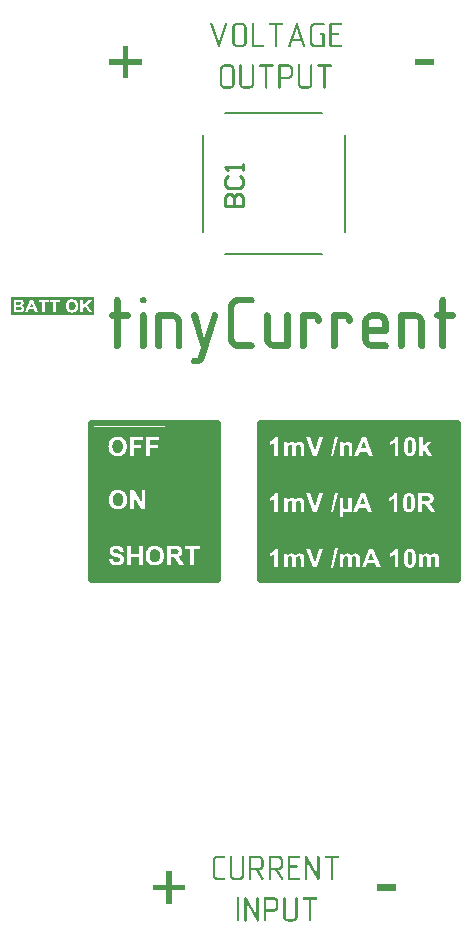
<source format=gbr>
%TF.GenerationSoftware,Altium Limited,Altium Designer,18.1.9 (240)*%
G04 Layer_Color=65535*
%FSLAX45Y45*%
%MOMM*%
%TF.FileFunction,Legend,Top*%
%TF.Part,Single*%
G01*
G75*
%TA.AperFunction,NonConductor*%
%ADD47C,0.20000*%
%ADD49C,0.25400*%
%ADD61C,0.50800*%
%ADD62C,0.38100*%
%ADD63C,0.63500*%
%ADD64R,1.01346X3.42646*%
%ADD65R,0.28956X0.57912*%
%ADD66R,1.20000X3.10002*%
%ADD67R,16.49999X1.50002*%
%ADD68R,16.49999X1.75001*%
%ADD69R,1.71435X3.99999*%
%ADD70R,4.25003X10.25002*%
%ADD71R,10.39998X1.00000*%
%ADD72R,1.49997X9.50001*%
%ADD73R,5.49996X2.25003*%
%ADD74R,1.74996X5.24998*%
%ADD75R,3.99999X2.50002*%
%ADD76R,6.49996X0.74996*%
%ADD77R,1.00000X2.49997*%
%ADD78R,2.05217X4.50002*%
G36*
X2811496Y7509700D02*
X2812869Y7509395D01*
X2814091Y7508937D01*
X2815159Y7508479D01*
X2816075Y7508021D01*
X2816686Y7507563D01*
X2816991Y7507258D01*
X2817144Y7507105D01*
X2818212Y7506037D01*
X2818976Y7504663D01*
X2819434Y7503441D01*
X2819891Y7502220D01*
X2820044Y7500999D01*
X2820197Y7500083D01*
Y7499472D01*
Y7499320D01*
Y7344987D01*
X2820044Y7341781D01*
X2819739Y7338728D01*
X2819128Y7335675D01*
X2818365Y7332927D01*
X2817449Y7330332D01*
X2816380Y7327889D01*
X2815312Y7325600D01*
X2814243Y7323615D01*
X2813022Y7321783D01*
X2811953Y7320104D01*
X2810885Y7318730D01*
X2809969Y7317509D01*
X2809206Y7316593D01*
X2808595Y7315982D01*
X2808290Y7315524D01*
X2808137Y7315372D01*
X2805847Y7313387D01*
X2803558Y7311555D01*
X2801115Y7310029D01*
X2798673Y7308655D01*
X2796230Y7307586D01*
X2793788Y7306670D01*
X2791498Y7305907D01*
X2789361Y7305297D01*
X2787224Y7304686D01*
X2785392Y7304381D01*
X2783560Y7304075D01*
X2782186Y7303923D01*
X2780965D01*
X2780049Y7303770D01*
X2737916D01*
X2734711Y7303923D01*
X2731810Y7304228D01*
X2728910Y7304839D01*
X2726162Y7305602D01*
X2723567Y7306518D01*
X2721124Y7307434D01*
X2718987Y7308502D01*
X2717003Y7309571D01*
X2715171Y7310639D01*
X2713492Y7311708D01*
X2712118Y7312624D01*
X2710897Y7313540D01*
X2709981Y7314303D01*
X2709370Y7314914D01*
X2708912Y7315219D01*
X2708759Y7315372D01*
X2706622Y7317662D01*
X2704790Y7320104D01*
X2703111Y7322546D01*
X2701737Y7325142D01*
X2700669Y7327584D01*
X2699600Y7330026D01*
X2698837Y7332469D01*
X2698226Y7334759D01*
X2697768Y7336896D01*
X2697310Y7338728D01*
X2697005Y7340560D01*
X2696852Y7342086D01*
Y7343307D01*
X2696700Y7344223D01*
Y7344834D01*
Y7344987D01*
Y7499320D01*
X2696852Y7500999D01*
X2697158Y7502526D01*
X2697616Y7503747D01*
X2698226Y7504968D01*
X2698684Y7505731D01*
X2699142Y7506495D01*
X2699447Y7506800D01*
X2699600Y7506952D01*
X2700821Y7507868D01*
X2702043Y7508632D01*
X2703416Y7509090D01*
X2704638Y7509548D01*
X2705554Y7509700D01*
X2706470Y7509853D01*
X2707233D01*
X2708607Y7509700D01*
X2709981Y7509395D01*
X2711202Y7508937D01*
X2712118Y7508479D01*
X2713034Y7508021D01*
X2713644Y7507563D01*
X2714102Y7507258D01*
X2714255Y7507105D01*
X2715323Y7506037D01*
X2716087Y7504663D01*
X2716697Y7503441D01*
X2717003Y7502220D01*
X2717308Y7500999D01*
X2717461Y7500083D01*
Y7499472D01*
Y7499320D01*
Y7344987D01*
X2717766Y7341781D01*
X2718377Y7339033D01*
X2719293Y7336438D01*
X2720361Y7334301D01*
X2721430Y7332622D01*
X2722346Y7331248D01*
X2722956Y7330484D01*
X2723262Y7330179D01*
X2725551Y7328195D01*
X2727994Y7326668D01*
X2730589Y7325752D01*
X2732879Y7324989D01*
X2734863Y7324531D01*
X2736542Y7324378D01*
X2737153Y7324226D01*
X2779286D01*
X2782339Y7324531D01*
X2785086Y7325142D01*
X2787529Y7326057D01*
X2789666Y7327279D01*
X2791345Y7328347D01*
X2792566Y7329263D01*
X2793330Y7329874D01*
X2793635Y7330179D01*
X2795620Y7332622D01*
X2797146Y7335064D01*
X2798215Y7337507D01*
X2798978Y7339949D01*
X2799436Y7341934D01*
X2799589Y7343613D01*
X2799741Y7344223D01*
Y7344681D01*
Y7344834D01*
Y7344987D01*
Y7499320D01*
X2799894Y7500999D01*
X2800199Y7502526D01*
X2800657Y7503747D01*
X2801268Y7504968D01*
X2801726Y7505731D01*
X2802184Y7506495D01*
X2802489Y7506800D01*
X2802642Y7506952D01*
X2803863Y7507868D01*
X2805084Y7508632D01*
X2806305Y7509090D01*
X2807527Y7509548D01*
X2808442Y7509700D01*
X2809206Y7509853D01*
X2809969D01*
X2811496Y7509700D01*
D02*
G37*
G36*
X2316897D02*
X2318270Y7509395D01*
X2319492Y7508937D01*
X2320560Y7508479D01*
X2321476Y7508021D01*
X2322087Y7507563D01*
X2322392Y7507258D01*
X2322545Y7507105D01*
X2323613Y7506037D01*
X2324377Y7504663D01*
X2324835Y7503441D01*
X2325293Y7502220D01*
X2325445Y7500999D01*
X2325598Y7500083D01*
Y7499472D01*
Y7499320D01*
Y7344987D01*
X2325445Y7341781D01*
X2325140Y7338728D01*
X2324529Y7335675D01*
X2323766Y7332927D01*
X2322850Y7330332D01*
X2321781Y7327889D01*
X2320713Y7325600D01*
X2319644Y7323615D01*
X2318423Y7321783D01*
X2317355Y7320104D01*
X2316286Y7318730D01*
X2315370Y7317509D01*
X2314607Y7316593D01*
X2313996Y7315982D01*
X2313691Y7315524D01*
X2313538Y7315372D01*
X2311248Y7313387D01*
X2308959Y7311555D01*
X2306516Y7310029D01*
X2304074Y7308655D01*
X2301631Y7307586D01*
X2299189Y7306670D01*
X2296899Y7305907D01*
X2294762Y7305297D01*
X2292625Y7304686D01*
X2290793Y7304381D01*
X2288961Y7304075D01*
X2287587Y7303923D01*
X2286366D01*
X2285450Y7303770D01*
X2243317D01*
X2240112Y7303923D01*
X2237211Y7304228D01*
X2234311Y7304839D01*
X2231563Y7305602D01*
X2228968Y7306518D01*
X2226525Y7307434D01*
X2224388Y7308502D01*
X2222404Y7309571D01*
X2220572Y7310639D01*
X2218893Y7311708D01*
X2217519Y7312624D01*
X2216298Y7313540D01*
X2215382Y7314303D01*
X2214771Y7314914D01*
X2214313Y7315219D01*
X2214160Y7315372D01*
X2212023Y7317662D01*
X2210191Y7320104D01*
X2208512Y7322546D01*
X2207138Y7325142D01*
X2206070Y7327584D01*
X2205001Y7330026D01*
X2204238Y7332469D01*
X2203627Y7334759D01*
X2203169Y7336896D01*
X2202711Y7338728D01*
X2202406Y7340560D01*
X2202253Y7342086D01*
Y7343307D01*
X2202101Y7344223D01*
Y7344834D01*
Y7344987D01*
Y7499320D01*
X2202253Y7500999D01*
X2202559Y7502526D01*
X2203017Y7503747D01*
X2203627Y7504968D01*
X2204085Y7505731D01*
X2204543Y7506495D01*
X2204849Y7506800D01*
X2205001Y7506952D01*
X2206222Y7507868D01*
X2207444Y7508632D01*
X2208818Y7509090D01*
X2210039Y7509548D01*
X2210955Y7509700D01*
X2211871Y7509853D01*
X2212634D01*
X2214008Y7509700D01*
X2215382Y7509395D01*
X2216603Y7508937D01*
X2217519Y7508479D01*
X2218435Y7508021D01*
X2219045Y7507563D01*
X2219503Y7507258D01*
X2219656Y7507105D01*
X2220725Y7506037D01*
X2221488Y7504663D01*
X2222098Y7503441D01*
X2222404Y7502220D01*
X2222709Y7500999D01*
X2222862Y7500083D01*
Y7499472D01*
Y7499320D01*
Y7344987D01*
X2223167Y7341781D01*
X2223778Y7339033D01*
X2224694Y7336438D01*
X2225762Y7334301D01*
X2226831Y7332622D01*
X2227747Y7331248D01*
X2228357Y7330484D01*
X2228663Y7330179D01*
X2230952Y7328195D01*
X2233395Y7326668D01*
X2235990Y7325752D01*
X2238280Y7324989D01*
X2240264Y7324531D01*
X2241943Y7324378D01*
X2242554Y7324226D01*
X2284687D01*
X2287740Y7324531D01*
X2290487Y7325142D01*
X2292930Y7326057D01*
X2295067Y7327279D01*
X2296746Y7328347D01*
X2297967Y7329263D01*
X2298731Y7329874D01*
X2299036Y7330179D01*
X2301021Y7332622D01*
X2302547Y7335064D01*
X2303616Y7337507D01*
X2304379Y7339949D01*
X2304837Y7341934D01*
X2304990Y7343613D01*
X2305142Y7344223D01*
Y7344681D01*
Y7344834D01*
Y7344987D01*
Y7499320D01*
X2305295Y7500999D01*
X2305600Y7502526D01*
X2306058Y7503747D01*
X2306669Y7504968D01*
X2307127Y7505731D01*
X2307585Y7506495D01*
X2307890Y7506800D01*
X2308043Y7506952D01*
X2309264Y7507868D01*
X2310485Y7508632D01*
X2311706Y7509090D01*
X2312928Y7509548D01*
X2313843Y7509700D01*
X2314607Y7509853D01*
X2315370D01*
X2316897Y7509700D01*
D02*
G37*
G36*
X2976667D02*
X2978194Y7509395D01*
X2979568Y7508937D01*
X2980636Y7508326D01*
X2981399Y7507716D01*
X2982010Y7507258D01*
X2982315Y7506952D01*
X2982468Y7506800D01*
X2983384Y7505579D01*
X2983995Y7504357D01*
X2984453Y7503136D01*
X2984758Y7501915D01*
X2984910Y7500846D01*
X2985063Y7500083D01*
Y7499472D01*
Y7499320D01*
X2984910Y7497946D01*
X2984605Y7496572D01*
X2984300Y7495351D01*
X2983842Y7494282D01*
X2983231Y7493366D01*
X2982926Y7492756D01*
X2982621Y7492298D01*
X2982468Y7492145D01*
X2981399Y7491076D01*
X2980178Y7490313D01*
X2978957Y7489855D01*
X2977736Y7489550D01*
X2976667Y7489245D01*
X2975751Y7489092D01*
X2933771D01*
Y7313998D01*
X2933619Y7312166D01*
X2933313Y7310639D01*
X2932855Y7309266D01*
X2932245Y7308197D01*
X2931634Y7307281D01*
X2931176Y7306670D01*
X2930871Y7306365D01*
X2930718Y7306212D01*
X2929497Y7305449D01*
X2928276Y7304839D01*
X2927055Y7304381D01*
X2925833Y7304075D01*
X2924917Y7303923D01*
X2924002Y7303770D01*
X2923238D01*
X2921864Y7303923D01*
X2920490Y7304228D01*
X2919269Y7304533D01*
X2918353Y7305144D01*
X2917437Y7305602D01*
X2916827Y7305907D01*
X2916369Y7306212D01*
X2916216Y7306365D01*
X2915148Y7307434D01*
X2914384Y7308655D01*
X2913774Y7310029D01*
X2913468Y7311250D01*
X2913163Y7312319D01*
X2913010Y7313235D01*
Y7313845D01*
Y7313998D01*
Y7489092D01*
X2872099D01*
X2870420Y7489245D01*
X2868893Y7489550D01*
X2867520Y7490008D01*
X2866451Y7490618D01*
X2865535Y7491076D01*
X2864924Y7491534D01*
X2864466Y7491840D01*
X2864314Y7491992D01*
X2863398Y7493214D01*
X2862787Y7494435D01*
X2862177Y7495656D01*
X2861871Y7496877D01*
X2861719Y7497793D01*
X2861566Y7498557D01*
Y7499167D01*
Y7499320D01*
X2861719Y7500846D01*
X2862024Y7502220D01*
X2862329Y7503441D01*
X2862940Y7504510D01*
X2863398Y7505426D01*
X2863703Y7506037D01*
X2864008Y7506495D01*
X2864161Y7506647D01*
X2865230Y7507716D01*
X2866604Y7508479D01*
X2867825Y7509090D01*
X2869199Y7509395D01*
X2870267Y7509700D01*
X2871183Y7509853D01*
X2974835D01*
X2976667Y7509700D01*
D02*
G37*
G36*
X2617625D02*
X2620525Y7509395D01*
X2623426Y7508784D01*
X2626174Y7508021D01*
X2628616Y7507105D01*
X2631058Y7506037D01*
X2633196Y7504968D01*
X2635333Y7503899D01*
X2637012Y7502678D01*
X2638691Y7501610D01*
X2640065Y7500541D01*
X2641134Y7499625D01*
X2642050Y7498862D01*
X2642813Y7498251D01*
X2643118Y7497946D01*
X2643271Y7497793D01*
X2645408Y7495503D01*
X2647240Y7493061D01*
X2648919Y7490618D01*
X2650293Y7488176D01*
X2651361Y7485581D01*
X2652430Y7483291D01*
X2653193Y7480849D01*
X2653804Y7478559D01*
X2654262Y7476574D01*
X2654720Y7474590D01*
X2655025Y7472911D01*
X2655178Y7471384D01*
X2655330Y7470163D01*
Y7469247D01*
Y7468636D01*
Y7468484D01*
Y7427267D01*
X2655178Y7424061D01*
X2654873Y7421008D01*
X2654262Y7418108D01*
X2653499Y7415360D01*
X2652583Y7412765D01*
X2651514Y7410475D01*
X2650446Y7408185D01*
X2649377Y7406201D01*
X2648156Y7404369D01*
X2647087Y7402690D01*
X2646019Y7401316D01*
X2645103Y7400095D01*
X2644339Y7399179D01*
X2643729Y7398568D01*
X2643423Y7398110D01*
X2643271Y7397958D01*
X2640981Y7395820D01*
X2638691Y7393989D01*
X2636249Y7392309D01*
X2633806Y7390935D01*
X2631364Y7389867D01*
X2628921Y7388798D01*
X2626632Y7388035D01*
X2624494Y7387424D01*
X2622357Y7386966D01*
X2620525Y7386508D01*
X2618694Y7386203D01*
X2617320Y7386051D01*
X2616098D01*
X2615182Y7385898D01*
X2552594D01*
Y7313998D01*
X2552442Y7312166D01*
X2552136Y7310639D01*
X2551678Y7309266D01*
X2551220Y7308197D01*
X2550610Y7307281D01*
X2550152Y7306670D01*
X2549847Y7306365D01*
X2549694Y7306212D01*
X2548625Y7305449D01*
X2547404Y7304839D01*
X2546030Y7304381D01*
X2544962Y7304075D01*
X2543893Y7303923D01*
X2543130Y7303770D01*
X2542367D01*
X2540840Y7303923D01*
X2539466Y7304228D01*
X2538092Y7304533D01*
X2537024Y7305144D01*
X2536108Y7305602D01*
X2535497Y7305907D01*
X2535039Y7306212D01*
X2534886Y7306365D01*
X2533818Y7307434D01*
X2533055Y7308655D01*
X2532597Y7310029D01*
X2532291Y7311250D01*
X2531986Y7312319D01*
X2531833Y7313235D01*
Y7313845D01*
Y7313998D01*
Y7499320D01*
X2531986Y7501152D01*
X2532291Y7502831D01*
X2532749Y7504205D01*
X2533513Y7505426D01*
X2534276Y7506495D01*
X2535192Y7507258D01*
X2536108Y7508021D01*
X2537176Y7508479D01*
X2539008Y7509242D01*
X2540687Y7509700D01*
X2541451Y7509853D01*
X2614419D01*
X2617625Y7509700D01*
D02*
G37*
G36*
X2482068D02*
X2483595Y7509395D01*
X2484969Y7508937D01*
X2486037Y7508326D01*
X2486800Y7507716D01*
X2487411Y7507258D01*
X2487716Y7506952D01*
X2487869Y7506800D01*
X2488785Y7505579D01*
X2489396Y7504357D01*
X2489854Y7503136D01*
X2490159Y7501915D01*
X2490312Y7500846D01*
X2490464Y7500083D01*
Y7499472D01*
Y7499320D01*
X2490312Y7497946D01*
X2490006Y7496572D01*
X2489701Y7495351D01*
X2489243Y7494282D01*
X2488632Y7493366D01*
X2488327Y7492756D01*
X2488022Y7492298D01*
X2487869Y7492145D01*
X2486800Y7491076D01*
X2485579Y7490313D01*
X2484358Y7489855D01*
X2483137Y7489550D01*
X2482068Y7489245D01*
X2481152Y7489092D01*
X2439172D01*
Y7313998D01*
X2439020Y7312166D01*
X2438714Y7310639D01*
X2438256Y7309266D01*
X2437646Y7308197D01*
X2437035Y7307281D01*
X2436577Y7306670D01*
X2436272Y7306365D01*
X2436119Y7306212D01*
X2434898Y7305449D01*
X2433677Y7304839D01*
X2432456Y7304381D01*
X2431234Y7304075D01*
X2430318Y7303923D01*
X2429403Y7303770D01*
X2428639D01*
X2427265Y7303923D01*
X2425892Y7304228D01*
X2424670Y7304533D01*
X2423754Y7305144D01*
X2422838Y7305602D01*
X2422228Y7305907D01*
X2421770Y7306212D01*
X2421617Y7306365D01*
X2420549Y7307434D01*
X2419785Y7308655D01*
X2419175Y7310029D01*
X2418869Y7311250D01*
X2418564Y7312319D01*
X2418411Y7313235D01*
Y7313845D01*
Y7313998D01*
Y7489092D01*
X2377500D01*
X2375821Y7489245D01*
X2374294Y7489550D01*
X2372921Y7490008D01*
X2371852Y7490618D01*
X2370936Y7491076D01*
X2370325Y7491534D01*
X2369867Y7491840D01*
X2369715Y7491992D01*
X2368799Y7493214D01*
X2368188Y7494435D01*
X2367578Y7495656D01*
X2367272Y7496877D01*
X2367120Y7497793D01*
X2366967Y7498557D01*
Y7499167D01*
Y7499320D01*
X2367120Y7500846D01*
X2367425Y7502220D01*
X2367730Y7503441D01*
X2368341Y7504510D01*
X2368799Y7505426D01*
X2369104Y7506037D01*
X2369410Y7506495D01*
X2369562Y7506647D01*
X2370631Y7507716D01*
X2372005Y7508479D01*
X2373226Y7509090D01*
X2374600Y7509395D01*
X2375668Y7509700D01*
X2376584Y7509853D01*
X2480236D01*
X2482068Y7509700D01*
D02*
G37*
G36*
X2123026D02*
X2125926Y7509395D01*
X2128827Y7508784D01*
X2131575Y7508021D01*
X2134017Y7507105D01*
X2136460Y7506037D01*
X2138597Y7504968D01*
X2140734Y7503899D01*
X2142413Y7502678D01*
X2144092Y7501610D01*
X2145466Y7500541D01*
X2146535Y7499625D01*
X2147451Y7498862D01*
X2148214Y7498251D01*
X2148519Y7497946D01*
X2148672Y7497793D01*
X2150809Y7495503D01*
X2152641Y7493061D01*
X2154320Y7490618D01*
X2155694Y7488176D01*
X2156763Y7485581D01*
X2157831Y7483291D01*
X2158594Y7480849D01*
X2159205Y7478559D01*
X2159663Y7476574D01*
X2160121Y7474590D01*
X2160426Y7472911D01*
X2160579Y7471384D01*
X2160732Y7470163D01*
Y7469247D01*
Y7468636D01*
Y7468484D01*
Y7344987D01*
X2160579Y7341781D01*
X2160274Y7338728D01*
X2159663Y7335675D01*
X2158900Y7332927D01*
X2157984Y7330332D01*
X2156915Y7327889D01*
X2155847Y7325600D01*
X2154778Y7323615D01*
X2153557Y7321783D01*
X2152488Y7320104D01*
X2151420Y7318730D01*
X2150504Y7317509D01*
X2149740Y7316593D01*
X2149130Y7315982D01*
X2148825Y7315524D01*
X2148672Y7315372D01*
X2146382Y7313387D01*
X2144092Y7311555D01*
X2141650Y7310029D01*
X2139207Y7308655D01*
X2136765Y7307586D01*
X2134322Y7306670D01*
X2132033Y7305907D01*
X2129895Y7305297D01*
X2127758Y7304686D01*
X2125926Y7304381D01*
X2124095Y7304075D01*
X2122721Y7303923D01*
X2121499D01*
X2120584Y7303770D01*
X2078451D01*
X2075245Y7303923D01*
X2072345Y7304228D01*
X2069444Y7304839D01*
X2066697Y7305602D01*
X2064102Y7306518D01*
X2061659Y7307434D01*
X2059522Y7308502D01*
X2057537Y7309571D01*
X2055706Y7310639D01*
X2054026Y7311708D01*
X2052652Y7312624D01*
X2051431Y7313540D01*
X2050515Y7314303D01*
X2049905Y7314914D01*
X2049447Y7315219D01*
X2049294Y7315372D01*
X2047157Y7317662D01*
X2045325Y7320104D01*
X2043646Y7322546D01*
X2042272Y7325142D01*
X2041203Y7327584D01*
X2040135Y7330026D01*
X2039372Y7332469D01*
X2038761Y7334759D01*
X2038303Y7336896D01*
X2037845Y7338728D01*
X2037540Y7340560D01*
X2037387Y7342086D01*
Y7343307D01*
X2037234Y7344223D01*
Y7344834D01*
Y7344987D01*
Y7468484D01*
X2037387Y7471689D01*
X2037692Y7474742D01*
X2038303Y7477643D01*
X2039066Y7480391D01*
X2039982Y7482986D01*
X2041051Y7485276D01*
X2042119Y7487565D01*
X2043341Y7489550D01*
X2044409Y7491382D01*
X2045478Y7493061D01*
X2046546Y7494435D01*
X2047462Y7495656D01*
X2048226Y7496572D01*
X2048836Y7497183D01*
X2049141Y7497641D01*
X2049294Y7497793D01*
X2051584Y7499930D01*
X2054026Y7501762D01*
X2056469Y7503441D01*
X2058911Y7504815D01*
X2061354Y7505884D01*
X2063796Y7506952D01*
X2066239Y7507716D01*
X2068376Y7508326D01*
X2070513Y7508784D01*
X2072345Y7509242D01*
X2074177Y7509548D01*
X2075551Y7509700D01*
X2076772Y7509853D01*
X2119820D01*
X2123026Y7509700D01*
D02*
G37*
G36*
X2090035Y7860982D02*
X2091409Y7860677D01*
X2092783Y7860219D01*
X2093852Y7859761D01*
X2094615Y7859150D01*
X2095226Y7858692D01*
X2095684Y7858387D01*
X2095836Y7858234D01*
X2096905Y7857166D01*
X2097668Y7855945D01*
X2098279Y7854723D01*
X2098584Y7853655D01*
X2098889Y7852739D01*
X2099042Y7851976D01*
Y7851365D01*
Y7851212D01*
Y7850602D01*
Y7849991D01*
X2098889Y7849533D01*
Y7849381D01*
X2098737Y7848617D01*
X2098584Y7848007D01*
X2098431Y7847396D01*
Y7847243D01*
X2036759Y7664059D01*
X2036149Y7662532D01*
X2035385Y7661158D01*
X2034622Y7659937D01*
X2033859Y7659021D01*
X2032943Y7658105D01*
X2032180Y7657342D01*
X2030653Y7656273D01*
X2029126Y7655663D01*
X2028058Y7655357D01*
X2027295Y7655205D01*
X2026989D01*
X2025768Y7655357D01*
X2024700Y7655663D01*
X2023631Y7655968D01*
X2022715Y7656579D01*
X2021036Y7657952D01*
X2019509Y7659632D01*
X2018441Y7661311D01*
X2017677Y7662685D01*
X2017372Y7663295D01*
X2017219Y7663753D01*
X2017067Y7663906D01*
Y7664059D01*
X1955395Y7847243D01*
X1955242Y7848159D01*
X1955089Y7848770D01*
X1954937Y7849228D01*
Y7849381D01*
X1954784Y7849991D01*
Y7850602D01*
Y7851060D01*
Y7851212D01*
X1954937Y7852739D01*
X1955242Y7854113D01*
X1955853Y7855181D01*
X1956463Y7856250D01*
X1956921Y7857166D01*
X1957532Y7857777D01*
X1957837Y7858082D01*
X1957990Y7858234D01*
X1959211Y7859150D01*
X1960585Y7859914D01*
X1961806Y7860372D01*
X1962875Y7860830D01*
X1963943Y7860982D01*
X1964707Y7861135D01*
X1965317D01*
X1966844Y7860982D01*
X1968370Y7860677D01*
X1968981Y7860524D01*
X1969286Y7860372D01*
X1969591Y7860219D01*
X1969744D01*
X1971118Y7859456D01*
X1972187Y7858387D01*
X1973102Y7857319D01*
X1973866Y7856403D01*
X1974324Y7855334D01*
X1974629Y7854571D01*
X1974934Y7853960D01*
Y7853808D01*
X2026989Y7699627D01*
X2079197Y7853808D01*
X2079655Y7855029D01*
X2080266Y7856250D01*
X2080876Y7857166D01*
X2081487Y7857929D01*
X2082097Y7858540D01*
X2082403Y7858998D01*
X2082708Y7859150D01*
X2082861Y7859303D01*
X2083929Y7859914D01*
X2084845Y7860372D01*
X2086677Y7860982D01*
X2087440D01*
X2088051Y7861135D01*
X2088509D01*
X2090035Y7860982D01*
D02*
G37*
G36*
X2688592Y7862814D02*
X2689813Y7862661D01*
X2690882Y7862203D01*
X2691798Y7861593D01*
X2693477Y7860219D01*
X2694851Y7858540D01*
X2695919Y7856861D01*
X2696682Y7855487D01*
X2696835Y7854876D01*
X2696988Y7854571D01*
X2697140Y7854265D01*
Y7854113D01*
X2759118Y7668791D01*
X2759423Y7667264D01*
X2759729Y7666043D01*
Y7665280D01*
Y7664975D01*
X2759576Y7663448D01*
X2759271Y7662074D01*
X2758660Y7660853D01*
X2758049Y7659937D01*
X2757439Y7659021D01*
X2756828Y7658410D01*
X2756523Y7658105D01*
X2756370Y7657952D01*
X2755149Y7657037D01*
X2753928Y7656426D01*
X2752706Y7655815D01*
X2751638Y7655510D01*
X2750569Y7655357D01*
X2749806Y7655205D01*
X2749195D01*
X2747822Y7655357D01*
X2746295Y7655510D01*
X2745684Y7655663D01*
X2745074D01*
X2744768Y7655815D01*
X2744616D01*
X2743242Y7656579D01*
X2742173Y7657647D01*
X2741410Y7658716D01*
X2740647Y7659784D01*
X2740189Y7660700D01*
X2739884Y7661463D01*
X2739578Y7662074D01*
Y7662227D01*
X2724771Y7706802D01*
X2650123D01*
X2635316Y7662227D01*
X2634858Y7661006D01*
X2634247Y7659937D01*
X2632873Y7658105D01*
X2631347Y7656884D01*
X2629667Y7656121D01*
X2628141Y7655510D01*
X2626920Y7655357D01*
X2626004Y7655205D01*
X2625698D01*
X2624324Y7655357D01*
X2622951Y7655663D01*
X2621577Y7656121D01*
X2620508Y7656579D01*
X2619592Y7657037D01*
X2618982Y7657494D01*
X2618524Y7657800D01*
X2618371Y7657952D01*
X2617302Y7659021D01*
X2616539Y7660242D01*
X2615928Y7661311D01*
X2615623Y7662532D01*
X2615318Y7663448D01*
X2615165Y7664211D01*
Y7664822D01*
Y7664975D01*
X2615318Y7666348D01*
X2615623Y7667570D01*
X2615928Y7668486D01*
X2616081Y7668638D01*
Y7668791D01*
X2677753Y7854113D01*
X2678364Y7855639D01*
X2679127Y7857013D01*
X2679890Y7858234D01*
X2680654Y7859303D01*
X2681417Y7860066D01*
X2682333Y7860830D01*
X2683860Y7861898D01*
X2685233Y7862509D01*
X2686302Y7862814D01*
X2687065Y7862967D01*
X2687371D01*
X2688592Y7862814D01*
D02*
G37*
G36*
X3059083Y7860982D02*
X3060610Y7860677D01*
X3061831Y7860219D01*
X3062899Y7859608D01*
X3063815Y7858998D01*
X3064426Y7858540D01*
X3064731Y7858234D01*
X3064884Y7858082D01*
X3065800Y7856861D01*
X3066410Y7855639D01*
X3066868Y7854418D01*
X3067174Y7853197D01*
X3067326Y7852128D01*
X3067479Y7851365D01*
Y7850754D01*
Y7850602D01*
X3067326Y7849228D01*
X3067021Y7847854D01*
X3066563Y7846633D01*
X3066105Y7845564D01*
X3065647Y7844648D01*
X3065189Y7844038D01*
X3064884Y7843580D01*
X3064731Y7843427D01*
X3063663Y7842358D01*
X3062441Y7841595D01*
X3061220Y7841137D01*
X3059999Y7840832D01*
X3058930Y7840527D01*
X3058014Y7840374D01*
X2984893D01*
Y7778549D01*
X3036338D01*
X3038169Y7778396D01*
X3039696Y7778091D01*
X3041070Y7777633D01*
X3042138Y7777175D01*
X3043054Y7776565D01*
X3043665Y7776107D01*
X3043970Y7775801D01*
X3044123Y7775649D01*
X3045039Y7774580D01*
X3045649Y7773359D01*
X3046107Y7771985D01*
X3046413Y7770916D01*
X3046565Y7769848D01*
X3046718Y7769085D01*
Y7768474D01*
Y7768321D01*
X3046565Y7766795D01*
X3046260Y7765421D01*
X3045955Y7764200D01*
X3045497Y7763131D01*
X3044886Y7762215D01*
X3044581Y7761604D01*
X3044276Y7761147D01*
X3044123Y7760994D01*
X3043054Y7760078D01*
X3041833Y7759315D01*
X3040459Y7758857D01*
X3039238Y7758399D01*
X3038169Y7758246D01*
X3037254Y7758093D01*
X2984893D01*
Y7675508D01*
X3057251D01*
X3059083Y7675355D01*
X3060610Y7675050D01*
X3061831Y7674592D01*
X3062899Y7674134D01*
X3063815Y7673523D01*
X3064426Y7673065D01*
X3064731Y7672760D01*
X3064884Y7672607D01*
X3065800Y7671539D01*
X3066410Y7670317D01*
X3066868Y7668944D01*
X3067174Y7667875D01*
X3067326Y7666806D01*
X3067479Y7666043D01*
Y7665432D01*
Y7665280D01*
X3067326Y7663906D01*
X3067021Y7662532D01*
X3066563Y7661311D01*
X3066105Y7660242D01*
X3065647Y7659326D01*
X3065189Y7658716D01*
X3064884Y7658258D01*
X3064731Y7658105D01*
X3063663Y7657037D01*
X3062441Y7656273D01*
X3061220Y7655815D01*
X3059999Y7655510D01*
X3058930Y7655205D01*
X3058014Y7655052D01*
X2974665D01*
X2972834Y7655205D01*
X2971154Y7655510D01*
X2969780Y7655968D01*
X2968559Y7656579D01*
X2967491Y7657342D01*
X2966727Y7658105D01*
X2965964Y7659021D01*
X2965506Y7659937D01*
X2964743Y7661616D01*
X2964285Y7663143D01*
X2964132Y7663753D01*
Y7664211D01*
Y7664517D01*
Y7664669D01*
Y7850602D01*
X2964285Y7852434D01*
X2964590Y7854113D01*
X2965048Y7855487D01*
X2965811Y7856708D01*
X2966575Y7857777D01*
X2967491Y7858540D01*
X2968407Y7859303D01*
X2969475Y7859761D01*
X2971307Y7860524D01*
X2972986Y7860982D01*
X2973749Y7861135D01*
X3057251D01*
X3059083Y7860982D01*
D02*
G37*
G36*
X2914367D02*
X2915894Y7860677D01*
X2917267Y7860219D01*
X2918336Y7859608D01*
X2919099Y7858998D01*
X2919710Y7858540D01*
X2920015Y7858234D01*
X2920168Y7858082D01*
X2921084Y7856861D01*
X2921694Y7855639D01*
X2922152Y7854418D01*
X2922458Y7853197D01*
X2922610Y7852128D01*
X2922763Y7851365D01*
Y7850754D01*
Y7850602D01*
X2922610Y7849228D01*
X2922305Y7847854D01*
X2922000Y7846633D01*
X2921542Y7845564D01*
X2920931Y7844648D01*
X2920626Y7844038D01*
X2920321Y7843580D01*
X2920168Y7843427D01*
X2919099Y7842358D01*
X2917878Y7841595D01*
X2916657Y7841137D01*
X2915436Y7840832D01*
X2914367Y7840527D01*
X2913451Y7840374D01*
X2840483D01*
X2837429Y7840069D01*
X2834529Y7839458D01*
X2832087Y7838542D01*
X2829949Y7837474D01*
X2828118Y7836252D01*
X2826896Y7835336D01*
X2826133Y7834726D01*
X2825828Y7834420D01*
X2823843Y7832131D01*
X2822469Y7829688D01*
X2821401Y7827246D01*
X2820790Y7824956D01*
X2820332Y7822819D01*
X2820180Y7821292D01*
X2820027Y7820682D01*
Y7820224D01*
Y7819918D01*
Y7819766D01*
Y7696269D01*
X2820332Y7693063D01*
X2820943Y7690315D01*
X2821859Y7687720D01*
X2822927Y7685583D01*
X2823996Y7683904D01*
X2824912Y7682530D01*
X2825522Y7681766D01*
X2825828Y7681461D01*
X2828118Y7679477D01*
X2830560Y7677950D01*
X2833155Y7677034D01*
X2835445Y7676271D01*
X2837429Y7675813D01*
X2839109Y7675660D01*
X2839719Y7675508D01*
X2902307D01*
Y7758093D01*
X2892080D01*
X2890400Y7758246D01*
X2888874Y7758551D01*
X2887500Y7759009D01*
X2886431Y7759620D01*
X2885515Y7760078D01*
X2884905Y7760536D01*
X2884600Y7760841D01*
X2884447Y7760994D01*
X2883531Y7762215D01*
X2882920Y7763436D01*
X2882462Y7764658D01*
X2882157Y7765879D01*
X2882004Y7766795D01*
X2881852Y7767558D01*
Y7768169D01*
Y7768321D01*
X2882004Y7769848D01*
X2882310Y7771222D01*
X2882615Y7772443D01*
X2883226Y7773512D01*
X2883684Y7774275D01*
X2883989Y7774885D01*
X2884294Y7775343D01*
X2884447Y7775496D01*
X2885515Y7776565D01*
X2886737Y7777328D01*
X2888111Y7777786D01*
X2889332Y7778244D01*
X2890400Y7778396D01*
X2891316Y7778549D01*
X2912535D01*
X2914367Y7778396D01*
X2915894Y7778091D01*
X2917267Y7777633D01*
X2918489Y7777023D01*
X2919405Y7776107D01*
X2920321Y7775343D01*
X2921542Y7773512D01*
X2922152Y7771527D01*
X2922610Y7770000D01*
X2922763Y7769237D01*
Y7768779D01*
Y7768474D01*
Y7768321D01*
Y7665280D01*
X2922610Y7663448D01*
X2922305Y7661921D01*
X2921847Y7660548D01*
X2921236Y7659326D01*
X2920321Y7658410D01*
X2919557Y7657494D01*
X2917725Y7656273D01*
X2915741Y7655663D01*
X2914214Y7655205D01*
X2913451Y7655052D01*
X2840483D01*
X2837277Y7655205D01*
X2834376Y7655510D01*
X2831476Y7656121D01*
X2828728Y7656884D01*
X2826133Y7657800D01*
X2823691Y7658716D01*
X2821553Y7659784D01*
X2819569Y7660853D01*
X2817737Y7661921D01*
X2816058Y7662990D01*
X2814684Y7663906D01*
X2813463Y7664822D01*
X2812547Y7665585D01*
X2811936Y7666196D01*
X2811478Y7666501D01*
X2811326Y7666654D01*
X2809188Y7668944D01*
X2807357Y7671386D01*
X2805677Y7673828D01*
X2804304Y7676424D01*
X2803235Y7678866D01*
X2802166Y7681308D01*
X2801403Y7683751D01*
X2800792Y7686041D01*
X2800335Y7688178D01*
X2799877Y7690010D01*
X2799571Y7691842D01*
X2799419Y7693368D01*
Y7694589D01*
X2799266Y7695505D01*
Y7696116D01*
Y7696269D01*
Y7819766D01*
X2799419Y7822971D01*
X2799724Y7826024D01*
X2800335Y7828925D01*
X2801098Y7831673D01*
X2802014Y7834268D01*
X2803082Y7836558D01*
X2804151Y7838847D01*
X2805372Y7840832D01*
X2806441Y7842664D01*
X2807509Y7844343D01*
X2808578Y7845717D01*
X2809494Y7846938D01*
X2810257Y7847854D01*
X2810868Y7848465D01*
X2811173Y7848923D01*
X2811326Y7849075D01*
X2813615Y7851212D01*
X2816058Y7853044D01*
X2818500Y7854723D01*
X2820943Y7856097D01*
X2823385Y7857166D01*
X2825828Y7858234D01*
X2828270Y7858998D01*
X2830407Y7859608D01*
X2832545Y7860066D01*
X2834376Y7860524D01*
X2836208Y7860830D01*
X2837582Y7860982D01*
X2838803Y7861135D01*
X2912535D01*
X2914367Y7860982D01*
D02*
G37*
G36*
X2564179D02*
X2565705Y7860677D01*
X2567079Y7860219D01*
X2568148Y7859608D01*
X2568911Y7858998D01*
X2569522Y7858540D01*
X2569827Y7858234D01*
X2569980Y7858082D01*
X2570896Y7856861D01*
X2571506Y7855639D01*
X2571964Y7854418D01*
X2572269Y7853197D01*
X2572422Y7852128D01*
X2572575Y7851365D01*
Y7850754D01*
Y7850602D01*
X2572422Y7849228D01*
X2572117Y7847854D01*
X2571811Y7846633D01*
X2571354Y7845564D01*
X2570743Y7844648D01*
X2570438Y7844038D01*
X2570132Y7843580D01*
X2569980Y7843427D01*
X2568911Y7842358D01*
X2567690Y7841595D01*
X2566469Y7841137D01*
X2565247Y7840832D01*
X2564179Y7840527D01*
X2563263Y7840374D01*
X2521283D01*
Y7665280D01*
X2521130Y7663448D01*
X2520825Y7661921D01*
X2520367Y7660548D01*
X2519756Y7659479D01*
X2519146Y7658563D01*
X2518688Y7657952D01*
X2518383Y7657647D01*
X2518230Y7657494D01*
X2517009Y7656731D01*
X2515787Y7656121D01*
X2514566Y7655663D01*
X2513345Y7655357D01*
X2512429Y7655205D01*
X2511513Y7655052D01*
X2510750D01*
X2509376Y7655205D01*
X2508002Y7655510D01*
X2506781Y7655815D01*
X2505865Y7656426D01*
X2504949Y7656884D01*
X2504338Y7657189D01*
X2503880Y7657494D01*
X2503728Y7657647D01*
X2502659Y7658716D01*
X2501896Y7659937D01*
X2501285Y7661311D01*
X2500980Y7662532D01*
X2500675Y7663601D01*
X2500522Y7664517D01*
Y7665127D01*
Y7665280D01*
Y7840374D01*
X2459611D01*
X2457932Y7840527D01*
X2456405Y7840832D01*
X2455031Y7841290D01*
X2453963Y7841900D01*
X2453047Y7842358D01*
X2452436Y7842816D01*
X2451978Y7843122D01*
X2451825Y7843274D01*
X2450909Y7844496D01*
X2450299Y7845717D01*
X2449688Y7846938D01*
X2449383Y7848159D01*
X2449230Y7849075D01*
X2449078Y7849839D01*
Y7850449D01*
Y7850602D01*
X2449230Y7852128D01*
X2449536Y7853502D01*
X2449841Y7854723D01*
X2450452Y7855792D01*
X2450909Y7856708D01*
X2451215Y7857319D01*
X2451520Y7857777D01*
X2451673Y7857929D01*
X2452741Y7858998D01*
X2454115Y7859761D01*
X2455336Y7860372D01*
X2456710Y7860677D01*
X2457779Y7860982D01*
X2458695Y7861135D01*
X2562347D01*
X2564179Y7860982D01*
D02*
G37*
G36*
X2316879D02*
X2318253Y7860677D01*
X2319474Y7860219D01*
X2320390Y7859761D01*
X2321306Y7859303D01*
X2321917Y7858845D01*
X2322375Y7858540D01*
X2322527Y7858387D01*
X2323596Y7857319D01*
X2324359Y7855945D01*
X2324970Y7854723D01*
X2325275Y7853502D01*
X2325581Y7852281D01*
X2325733Y7851365D01*
Y7850754D01*
Y7850602D01*
Y7675508D01*
X2397786D01*
X2399618Y7675355D01*
X2401144Y7675050D01*
X2402366Y7674592D01*
X2403434Y7674134D01*
X2404350Y7673523D01*
X2404961Y7673065D01*
X2405266Y7672760D01*
X2405419Y7672607D01*
X2406335Y7671539D01*
X2406945Y7670317D01*
X2407403Y7668944D01*
X2407708Y7667875D01*
X2407861Y7666806D01*
X2408014Y7666043D01*
Y7665432D01*
Y7665280D01*
X2407861Y7663906D01*
X2407556Y7662532D01*
X2407098Y7661311D01*
X2406640Y7660242D01*
X2406182Y7659326D01*
X2405724Y7658716D01*
X2405419Y7658258D01*
X2405266Y7658105D01*
X2404197Y7657037D01*
X2402976Y7656273D01*
X2401755Y7655815D01*
X2400534Y7655510D01*
X2399465Y7655205D01*
X2398549Y7655052D01*
X2315505D01*
X2313674Y7655205D01*
X2311994Y7655510D01*
X2310620Y7655968D01*
X2309399Y7656731D01*
X2308331Y7657494D01*
X2307567Y7658258D01*
X2306804Y7659174D01*
X2306346Y7660242D01*
X2305583Y7662074D01*
X2305125Y7663753D01*
X2304972Y7664364D01*
Y7664822D01*
Y7665127D01*
Y7665280D01*
Y7850602D01*
X2305125Y7852281D01*
X2305430Y7853808D01*
X2305888Y7855029D01*
X2306499Y7856250D01*
X2306957Y7857013D01*
X2307415Y7857777D01*
X2307720Y7858082D01*
X2307873Y7858234D01*
X2309094Y7859150D01*
X2310315Y7859914D01*
X2311689Y7860372D01*
X2312910Y7860830D01*
X2313826Y7860982D01*
X2314742Y7861135D01*
X2315505D01*
X2316879Y7860982D01*
D02*
G37*
G36*
X2225898D02*
X2228798Y7860677D01*
X2231698Y7860066D01*
X2234446Y7859303D01*
X2236889Y7858387D01*
X2239331Y7857319D01*
X2241468Y7856250D01*
X2243605Y7855181D01*
X2245285Y7853960D01*
X2246964Y7852892D01*
X2248338Y7851823D01*
X2249406Y7850907D01*
X2250322Y7850144D01*
X2251085Y7849533D01*
X2251391Y7849228D01*
X2251543Y7849075D01*
X2253681Y7846785D01*
X2255512Y7844343D01*
X2257192Y7841900D01*
X2258565Y7839458D01*
X2259634Y7836863D01*
X2260703Y7834573D01*
X2261466Y7832131D01*
X2262077Y7829841D01*
X2262534Y7827856D01*
X2262992Y7825872D01*
X2263298Y7824193D01*
X2263450Y7822666D01*
X2263603Y7821445D01*
Y7820529D01*
Y7819918D01*
Y7819766D01*
Y7696269D01*
X2263450Y7693063D01*
X2263145Y7690010D01*
X2262534Y7686957D01*
X2261771Y7684209D01*
X2260855Y7681614D01*
X2259787Y7679171D01*
X2258718Y7676882D01*
X2257650Y7674897D01*
X2256428Y7673065D01*
X2255360Y7671386D01*
X2254291Y7670012D01*
X2253375Y7668791D01*
X2252612Y7667875D01*
X2252001Y7667264D01*
X2251696Y7666806D01*
X2251543Y7666654D01*
X2249254Y7664669D01*
X2246964Y7662837D01*
X2244521Y7661311D01*
X2242079Y7659937D01*
X2239636Y7658868D01*
X2237194Y7657952D01*
X2234904Y7657189D01*
X2232767Y7656579D01*
X2230630Y7655968D01*
X2228798Y7655663D01*
X2226966Y7655357D01*
X2225592Y7655205D01*
X2224371D01*
X2223455Y7655052D01*
X2181323D01*
X2178117Y7655205D01*
X2175216Y7655510D01*
X2172316Y7656121D01*
X2169568Y7656884D01*
X2166973Y7657800D01*
X2164531Y7658716D01*
X2162393Y7659784D01*
X2160409Y7660853D01*
X2158577Y7661921D01*
X2156898Y7662990D01*
X2155524Y7663906D01*
X2154303Y7664822D01*
X2153387Y7665585D01*
X2152776Y7666196D01*
X2152318Y7666501D01*
X2152166Y7666654D01*
X2150028Y7668944D01*
X2148197Y7671386D01*
X2146517Y7673828D01*
X2145144Y7676424D01*
X2144075Y7678866D01*
X2143006Y7681308D01*
X2142243Y7683751D01*
X2141632Y7686041D01*
X2141175Y7688178D01*
X2140717Y7690010D01*
X2140411Y7691842D01*
X2140259Y7693368D01*
Y7694589D01*
X2140106Y7695505D01*
Y7696116D01*
Y7696269D01*
Y7819766D01*
X2140259Y7822971D01*
X2140564Y7826024D01*
X2141175Y7828925D01*
X2141938Y7831673D01*
X2142854Y7834268D01*
X2143922Y7836558D01*
X2144991Y7838847D01*
X2146212Y7840832D01*
X2147281Y7842664D01*
X2148349Y7844343D01*
X2149418Y7845717D01*
X2150334Y7846938D01*
X2151097Y7847854D01*
X2151708Y7848465D01*
X2152013Y7848923D01*
X2152166Y7849075D01*
X2154455Y7851212D01*
X2156898Y7853044D01*
X2159340Y7854723D01*
X2161783Y7856097D01*
X2164225Y7857166D01*
X2166668Y7858234D01*
X2169110Y7858998D01*
X2171247Y7859608D01*
X2173385Y7860066D01*
X2175216Y7860524D01*
X2177048Y7860830D01*
X2178422Y7860982D01*
X2179643Y7861135D01*
X2222692D01*
X2225898Y7860982D01*
D02*
G37*
G36*
X3847586Y7501805D02*
X3690000D01*
Y7553231D01*
X3847586D01*
Y7501805D01*
D02*
G37*
G36*
X1391984Y5540760D02*
X1395546Y5539788D01*
X1398784Y5538493D01*
X1401699Y5537197D01*
X1403966Y5535578D01*
X1405909Y5534283D01*
X1406881Y5533311D01*
X1407204Y5532987D01*
X1410119Y5529749D01*
X1412062Y5526510D01*
X1413681Y5522948D01*
X1414653Y5520033D01*
X1415301Y5517119D01*
X1415625Y5514852D01*
Y5513556D01*
Y5512909D01*
X1415301Y5508699D01*
X1414329Y5505136D01*
X1413034Y5501898D01*
X1411414Y5498983D01*
X1409795Y5496716D01*
X1408500Y5494773D01*
X1407528Y5493802D01*
X1407204Y5493478D01*
X1403966Y5490887D01*
X1400727Y5488944D01*
X1397489Y5487325D01*
X1394574Y5486353D01*
X1391660Y5485705D01*
X1389717Y5485381D01*
X1387773D01*
X1383240Y5485705D01*
X1379353Y5486677D01*
X1375791Y5487972D01*
X1372876Y5489268D01*
X1370609Y5490563D01*
X1368990Y5491858D01*
X1367695Y5492830D01*
X1367371Y5493154D01*
X1364780Y5496392D01*
X1362837Y5499631D01*
X1361218Y5502869D01*
X1360246Y5506108D01*
X1359599Y5508699D01*
X1359275Y5510966D01*
Y5512261D01*
Y5512909D01*
X1359599Y5517119D01*
X1360570Y5521005D01*
X1361865Y5524567D01*
X1363485Y5527482D01*
X1364780Y5529749D01*
X1366075Y5531692D01*
X1367047Y5532664D01*
X1367371Y5532987D01*
X1370609Y5535578D01*
X1373848Y5537521D01*
X1377410Y5539141D01*
X1380649Y5540112D01*
X1383563Y5540760D01*
X1385830Y5541084D01*
X1387773D01*
X1391984Y5540760D01*
D02*
G37*
G36*
X3096082Y5411544D02*
X3101264Y5410896D01*
X3105798Y5410248D01*
X3110008Y5409277D01*
X3113570Y5407981D01*
X3116161Y5407334D01*
X3117780Y5406686D01*
X3118428Y5406362D01*
X3123286Y5404095D01*
X3127496Y5401828D01*
X3131382Y5399237D01*
X3134620Y5396647D01*
X3137535Y5394380D01*
X3139478Y5392760D01*
X3140773Y5391465D01*
X3141097Y5391141D01*
X3144660Y5387579D01*
X3147574Y5383693D01*
X3150165Y5379806D01*
X3152432Y5376568D01*
X3154051Y5373329D01*
X3155347Y5371062D01*
X3155994Y5369443D01*
X3156318Y5368795D01*
X3158261Y5363938D01*
X3159557Y5359404D01*
X3160528Y5354870D01*
X3161176Y5350660D01*
X3161500Y5347098D01*
X3161824Y5344507D01*
Y5342564D01*
Y5342240D01*
Y5341916D01*
X3161500Y5337058D01*
X3160528Y5332848D01*
X3159233Y5329286D01*
X3157938Y5326371D01*
X3156318Y5324104D01*
X3155023Y5322485D01*
X3154051Y5321513D01*
X3153728Y5321190D01*
X3150813Y5318923D01*
X3147250Y5316979D01*
X3144012Y5315684D01*
X3141097Y5315036D01*
X3138183Y5314389D01*
X3135916Y5314065D01*
X3133973D01*
X3130086Y5314389D01*
X3126200Y5315360D01*
X3122962Y5316332D01*
X3120047Y5317951D01*
X3117456Y5319246D01*
X3115837Y5320218D01*
X3114542Y5321190D01*
X3114218Y5321513D01*
X3111303Y5324428D01*
X3109360Y5327990D01*
X3107741Y5331229D01*
X3106769Y5334467D01*
X3106122Y5337382D01*
X3105798Y5339649D01*
Y5341268D01*
Y5341916D01*
X3105474Y5344183D01*
X3105150Y5346126D01*
X3103855Y5349364D01*
X3102883Y5350660D01*
X3102235Y5351631D01*
X3101911Y5351955D01*
X3101588Y5352279D01*
X3099968Y5353898D01*
X3098025Y5354870D01*
X3094787Y5356165D01*
X3093168Y5356489D01*
X3091872Y5356813D01*
X3033579D01*
Y5127527D01*
X3033255Y5122993D01*
X3032284Y5118783D01*
X3030988Y5115221D01*
X3029693Y5112306D01*
X3028074Y5110039D01*
X3026778Y5108420D01*
X3025807Y5107449D01*
X3025483Y5107125D01*
X3022244Y5104858D01*
X3019006Y5102915D01*
X3015767Y5101619D01*
X3012529Y5100972D01*
X3009938Y5100324D01*
X3007671Y5100000D01*
X3005728D01*
X3001518Y5100324D01*
X2997956Y5100972D01*
X2994393Y5102267D01*
X2991479Y5103562D01*
X2988888Y5104858D01*
X2987269Y5106153D01*
X2985973Y5106801D01*
X2985649Y5107125D01*
X2982735Y5110039D01*
X2980792Y5113602D01*
X2979172Y5116840D01*
X2978201Y5120079D01*
X2977553Y5122993D01*
X2977229Y5125260D01*
Y5126880D01*
Y5127527D01*
Y5384664D01*
X2977553Y5389522D01*
X2978525Y5393732D01*
X2979820Y5397294D01*
X2981763Y5400533D01*
X2983706Y5403124D01*
X2986297Y5405391D01*
X2988888Y5407010D01*
X2991479Y5408629D01*
X2996660Y5410572D01*
X2999251Y5410896D01*
X3001194Y5411544D01*
X3003137D01*
X3004433Y5411868D01*
X3090901D01*
X3096082Y5411544D01*
D02*
G37*
G36*
X2833764D02*
X2838945Y5410896D01*
X2843479Y5410248D01*
X2847689Y5409277D01*
X2851252Y5407981D01*
X2853842Y5407334D01*
X2855462Y5406686D01*
X2856109Y5406362D01*
X2860967Y5404095D01*
X2865177Y5401828D01*
X2869063Y5399237D01*
X2872302Y5396647D01*
X2875216Y5394380D01*
X2877160Y5392760D01*
X2878455Y5391465D01*
X2878779Y5391141D01*
X2882341Y5387579D01*
X2885256Y5383693D01*
X2887847Y5379806D01*
X2890114Y5376568D01*
X2891733Y5373329D01*
X2893028Y5371062D01*
X2893676Y5369443D01*
X2894000Y5368795D01*
X2895943Y5363938D01*
X2897238Y5359404D01*
X2898210Y5354870D01*
X2898858Y5350660D01*
X2899181Y5347098D01*
X2899505Y5344507D01*
Y5342564D01*
Y5342240D01*
Y5341916D01*
X2899181Y5337058D01*
X2898210Y5332848D01*
X2896914Y5329286D01*
X2895619Y5326371D01*
X2894000Y5324104D01*
X2892704Y5322485D01*
X2891733Y5321513D01*
X2891409Y5321190D01*
X2888494Y5318923D01*
X2884932Y5316979D01*
X2881693Y5315684D01*
X2878779Y5315036D01*
X2875864Y5314389D01*
X2873597Y5314065D01*
X2871654D01*
X2867768Y5314389D01*
X2863882Y5315360D01*
X2860643Y5316332D01*
X2857729Y5317951D01*
X2855138Y5319246D01*
X2853519Y5320218D01*
X2852223Y5321190D01*
X2851899Y5321513D01*
X2848985Y5324428D01*
X2847042Y5327990D01*
X2845422Y5331229D01*
X2844451Y5334467D01*
X2843803Y5337382D01*
X2843479Y5339649D01*
Y5341268D01*
Y5341916D01*
X2843155Y5344183D01*
X2842831Y5346126D01*
X2841536Y5349364D01*
X2840565Y5350660D01*
X2839917Y5351631D01*
X2839593Y5351955D01*
X2839269Y5352279D01*
X2837650Y5353898D01*
X2835707Y5354870D01*
X2832468Y5356165D01*
X2830849Y5356489D01*
X2829554Y5356813D01*
X2771261D01*
Y5127527D01*
X2770937Y5122993D01*
X2769965Y5118783D01*
X2768670Y5115221D01*
X2767374Y5112306D01*
X2765755Y5110039D01*
X2764460Y5108420D01*
X2763488Y5107449D01*
X2763164Y5107125D01*
X2759926Y5104858D01*
X2756687Y5102915D01*
X2753449Y5101619D01*
X2750210Y5100972D01*
X2747620Y5100324D01*
X2745353Y5100000D01*
X2743410D01*
X2739200Y5100324D01*
X2735637Y5100972D01*
X2732075Y5102267D01*
X2729160Y5103562D01*
X2726569Y5104858D01*
X2724950Y5106153D01*
X2723655Y5106801D01*
X2723331Y5107125D01*
X2720416Y5110039D01*
X2718473Y5113602D01*
X2716854Y5116840D01*
X2715882Y5120079D01*
X2715235Y5122993D01*
X2714911Y5125260D01*
Y5126880D01*
Y5127527D01*
Y5384664D01*
X2715235Y5389522D01*
X2716206Y5393732D01*
X2717502Y5397294D01*
X2719445Y5400533D01*
X2721388Y5403124D01*
X2723979Y5405391D01*
X2726569Y5407010D01*
X2729160Y5408629D01*
X2734342Y5410572D01*
X2736933Y5410896D01*
X2738876Y5411544D01*
X2740819D01*
X2742114Y5411868D01*
X2828582D01*
X2833764Y5411544D01*
D02*
G37*
G36*
X1995640Y5412191D02*
X1999526Y5411220D01*
X2002765Y5410248D01*
X2006003Y5408953D01*
X2008270Y5407334D01*
X2009889Y5406362D01*
X2011185Y5405391D01*
X2011509Y5405067D01*
X2014423Y5402152D01*
X2016690Y5399237D01*
X2017986Y5395999D01*
X2019281Y5392760D01*
X2019929Y5390170D01*
X2020253Y5387903D01*
Y5386607D01*
Y5385960D01*
X2019929Y5383045D01*
X2019605Y5379806D01*
X2019281Y5378511D01*
X2018957Y5377216D01*
X2018633Y5376568D01*
Y5376244D01*
X1907229Y5021304D01*
X1904638Y5013532D01*
X1901076Y5006731D01*
X1897190Y5000578D01*
X1893303Y4995396D01*
X1889741Y4991186D01*
X1886502Y4988272D01*
X1885207Y4986976D01*
X1884235Y4986329D01*
X1883912Y4986005D01*
X1883588Y4985681D01*
X1880349Y4983090D01*
X1876787Y4981147D01*
X1869662Y4977585D01*
X1862538Y4975318D01*
X1856061Y4973375D01*
X1850555Y4972403D01*
X1848288Y4972079D01*
X1846021D01*
X1844402Y4971755D01*
X1820761D01*
X1816227Y4972079D01*
X1812017Y4973051D01*
X1808778Y4974346D01*
X1805864Y4975965D01*
X1803273Y4977585D01*
X1801654Y4978880D01*
X1800682Y4979852D01*
X1800358Y4980175D01*
X1797768Y4983414D01*
X1796148Y4986652D01*
X1794853Y4989891D01*
X1793881Y4992806D01*
X1793234Y4995720D01*
X1792910Y4997663D01*
Y4998959D01*
Y4999606D01*
X1793234Y5003493D01*
X1793881Y5007055D01*
X1795177Y5010294D01*
X1796472Y5013208D01*
X1797768Y5015475D01*
X1799063Y5017094D01*
X1799711Y5018390D01*
X1800034Y5018714D01*
X1802949Y5021304D01*
X1806188Y5023248D01*
X1809750Y5024867D01*
X1812989Y5025838D01*
X1816227Y5026486D01*
X1818494Y5026810D01*
X1841487D01*
X1844726Y5027134D01*
X1847317Y5028105D01*
X1849260Y5029725D01*
X1851203Y5031344D01*
X1852174Y5032963D01*
X1853146Y5034582D01*
X1853794Y5035554D01*
Y5035878D01*
X1876463Y5108096D01*
X1793881Y5376892D01*
X1793234Y5380454D01*
X1792910Y5383369D01*
X1792586Y5385312D01*
Y5385636D01*
Y5385960D01*
X1792910Y5390170D01*
X1793881Y5394056D01*
X1795177Y5397294D01*
X1796796Y5399885D01*
X1798415Y5402152D01*
X1799711Y5403771D01*
X1800682Y5404743D01*
X1801006Y5405067D01*
X1804245Y5407657D01*
X1807807Y5409277D01*
X1811045Y5410572D01*
X1814284Y5411544D01*
X1816875Y5412191D01*
X1818818Y5412515D01*
X1820761D01*
X1824323Y5412191D01*
X1827562Y5411544D01*
X1830476Y5410572D01*
X1833067Y5409277D01*
X1837925Y5406038D01*
X1841811Y5402476D01*
X1844402Y5398914D01*
X1846345Y5395675D01*
X1846993Y5394380D01*
X1847640Y5393408D01*
X1847964Y5392760D01*
Y5392437D01*
X1905610Y5187439D01*
X1965846Y5395999D01*
X1966817Y5398914D01*
X1968436Y5401504D01*
X1970056Y5403771D01*
X1971999Y5405714D01*
X1976209Y5408629D01*
X1980419Y5410572D01*
X1984629Y5411544D01*
X1988191Y5412191D01*
X1989487Y5412515D01*
X1991430D01*
X1995640Y5412191D01*
D02*
G37*
G36*
X2612250Y5411544D02*
X2616136Y5410896D01*
X2619375Y5409601D01*
X2622290Y5408305D01*
X2624557Y5407010D01*
X2626176Y5405714D01*
X2627471Y5405067D01*
X2627795Y5404743D01*
X2630710Y5401828D01*
X2632653Y5398590D01*
X2634272Y5395351D01*
X2635244Y5392113D01*
X2635891Y5389198D01*
X2636215Y5386931D01*
Y5385312D01*
Y5384664D01*
Y5127527D01*
X2635891Y5122669D01*
X2634920Y5118459D01*
X2633624Y5114897D01*
X2632005Y5111659D01*
X2629738Y5109068D01*
X2627471Y5106801D01*
X2624880Y5104858D01*
X2622290Y5103562D01*
X2617108Y5101619D01*
X2614841Y5100972D01*
X2612574Y5100324D01*
X2610955D01*
X2609659Y5100000D01*
X2501170D01*
X2494045Y5100324D01*
X2487244Y5101295D01*
X2480767Y5102915D01*
X2474614Y5104858D01*
X2468785Y5107125D01*
X2462955Y5109392D01*
X2457774Y5112306D01*
X2453240Y5115221D01*
X2449030Y5117812D01*
X2445144Y5120726D01*
X2441905Y5122993D01*
X2438991Y5125584D01*
X2436724Y5127203D01*
X2435104Y5128823D01*
X2434133Y5129794D01*
X2433809Y5130118D01*
X2429275Y5134652D01*
X2425713Y5139510D01*
X2422150Y5144367D01*
X2419560Y5149549D01*
X2416969Y5154731D01*
X2415026Y5159912D01*
X2413406Y5165094D01*
X2412111Y5169952D01*
X2410816Y5174485D01*
X2410168Y5178696D01*
X2409520Y5182582D01*
X2409196Y5185820D01*
Y5188411D01*
X2408873Y5190678D01*
Y5191973D01*
Y5192297D01*
Y5384664D01*
X2409196Y5389198D01*
X2410168Y5393084D01*
X2411463Y5396323D01*
X2413083Y5399237D01*
X2414378Y5401504D01*
X2415673Y5403124D01*
X2416645Y5404095D01*
X2416969Y5404419D01*
X2420207Y5407010D01*
X2423770Y5408629D01*
X2427008Y5409924D01*
X2430247Y5410896D01*
X2433161Y5411544D01*
X2435428Y5411868D01*
X2437371D01*
X2441258Y5411544D01*
X2444820Y5410896D01*
X2448058Y5409601D01*
X2450973Y5408305D01*
X2453240Y5407010D01*
X2454859Y5405714D01*
X2456155Y5405067D01*
X2456478Y5404743D01*
X2459393Y5401828D01*
X2461660Y5398590D01*
X2462955Y5395351D01*
X2464251Y5392113D01*
X2464899Y5389198D01*
X2465222Y5386931D01*
Y5385312D01*
Y5384664D01*
Y5192297D01*
X2465546Y5186468D01*
X2466842Y5181286D01*
X2468461Y5176752D01*
X2470404Y5172866D01*
X2472023Y5169628D01*
X2473643Y5167361D01*
X2474938Y5166065D01*
X2475262Y5165418D01*
X2479472Y5161855D01*
X2483682Y5159588D01*
X2487892Y5157645D01*
X2492102Y5156350D01*
X2495664Y5155702D01*
X2498579Y5155378D01*
X2500522Y5155054D01*
X2580513D01*
Y5384664D01*
X2580837Y5389198D01*
X2581808Y5393084D01*
X2583104Y5396323D01*
X2584723Y5399237D01*
X2586018Y5401504D01*
X2587314Y5403124D01*
X2588285Y5404095D01*
X2588609Y5404419D01*
X2591848Y5407010D01*
X2595410Y5408629D01*
X2598649Y5409924D01*
X2601563Y5410896D01*
X2604478Y5411544D01*
X2606421Y5411868D01*
X2608364D01*
X2612250Y5411544D01*
D02*
G37*
G36*
X3926757Y5540760D02*
X3930320Y5539788D01*
X3933558Y5538817D01*
X3936473Y5537521D01*
X3938740Y5535902D01*
X3940683Y5534931D01*
X3941655Y5533959D01*
X3941978Y5533635D01*
X3944893Y5530720D01*
X3946836Y5527158D01*
X3948455Y5523920D01*
X3949427Y5520357D01*
X3950075Y5517443D01*
X3950399Y5515176D01*
Y5513556D01*
Y5512909D01*
Y5411868D01*
X4008368D01*
X4013225Y5411544D01*
X4017435Y5410572D01*
X4020998Y5409277D01*
X4023912Y5407981D01*
X4026179Y5406362D01*
X4027799Y5405067D01*
X4028770Y5404095D01*
X4029094Y5403771D01*
X4031361Y5400857D01*
X4033304Y5397618D01*
X4034600Y5394380D01*
X4035247Y5391465D01*
X4035895Y5388550D01*
X4036219Y5386607D01*
Y5385312D01*
Y5384664D01*
X4035895Y5380778D01*
X4034923Y5377216D01*
X4033952Y5373977D01*
X4032656Y5371062D01*
X4031037Y5368472D01*
X4030066Y5366852D01*
X4029094Y5365557D01*
X4028770Y5365233D01*
X4025856Y5362318D01*
X4022617Y5360375D01*
X4019055Y5358756D01*
X4015816Y5357785D01*
X4012902Y5357137D01*
X4010635Y5356813D01*
X3950399D01*
Y5127527D01*
X3950075Y5122993D01*
X3949103Y5118783D01*
X3947808Y5115221D01*
X3946512Y5112306D01*
X3944893Y5110039D01*
X3943598Y5108420D01*
X3942626Y5107449D01*
X3942302Y5107125D01*
X3939388Y5104858D01*
X3935825Y5102915D01*
X3932587Y5101619D01*
X3929672Y5100972D01*
X3926757Y5100324D01*
X3924490Y5100000D01*
X3922547D01*
X3918337Y5100324D01*
X3914775Y5100972D01*
X3911536Y5102267D01*
X3908622Y5103562D01*
X3906355Y5104858D01*
X3904412Y5106153D01*
X3903440Y5106801D01*
X3903116Y5107125D01*
X3900526Y5110039D01*
X3898582Y5113602D01*
X3896963Y5116840D01*
X3895992Y5120079D01*
X3895344Y5122993D01*
X3895020Y5125260D01*
Y5126880D01*
Y5127527D01*
Y5356813D01*
X3880123D01*
X3875589Y5357137D01*
X3871379Y5358108D01*
X3867817Y5359404D01*
X3864902Y5361023D01*
X3862635Y5362318D01*
X3860692Y5363614D01*
X3859720Y5364585D01*
X3859397Y5364909D01*
X3856806Y5368148D01*
X3854863Y5371386D01*
X3853567Y5374625D01*
X3852596Y5377863D01*
X3851948Y5380454D01*
X3851624Y5382721D01*
Y5384016D01*
Y5384664D01*
X3851948Y5388550D01*
X3852920Y5392437D01*
X3853891Y5395675D01*
X3855510Y5398266D01*
X3856806Y5400533D01*
X3857777Y5402476D01*
X3858749Y5403447D01*
X3859073Y5403771D01*
X3861987Y5406362D01*
X3865550Y5408305D01*
X3869112Y5409924D01*
X3872351Y5410896D01*
X3875589Y5411544D01*
X3877856Y5411868D01*
X3895020D01*
Y5512909D01*
X3895344Y5517443D01*
X3896316Y5521329D01*
X3897611Y5524891D01*
X3899230Y5527806D01*
X3900526Y5530073D01*
X3901821Y5532016D01*
X3902793Y5532987D01*
X3903116Y5533311D01*
X3906355Y5535902D01*
X3909593Y5537845D01*
X3912832Y5539141D01*
X3915747Y5540112D01*
X3918661Y5540760D01*
X3920604Y5541084D01*
X3922547D01*
X3926757Y5540760D01*
D02*
G37*
G36*
X3687756Y5411544D02*
X3694557Y5410896D01*
X3701034Y5409601D01*
X3707187Y5407657D01*
X3713016Y5405714D01*
X3718522Y5403447D01*
X3723380Y5401180D01*
X3727914Y5398914D01*
X3732124Y5396323D01*
X3735686Y5394056D01*
X3738601Y5391789D01*
X3741191Y5389846D01*
X3743458Y5388226D01*
X3744754Y5386931D01*
X3745725Y5385960D01*
X3746049Y5385636D01*
X3750907Y5380454D01*
X3754793Y5375272D01*
X3758679Y5369767D01*
X3761594Y5364262D01*
X3764185Y5358756D01*
X3766452Y5353251D01*
X3768071Y5348069D01*
X3769690Y5342887D01*
X3770662Y5338354D01*
X3771633Y5334144D01*
X3771957Y5330257D01*
X3772605Y5327019D01*
Y5324104D01*
X3772929Y5322161D01*
Y5320866D01*
Y5320542D01*
Y5127527D01*
X3772605Y5122993D01*
X3771633Y5118783D01*
X3770338Y5115221D01*
X3769042Y5112306D01*
X3767423Y5110039D01*
X3766128Y5108420D01*
X3765156Y5107449D01*
X3764832Y5107125D01*
X3761918Y5104858D01*
X3758355Y5102915D01*
X3755117Y5101619D01*
X3752202Y5100972D01*
X3749288Y5100324D01*
X3747021Y5100000D01*
X3745078D01*
X3740868Y5100324D01*
X3737305Y5100972D01*
X3733743Y5102267D01*
X3730828Y5103562D01*
X3728561Y5104858D01*
X3726942Y5106153D01*
X3725647Y5106801D01*
X3725323Y5107125D01*
X3722732Y5110039D01*
X3720789Y5113602D01*
X3719170Y5116840D01*
X3718198Y5120079D01*
X3717550Y5122993D01*
X3717226Y5125260D01*
Y5126880D01*
Y5127527D01*
Y5320542D01*
X3716903Y5326047D01*
X3715607Y5330905D01*
X3713988Y5335115D01*
X3712045Y5339001D01*
X3709778Y5341916D01*
X3708159Y5344183D01*
X3706863Y5345802D01*
X3706539Y5346126D01*
X3702329Y5349688D01*
X3698119Y5352279D01*
X3693585Y5354222D01*
X3689699Y5355518D01*
X3686137Y5356165D01*
X3683222Y5356813D01*
X3601936D01*
Y5127527D01*
X3601612Y5122993D01*
X3600641Y5118783D01*
X3599345Y5115221D01*
X3598050Y5112306D01*
X3596430Y5110039D01*
X3595135Y5108420D01*
X3594163Y5107449D01*
X3593840Y5107125D01*
X3590601Y5104858D01*
X3587363Y5102915D01*
X3584124Y5101619D01*
X3580886Y5100972D01*
X3578295Y5100324D01*
X3576028Y5100000D01*
X3574085D01*
X3569875Y5100324D01*
X3566312Y5100972D01*
X3562750Y5102267D01*
X3559835Y5103562D01*
X3557245Y5104858D01*
X3555625Y5106153D01*
X3554330Y5106801D01*
X3554006Y5107125D01*
X3551091Y5110039D01*
X3549148Y5113602D01*
X3547529Y5116840D01*
X3546558Y5120079D01*
X3545910Y5122993D01*
X3545586Y5125260D01*
Y5126880D01*
Y5127527D01*
Y5384664D01*
X3545910Y5389522D01*
X3546881Y5393732D01*
X3548177Y5397294D01*
X3550120Y5400533D01*
X3552063Y5403124D01*
X3554654Y5405391D01*
X3557245Y5407010D01*
X3559835Y5408629D01*
X3565017Y5410572D01*
X3567608Y5410896D01*
X3569551Y5411544D01*
X3571494D01*
X3572789Y5411868D01*
X3680631D01*
X3687756Y5411544D01*
D02*
G37*
G36*
X3381718D02*
X3388519Y5410896D01*
X3394996Y5409601D01*
X3401149Y5407657D01*
X3406978Y5405714D01*
X3412484Y5403447D01*
X3417341Y5401180D01*
X3421875Y5398914D01*
X3426085Y5396323D01*
X3429648Y5394056D01*
X3432562Y5391789D01*
X3435153Y5389846D01*
X3437420Y5388226D01*
X3438715Y5386931D01*
X3439687Y5385960D01*
X3440011Y5385636D01*
X3444869Y5380454D01*
X3448755Y5375272D01*
X3452641Y5369767D01*
X3455556Y5364262D01*
X3458146Y5358756D01*
X3460413Y5353251D01*
X3462033Y5348069D01*
X3463652Y5342887D01*
X3464623Y5338354D01*
X3465595Y5334144D01*
X3465919Y5330257D01*
X3466567Y5327019D01*
Y5324104D01*
X3466890Y5322161D01*
Y5320866D01*
Y5320542D01*
Y5256096D01*
X3466567Y5251238D01*
X3465595Y5247028D01*
X3464300Y5243142D01*
X3462680Y5239903D01*
X3460413Y5237312D01*
X3458146Y5235045D01*
X3455556Y5233102D01*
X3452965Y5231807D01*
X3450374Y5230512D01*
X3447783Y5229864D01*
X3445516Y5229216D01*
X3443249Y5228568D01*
X3441630D01*
X3440335Y5228245D01*
X3295898D01*
Y5192297D01*
X3296221Y5186468D01*
X3297517Y5181286D01*
X3299136Y5176752D01*
X3301079Y5172866D01*
X3302698Y5169628D01*
X3304318Y5167361D01*
X3305613Y5166065D01*
X3305937Y5165418D01*
X3310147Y5161855D01*
X3314357Y5159588D01*
X3318567Y5157645D01*
X3322777Y5156350D01*
X3326340Y5155702D01*
X3329254Y5155378D01*
X3331197Y5155054D01*
X3439039D01*
X3443897Y5154731D01*
X3448107Y5153759D01*
X3451669Y5152464D01*
X3454584Y5151168D01*
X3456851Y5149549D01*
X3458470Y5148254D01*
X3459442Y5147282D01*
X3459766Y5146958D01*
X3462033Y5144044D01*
X3463976Y5140805D01*
X3465271Y5137567D01*
X3465919Y5134328D01*
X3466567Y5131737D01*
X3466890Y5129470D01*
Y5128175D01*
Y5127527D01*
X3466567Y5123641D01*
X3465595Y5120079D01*
X3464623Y5116840D01*
X3463328Y5114249D01*
X3461709Y5111659D01*
X3460737Y5110039D01*
X3459766Y5108744D01*
X3459442Y5108420D01*
X3456527Y5105505D01*
X3452965Y5103562D01*
X3449726Y5101943D01*
X3446488Y5100972D01*
X3443573Y5100324D01*
X3441306Y5100000D01*
X3331845D01*
X3324720Y5100324D01*
X3317919Y5101295D01*
X3311442Y5102915D01*
X3305289Y5104858D01*
X3299460Y5107125D01*
X3293631Y5109392D01*
X3288449Y5112306D01*
X3283915Y5115221D01*
X3279705Y5117812D01*
X3275819Y5120726D01*
X3272580Y5122993D01*
X3269666Y5125584D01*
X3267399Y5127203D01*
X3265780Y5128823D01*
X3264808Y5129794D01*
X3264484Y5130118D01*
X3259950Y5134652D01*
X3256388Y5139510D01*
X3252826Y5144367D01*
X3250235Y5149549D01*
X3247644Y5154731D01*
X3245701Y5159912D01*
X3244082Y5165094D01*
X3242786Y5169952D01*
X3241491Y5174485D01*
X3240843Y5178696D01*
X3240195Y5182582D01*
X3239872Y5185820D01*
Y5188411D01*
X3239548Y5190678D01*
Y5191973D01*
Y5192297D01*
Y5320542D01*
X3239872Y5327667D01*
X3240519Y5334144D01*
X3241815Y5340297D01*
X3243434Y5346126D01*
X3245377Y5351631D01*
X3247320Y5356489D01*
X3249587Y5361023D01*
X3252178Y5365233D01*
X3254445Y5368795D01*
X3256712Y5372034D01*
X3258655Y5374625D01*
X3260598Y5376892D01*
X3262217Y5378835D01*
X3263513Y5380130D01*
X3264160Y5380778D01*
X3264484Y5381102D01*
X3269990Y5386607D01*
X3275819Y5391141D01*
X3281324Y5395351D01*
X3287154Y5398914D01*
X3292983Y5401828D01*
X3298488Y5404419D01*
X3303994Y5406362D01*
X3308852Y5407981D01*
X3313709Y5409277D01*
X3318243Y5410248D01*
X3322129Y5410896D01*
X3325368Y5411544D01*
X3327959D01*
X3330226Y5411868D01*
X3374593D01*
X3381718Y5411544D01*
D02*
G37*
G36*
X2307184Y5540760D02*
X2311394Y5539788D01*
X2314956Y5538493D01*
X2317871Y5536874D01*
X2320138Y5535254D01*
X2321757Y5533959D01*
X2322728Y5532987D01*
X2323052Y5532664D01*
X2325319Y5529425D01*
X2327262Y5526187D01*
X2328558Y5522948D01*
X2329205Y5519710D01*
X2329853Y5517119D01*
X2330177Y5514852D01*
Y5513556D01*
Y5512909D01*
X2329853Y5509023D01*
X2328882Y5505460D01*
X2327910Y5502222D01*
X2326615Y5499631D01*
X2324995Y5497040D01*
X2324024Y5495421D01*
X2323052Y5494125D01*
X2322728Y5493802D01*
X2319814Y5490887D01*
X2316251Y5488944D01*
X2313013Y5487325D01*
X2309774Y5486353D01*
X2306860Y5485705D01*
X2304593Y5485381D01*
X2195132D01*
X2189626Y5485058D01*
X2184768Y5483762D01*
X2180234Y5482143D01*
X2176672Y5480200D01*
X2173757Y5478257D01*
X2171490Y5476638D01*
X2169871Y5475342D01*
X2169547Y5475018D01*
X2165985Y5470808D01*
X2163718Y5466598D01*
X2161775Y5462388D01*
X2160480Y5458178D01*
X2159832Y5454616D01*
X2159508Y5451701D01*
X2159184Y5449758D01*
Y5449434D01*
Y5449110D01*
Y5192297D01*
X2159508Y5186468D01*
X2160803Y5181286D01*
X2162423Y5176752D01*
X2164366Y5172866D01*
X2165985Y5169628D01*
X2167604Y5167361D01*
X2168900Y5166065D01*
X2169223Y5165418D01*
X2173434Y5161855D01*
X2177644Y5159588D01*
X2181854Y5157645D01*
X2186064Y5156350D01*
X2189626Y5155702D01*
X2192541Y5155378D01*
X2194484Y5155054D01*
X2302326D01*
X2307184Y5154731D01*
X2311394Y5153759D01*
X2314956Y5152464D01*
X2317871Y5151168D01*
X2320138Y5149549D01*
X2321757Y5148254D01*
X2322728Y5147282D01*
X2323052Y5146958D01*
X2325319Y5144044D01*
X2327262Y5140805D01*
X2328558Y5137567D01*
X2329205Y5134328D01*
X2329853Y5131737D01*
X2330177Y5129470D01*
Y5128175D01*
Y5127527D01*
X2329853Y5123641D01*
X2328882Y5120079D01*
X2327910Y5116840D01*
X2326615Y5114249D01*
X2324995Y5111659D01*
X2324024Y5110039D01*
X2323052Y5108744D01*
X2322728Y5108420D01*
X2319814Y5105505D01*
X2316251Y5103562D01*
X2313013Y5101943D01*
X2309774Y5100972D01*
X2306860Y5100324D01*
X2304593Y5100000D01*
X2195132D01*
X2188007Y5100324D01*
X2181206Y5101295D01*
X2174729Y5102915D01*
X2168576Y5104858D01*
X2162747Y5107125D01*
X2156917Y5109392D01*
X2151736Y5112306D01*
X2147202Y5115221D01*
X2142992Y5117812D01*
X2139105Y5120726D01*
X2135867Y5122993D01*
X2132952Y5125584D01*
X2130685Y5127203D01*
X2129066Y5128823D01*
X2128095Y5129794D01*
X2127771Y5130118D01*
X2123237Y5134652D01*
X2119674Y5139510D01*
X2116112Y5144367D01*
X2113521Y5149549D01*
X2110930Y5154731D01*
X2108987Y5159912D01*
X2107368Y5165094D01*
X2106073Y5169952D01*
X2104777Y5174485D01*
X2104130Y5178696D01*
X2103482Y5182582D01*
X2103158Y5185820D01*
Y5188411D01*
X2102834Y5190678D01*
Y5191973D01*
Y5192297D01*
Y5449110D01*
X2103158Y5456235D01*
X2104130Y5463036D01*
X2105425Y5469189D01*
X2107044Y5475342D01*
X2108987Y5481171D01*
X2111254Y5486353D01*
X2113845Y5491535D01*
X2116436Y5496069D01*
X2118703Y5499955D01*
X2121294Y5503841D01*
X2123561Y5506756D01*
X2125504Y5509346D01*
X2127123Y5511613D01*
X2128418Y5512909D01*
X2129390Y5513880D01*
X2129714Y5514204D01*
X2134895Y5519062D01*
X2140401Y5522948D01*
X2145582Y5526834D01*
X2151412Y5529749D01*
X2156917Y5532340D01*
X2162099Y5534607D01*
X2167604Y5536226D01*
X2172462Y5537845D01*
X2177320Y5538817D01*
X2181530Y5539788D01*
X2185416Y5540112D01*
X2188654Y5540760D01*
X2191569D01*
X2193512Y5541084D01*
X2302326D01*
X2307184Y5540760D01*
D02*
G37*
G36*
X1632928Y5411544D02*
X1639729Y5410896D01*
X1646206Y5409601D01*
X1652359Y5407657D01*
X1658188Y5405714D01*
X1663694Y5403447D01*
X1668551Y5401180D01*
X1673085Y5398914D01*
X1677295Y5396323D01*
X1680858Y5394056D01*
X1683772Y5391789D01*
X1686363Y5389846D01*
X1688630Y5388226D01*
X1689926Y5386931D01*
X1690897Y5385960D01*
X1691221Y5385636D01*
X1696079Y5380454D01*
X1699965Y5375272D01*
X1703851Y5369767D01*
X1706766Y5364262D01*
X1709356Y5358756D01*
X1711623Y5353251D01*
X1713243Y5348069D01*
X1714862Y5342887D01*
X1715834Y5338354D01*
X1716805Y5334144D01*
X1717129Y5330257D01*
X1717777Y5327019D01*
Y5324104D01*
X1718100Y5322161D01*
Y5320866D01*
Y5320542D01*
Y5127527D01*
X1717777Y5122993D01*
X1716805Y5118783D01*
X1715510Y5115221D01*
X1714214Y5112306D01*
X1712595Y5110039D01*
X1711300Y5108420D01*
X1710328Y5107449D01*
X1710004Y5107125D01*
X1707090Y5104858D01*
X1703527Y5102915D01*
X1700289Y5101619D01*
X1697374Y5100972D01*
X1694459Y5100324D01*
X1692192Y5100000D01*
X1690249D01*
X1686039Y5100324D01*
X1682477Y5100972D01*
X1678915Y5102267D01*
X1676000Y5103562D01*
X1673733Y5104858D01*
X1672114Y5106153D01*
X1670818Y5106801D01*
X1670494Y5107125D01*
X1667904Y5110039D01*
X1665961Y5113602D01*
X1664341Y5116840D01*
X1663370Y5120079D01*
X1662722Y5122993D01*
X1662398Y5125260D01*
Y5126880D01*
Y5127527D01*
Y5320542D01*
X1662074Y5326047D01*
X1660779Y5330905D01*
X1659160Y5335115D01*
X1657217Y5339001D01*
X1654950Y5341916D01*
X1653330Y5344183D01*
X1652035Y5345802D01*
X1651711Y5346126D01*
X1647501Y5349688D01*
X1643291Y5352279D01*
X1638757Y5354222D01*
X1634871Y5355518D01*
X1631309Y5356165D01*
X1628394Y5356813D01*
X1547108D01*
Y5127527D01*
X1546784Y5122993D01*
X1545812Y5118783D01*
X1544517Y5115221D01*
X1543221Y5112306D01*
X1541602Y5110039D01*
X1540307Y5108420D01*
X1539335Y5107449D01*
X1539011Y5107125D01*
X1535773Y5104858D01*
X1532534Y5102915D01*
X1529296Y5101619D01*
X1526057Y5100972D01*
X1523467Y5100324D01*
X1521200Y5100000D01*
X1519257D01*
X1515046Y5100324D01*
X1511484Y5100972D01*
X1507922Y5102267D01*
X1505007Y5103562D01*
X1502416Y5104858D01*
X1500797Y5106153D01*
X1499502Y5106801D01*
X1499178Y5107125D01*
X1496263Y5110039D01*
X1494320Y5113602D01*
X1492701Y5116840D01*
X1491729Y5120079D01*
X1491082Y5122993D01*
X1490758Y5125260D01*
Y5126880D01*
Y5127527D01*
Y5384664D01*
X1491082Y5389522D01*
X1492053Y5393732D01*
X1493349Y5397294D01*
X1495292Y5400533D01*
X1497235Y5403124D01*
X1499826Y5405391D01*
X1502416Y5407010D01*
X1505007Y5408629D01*
X1510189Y5410572D01*
X1512780Y5410896D01*
X1514723Y5411544D01*
X1516666D01*
X1517961Y5411868D01*
X1625803D01*
X1632928Y5411544D01*
D02*
G37*
G36*
X1391660D02*
X1395222Y5410896D01*
X1398460Y5409601D01*
X1401375Y5408305D01*
X1403642Y5407010D01*
X1405261Y5405714D01*
X1406557Y5405067D01*
X1406881Y5404743D01*
X1409795Y5401828D01*
X1412062Y5398590D01*
X1413358Y5395351D01*
X1414653Y5392113D01*
X1415301Y5389198D01*
X1415625Y5386931D01*
Y5385312D01*
Y5384664D01*
Y5127527D01*
X1415301Y5122993D01*
X1414329Y5118783D01*
X1413034Y5115221D01*
X1411738Y5112306D01*
X1410119Y5110039D01*
X1408824Y5108420D01*
X1407852Y5107449D01*
X1407528Y5107125D01*
X1404290Y5104858D01*
X1401051Y5102915D01*
X1397813Y5101619D01*
X1394574Y5100972D01*
X1391984Y5100324D01*
X1389717Y5100000D01*
X1387773D01*
X1383563Y5100324D01*
X1380001Y5100972D01*
X1376439Y5102267D01*
X1373524Y5103562D01*
X1370933Y5104858D01*
X1369314Y5106153D01*
X1368019Y5106801D01*
X1367695Y5107125D01*
X1364780Y5110039D01*
X1362837Y5113602D01*
X1361218Y5116840D01*
X1360246Y5120079D01*
X1359599Y5122993D01*
X1359275Y5125260D01*
Y5126880D01*
Y5127527D01*
Y5384664D01*
X1359599Y5389198D01*
X1360570Y5393084D01*
X1361865Y5396323D01*
X1363485Y5399237D01*
X1364780Y5401504D01*
X1366075Y5403124D01*
X1367047Y5404095D01*
X1367371Y5404419D01*
X1370609Y5407010D01*
X1374172Y5408629D01*
X1377410Y5409924D01*
X1380649Y5410896D01*
X1383563Y5411544D01*
X1385830Y5411868D01*
X1387773D01*
X1391660Y5411544D01*
D02*
G37*
G36*
X1172089Y5540760D02*
X1175652Y5539788D01*
X1178890Y5538817D01*
X1181805Y5537521D01*
X1184072Y5535902D01*
X1186015Y5534931D01*
X1186986Y5533959D01*
X1187310Y5533635D01*
X1190225Y5530720D01*
X1192168Y5527158D01*
X1193787Y5523920D01*
X1194759Y5520357D01*
X1195407Y5517443D01*
X1195730Y5515176D01*
Y5513556D01*
Y5512909D01*
Y5411868D01*
X1253700D01*
X1258557Y5411544D01*
X1262767Y5410572D01*
X1266330Y5409277D01*
X1269244Y5407981D01*
X1271511Y5406362D01*
X1273131Y5405067D01*
X1274102Y5404095D01*
X1274426Y5403771D01*
X1276693Y5400857D01*
X1278636Y5397618D01*
X1279931Y5394380D01*
X1280579Y5391465D01*
X1281227Y5388550D01*
X1281551Y5386607D01*
Y5385312D01*
Y5384664D01*
X1281227Y5380778D01*
X1280255Y5377216D01*
X1279284Y5373977D01*
X1277988Y5371062D01*
X1276369Y5368472D01*
X1275398Y5366852D01*
X1274426Y5365557D01*
X1274102Y5365233D01*
X1271187Y5362318D01*
X1267949Y5360375D01*
X1264387Y5358756D01*
X1261148Y5357785D01*
X1258233Y5357137D01*
X1255966Y5356813D01*
X1195730D01*
Y5127527D01*
X1195407Y5122993D01*
X1194435Y5118783D01*
X1193140Y5115221D01*
X1191844Y5112306D01*
X1190225Y5110039D01*
X1188930Y5108420D01*
X1187958Y5107449D01*
X1187634Y5107125D01*
X1184719Y5104858D01*
X1181157Y5102915D01*
X1177919Y5101619D01*
X1175004Y5100972D01*
X1172089Y5100324D01*
X1169822Y5100000D01*
X1167879D01*
X1163669Y5100324D01*
X1160107Y5100972D01*
X1156868Y5102267D01*
X1153954Y5103562D01*
X1151687Y5104858D01*
X1149744Y5106153D01*
X1148772Y5106801D01*
X1148448Y5107125D01*
X1145857Y5110039D01*
X1143914Y5113602D01*
X1142295Y5116840D01*
X1141324Y5120079D01*
X1140676Y5122993D01*
X1140352Y5125260D01*
Y5126880D01*
Y5127527D01*
Y5356813D01*
X1125455D01*
X1120921Y5357137D01*
X1116711Y5358108D01*
X1113149Y5359404D01*
X1110234Y5361023D01*
X1107967Y5362318D01*
X1106024Y5363614D01*
X1105052Y5364585D01*
X1104729Y5364909D01*
X1102138Y5368148D01*
X1100195Y5371386D01*
X1098899Y5374625D01*
X1097928Y5377863D01*
X1097280Y5380454D01*
X1096956Y5382721D01*
Y5384016D01*
Y5384664D01*
X1097280Y5388550D01*
X1098252Y5392437D01*
X1099223Y5395675D01*
X1100842Y5398266D01*
X1102138Y5400533D01*
X1103109Y5402476D01*
X1104081Y5403447D01*
X1104405Y5403771D01*
X1107319Y5406362D01*
X1110882Y5408305D01*
X1114444Y5409924D01*
X1117683Y5410896D01*
X1120921Y5411544D01*
X1123188Y5411868D01*
X1140352D01*
Y5512909D01*
X1140676Y5517443D01*
X1141647Y5521329D01*
X1142943Y5524891D01*
X1144562Y5527806D01*
X1145857Y5530073D01*
X1147153Y5532016D01*
X1148124Y5532987D01*
X1148448Y5533311D01*
X1151687Y5535902D01*
X1154925Y5537845D01*
X1158164Y5539141D01*
X1161078Y5540112D01*
X1163993Y5540760D01*
X1165936Y5541084D01*
X1167879D01*
X1172089Y5540760D01*
D02*
G37*
G36*
X3527586Y514805D02*
X3370000D01*
Y566231D01*
X3527586D01*
Y514805D01*
D02*
G37*
G36*
X1631495Y564770D02*
X1744873D01*
Y516953D01*
X1631495D01*
Y402974D01*
X1583378D01*
Y516953D01*
X1470000D01*
Y564770D01*
X1583378D01*
Y678147D01*
X1631495D01*
Y564770D01*
D02*
G37*
G36*
X1261495Y7551770D02*
X1374873D01*
Y7503953D01*
X1261495D01*
Y7389974D01*
X1213378D01*
Y7503953D01*
X1100000D01*
Y7551770D01*
X1213378D01*
Y7665147D01*
X1261495D01*
Y7551770D01*
D02*
G37*
G36*
X1612426Y4172227D02*
X1001510D01*
Y4377607D01*
X1612426D01*
Y4172227D01*
D02*
G37*
G36*
X3930028Y4092227D02*
X2359252D01*
Y4457607D01*
X3930028D01*
Y4092227D01*
D02*
G37*
G36*
X3960307Y3575621D02*
X2359252D01*
Y3982607D01*
X3960307D01*
Y3575621D01*
D02*
G37*
G36*
X3992205Y3147226D02*
X2359252D01*
Y3512607D01*
X3992205D01*
Y3147226D01*
D02*
G37*
G36*
X1424042Y3722226D02*
X1076510D01*
Y3927607D01*
X1424042D01*
Y3722226D01*
D02*
G37*
G36*
X1885975Y3247111D02*
X1076510D01*
Y3452607D01*
X1885975D01*
Y3247111D01*
D02*
G37*
G36*
X972814Y5388116D02*
X270000D01*
Y5540430D01*
X972814D01*
Y5388116D01*
D02*
G37*
G36*
X2871795Y809688D02*
X2873169Y809383D01*
X2874390Y808925D01*
X2875459Y808467D01*
X2876222Y808009D01*
X2876985Y807551D01*
X2877290Y807246D01*
X2877443Y807093D01*
X2878512Y806025D01*
X2879275Y804651D01*
X2879886Y803429D01*
X2880191Y802208D01*
X2880496Y800987D01*
X2880649Y800071D01*
Y799460D01*
Y799308D01*
Y615207D01*
X2880496Y613375D01*
X2880191Y611696D01*
X2879733Y610322D01*
X2879275Y609101D01*
X2878664Y608032D01*
X2878206Y607422D01*
X2877901Y606964D01*
X2877748Y606811D01*
X2876680Y605743D01*
X2875611Y604979D01*
X2874390Y604369D01*
X2873321Y604063D01*
X2872405Y603758D01*
X2871642Y603605D01*
X2871032D01*
X2868894Y603911D01*
X2866910Y604674D01*
X2865383Y605590D01*
X2864010Y606811D01*
X2862788Y608032D01*
X2862025Y608948D01*
X2861567Y609712D01*
X2861414Y610017D01*
X2777913Y758244D01*
Y613986D01*
X2777760Y612154D01*
X2777455Y610627D01*
X2776997Y609254D01*
X2776539Y608185D01*
X2775928Y607269D01*
X2775470Y606658D01*
X2775165Y606353D01*
X2775012Y606200D01*
X2773944Y605437D01*
X2772722Y604827D01*
X2771349Y604369D01*
X2770280Y604063D01*
X2769211Y603911D01*
X2768448Y603758D01*
X2767685D01*
X2766158Y603911D01*
X2764784Y604216D01*
X2763411Y604521D01*
X2762342Y605132D01*
X2761426Y605590D01*
X2760815Y605895D01*
X2760357Y606200D01*
X2760205Y606353D01*
X2759136Y607422D01*
X2758373Y608643D01*
X2757915Y610017D01*
X2757610Y611238D01*
X2757304Y612307D01*
X2757152Y613223D01*
Y613833D01*
Y613986D01*
Y798392D01*
X2757304Y800224D01*
X2757610Y801903D01*
X2758068Y803429D01*
X2758526Y804651D01*
X2758984Y805567D01*
X2759442Y806177D01*
X2759747Y806635D01*
X2759899Y806788D01*
X2760968Y807856D01*
X2762189Y808620D01*
X2763411Y809078D01*
X2764479Y809536D01*
X2765395Y809688D01*
X2766158Y809841D01*
X2767837D01*
X2768906Y809536D01*
X2770891Y808772D01*
X2772570Y807704D01*
X2773944Y806483D01*
X2775165Y805261D01*
X2775928Y804193D01*
X2776539Y803429D01*
X2776691Y803277D01*
Y803124D01*
X2859888Y654897D01*
Y799308D01*
X2860041Y800987D01*
X2860346Y802514D01*
X2860804Y803735D01*
X2861414Y804956D01*
X2861872Y805719D01*
X2862330Y806483D01*
X2862636Y806788D01*
X2862788Y806940D01*
X2864010Y807856D01*
X2865231Y808620D01*
X2866605Y809078D01*
X2867826Y809536D01*
X2868742Y809688D01*
X2869658Y809841D01*
X2870421D01*
X2871795Y809688D01*
D02*
G37*
G36*
X2233243D02*
X2234617Y809383D01*
X2235838Y808925D01*
X2236907Y808467D01*
X2237823Y808009D01*
X2238433Y807551D01*
X2238739Y807246D01*
X2238891Y807093D01*
X2239960Y806025D01*
X2240723Y804651D01*
X2241181Y803429D01*
X2241639Y802208D01*
X2241792Y800987D01*
X2241944Y800071D01*
Y799460D01*
Y799308D01*
Y644975D01*
X2241792Y641769D01*
X2241486Y638716D01*
X2240876Y635663D01*
X2240113Y632915D01*
X2239197Y630320D01*
X2238128Y627877D01*
X2237060Y625588D01*
X2235991Y623603D01*
X2234770Y621771D01*
X2233701Y620092D01*
X2232633Y618718D01*
X2231717Y617497D01*
X2230953Y616581D01*
X2230343Y615970D01*
X2230037Y615512D01*
X2229885Y615360D01*
X2227595Y613375D01*
X2225305Y611543D01*
X2222863Y610017D01*
X2220420Y608643D01*
X2217978Y607574D01*
X2215535Y606658D01*
X2213246Y605895D01*
X2211108Y605285D01*
X2208971Y604674D01*
X2207139Y604369D01*
X2205308Y604063D01*
X2203934Y603911D01*
X2202712D01*
X2201796Y603758D01*
X2159664D01*
X2156458Y603911D01*
X2153558Y604216D01*
X2150657Y604827D01*
X2147910Y605590D01*
X2145314Y606506D01*
X2142872Y607422D01*
X2140735Y608490D01*
X2138750Y609559D01*
X2136919Y610627D01*
X2135239Y611696D01*
X2133865Y612612D01*
X2132644Y613528D01*
X2131728Y614291D01*
X2131118Y614902D01*
X2130660Y615207D01*
X2130507Y615360D01*
X2128370Y617650D01*
X2126538Y620092D01*
X2124859Y622534D01*
X2123485Y625130D01*
X2122416Y627572D01*
X2121348Y630014D01*
X2120585Y632457D01*
X2119974Y634747D01*
X2119516Y636884D01*
X2119058Y638716D01*
X2118753Y640548D01*
X2118600Y642074D01*
Y643295D01*
X2118447Y644211D01*
Y644822D01*
Y644975D01*
Y799308D01*
X2118600Y800987D01*
X2118905Y802514D01*
X2119363Y803735D01*
X2119974Y804956D01*
X2120432Y805719D01*
X2120890Y806483D01*
X2121195Y806788D01*
X2121348Y806940D01*
X2122569Y807856D01*
X2123790Y808620D01*
X2125164Y809078D01*
X2126385Y809536D01*
X2127301Y809688D01*
X2128217Y809841D01*
X2128981D01*
X2130354Y809688D01*
X2131728Y809383D01*
X2132950Y808925D01*
X2133865Y808467D01*
X2134781Y808009D01*
X2135392Y807551D01*
X2135850Y807246D01*
X2136003Y807093D01*
X2137071Y806025D01*
X2137834Y804651D01*
X2138445Y803429D01*
X2138750Y802208D01*
X2139056Y800987D01*
X2139208Y800071D01*
Y799460D01*
Y799308D01*
Y644975D01*
X2139514Y641769D01*
X2140124Y639021D01*
X2141040Y636426D01*
X2142109Y634289D01*
X2143177Y632610D01*
X2144093Y631236D01*
X2144704Y630472D01*
X2145009Y630167D01*
X2147299Y628183D01*
X2149741Y626656D01*
X2152337Y625740D01*
X2154626Y624977D01*
X2156611Y624519D01*
X2158290Y624366D01*
X2158901Y624214D01*
X2201033D01*
X2204086Y624519D01*
X2206834Y625130D01*
X2209277Y626045D01*
X2211414Y627267D01*
X2213093Y628335D01*
X2214314Y629251D01*
X2215077Y629862D01*
X2215383Y630167D01*
X2217367Y632610D01*
X2218894Y635052D01*
X2219962Y637495D01*
X2220726Y639937D01*
X2221184Y641921D01*
X2221336Y643601D01*
X2221489Y644211D01*
Y644669D01*
Y644822D01*
Y644975D01*
Y799308D01*
X2221641Y800987D01*
X2221947Y802514D01*
X2222405Y803735D01*
X2223015Y804956D01*
X2223473Y805719D01*
X2223931Y806483D01*
X2224237Y806788D01*
X2224389Y806940D01*
X2225610Y807856D01*
X2226832Y808620D01*
X2228053Y809078D01*
X2229274Y809536D01*
X2230190Y809688D01*
X2230953Y809841D01*
X2231717D01*
X2233243Y809688D01*
D02*
G37*
G36*
X3037119D02*
X3038646Y809383D01*
X3040020Y808925D01*
X3041088Y808314D01*
X3041851Y807704D01*
X3042462Y807246D01*
X3042767Y806940D01*
X3042920Y806788D01*
X3043836Y805567D01*
X3044447Y804345D01*
X3044905Y803124D01*
X3045210Y801903D01*
X3045362Y800834D01*
X3045515Y800071D01*
Y799460D01*
Y799308D01*
X3045362Y797934D01*
X3045057Y796560D01*
X3044752Y795339D01*
X3044294Y794270D01*
X3043683Y793354D01*
X3043378Y792744D01*
X3043073Y792286D01*
X3042920Y792133D01*
X3041851Y791064D01*
X3040630Y790301D01*
X3039409Y789843D01*
X3038188Y789538D01*
X3037119Y789233D01*
X3036203Y789080D01*
X2994223D01*
Y613986D01*
X2994071Y612154D01*
X2993765Y610627D01*
X2993307Y609254D01*
X2992697Y608185D01*
X2992086Y607269D01*
X2991628Y606658D01*
X2991323Y606353D01*
X2991170Y606200D01*
X2989949Y605437D01*
X2988728Y604827D01*
X2987507Y604369D01*
X2986285Y604063D01*
X2985369Y603911D01*
X2984454Y603758D01*
X2983690D01*
X2982316Y603911D01*
X2980942Y604216D01*
X2979721Y604521D01*
X2978805Y605132D01*
X2977889Y605590D01*
X2977279Y605895D01*
X2976821Y606200D01*
X2976668Y606353D01*
X2975600Y607422D01*
X2974836Y608643D01*
X2974226Y610017D01*
X2973920Y611238D01*
X2973615Y612307D01*
X2973462Y613223D01*
Y613833D01*
Y613986D01*
Y789080D01*
X2932551D01*
X2930872Y789233D01*
X2929345Y789538D01*
X2927972Y789996D01*
X2926903Y790606D01*
X2925987Y791064D01*
X2925376Y791522D01*
X2924918Y791828D01*
X2924766Y791980D01*
X2923850Y793202D01*
X2923239Y794423D01*
X2922629Y795644D01*
X2922323Y796865D01*
X2922171Y797781D01*
X2922018Y798545D01*
Y799155D01*
Y799308D01*
X2922171Y800834D01*
X2922476Y802208D01*
X2922781Y803429D01*
X2923392Y804498D01*
X2923850Y805414D01*
X2924155Y806025D01*
X2924460Y806483D01*
X2924613Y806635D01*
X2925682Y807704D01*
X2927056Y808467D01*
X2928277Y809078D01*
X2929651Y809383D01*
X2930719Y809688D01*
X2931635Y809841D01*
X3035287D01*
X3037119Y809688D01*
D02*
G37*
G36*
X2707997D02*
X2709524Y809383D01*
X2710745Y808925D01*
X2711813Y808314D01*
X2712729Y807704D01*
X2713340Y807246D01*
X2713645Y806940D01*
X2713798Y806788D01*
X2714714Y805567D01*
X2715325Y804345D01*
X2715782Y803124D01*
X2716088Y801903D01*
X2716240Y800834D01*
X2716393Y800071D01*
Y799460D01*
Y799308D01*
X2716240Y797934D01*
X2715935Y796560D01*
X2715477Y795339D01*
X2715019Y794270D01*
X2714561Y793354D01*
X2714103Y792744D01*
X2713798Y792286D01*
X2713645Y792133D01*
X2712577Y791064D01*
X2711356Y790301D01*
X2710134Y789843D01*
X2708913Y789538D01*
X2707844Y789233D01*
X2706929Y789080D01*
X2633807D01*
Y727255D01*
X2685252D01*
X2687084Y727102D01*
X2688610Y726797D01*
X2689984Y726339D01*
X2691053Y725881D01*
X2691968Y725271D01*
X2692579Y724813D01*
X2692884Y724507D01*
X2693037Y724355D01*
X2693953Y723286D01*
X2694564Y722065D01*
X2695022Y720691D01*
X2695327Y719622D01*
X2695479Y718554D01*
X2695632Y717791D01*
Y717180D01*
Y717027D01*
X2695479Y715501D01*
X2695174Y714127D01*
X2694869Y712906D01*
X2694411Y711837D01*
X2693800Y710921D01*
X2693495Y710310D01*
X2693190Y709853D01*
X2693037Y709700D01*
X2691968Y708784D01*
X2690747Y708021D01*
X2689373Y707563D01*
X2688152Y707105D01*
X2687084Y706952D01*
X2686168Y706799D01*
X2633807D01*
Y624214D01*
X2706165D01*
X2707997Y624061D01*
X2709524Y623756D01*
X2710745Y623298D01*
X2711813Y622840D01*
X2712729Y622229D01*
X2713340Y621771D01*
X2713645Y621466D01*
X2713798Y621313D01*
X2714714Y620245D01*
X2715325Y619023D01*
X2715782Y617650D01*
X2716088Y616581D01*
X2716240Y615512D01*
X2716393Y614749D01*
Y614138D01*
Y613986D01*
X2716240Y612612D01*
X2715935Y611238D01*
X2715477Y610017D01*
X2715019Y608948D01*
X2714561Y608032D01*
X2714103Y607422D01*
X2713798Y606964D01*
X2713645Y606811D01*
X2712577Y605743D01*
X2711356Y604979D01*
X2710134Y604521D01*
X2708913Y604216D01*
X2707844Y603911D01*
X2706929Y603758D01*
X2623579D01*
X2621748Y603911D01*
X2620068Y604216D01*
X2618695Y604674D01*
X2617473Y605285D01*
X2616405Y606048D01*
X2615641Y606811D01*
X2614878Y607727D01*
X2614420Y608643D01*
X2613657Y610322D01*
X2613199Y611849D01*
X2613046Y612459D01*
Y612917D01*
Y613223D01*
Y613375D01*
Y799308D01*
X2613199Y801140D01*
X2613504Y802819D01*
X2613962Y804193D01*
X2614726Y805414D01*
X2615489Y806483D01*
X2616405Y807246D01*
X2617321Y808009D01*
X2618389Y808467D01*
X2620221Y809230D01*
X2621900Y809688D01*
X2622664Y809841D01*
X2706165D01*
X2707997Y809688D01*
D02*
G37*
G36*
X2533972D02*
X2536872Y809383D01*
X2539772Y808772D01*
X2542520Y808009D01*
X2544963Y807093D01*
X2547405Y806025D01*
X2549542Y804956D01*
X2551679Y803887D01*
X2553359Y802666D01*
X2555038Y801598D01*
X2556412Y800529D01*
X2557480Y799613D01*
X2558396Y798850D01*
X2559159Y798239D01*
X2559465Y797934D01*
X2559617Y797781D01*
X2561755Y795491D01*
X2563586Y793049D01*
X2565266Y790606D01*
X2566640Y788164D01*
X2567708Y785569D01*
X2568777Y783279D01*
X2569540Y780837D01*
X2570151Y778547D01*
X2570609Y776562D01*
X2571066Y774578D01*
X2571372Y772899D01*
X2571524Y771372D01*
X2571677Y770151D01*
Y769235D01*
Y768624D01*
Y768472D01*
Y727255D01*
X2571524Y724049D01*
X2571219Y720996D01*
X2570609Y718096D01*
X2569845Y715348D01*
X2568929Y712753D01*
X2567861Y710463D01*
X2566792Y708173D01*
X2565724Y706189D01*
X2564502Y704357D01*
X2563434Y702678D01*
X2562365Y701304D01*
X2561449Y700083D01*
X2560686Y699167D01*
X2560075Y698556D01*
X2559770Y698098D01*
X2559617Y697946D01*
X2557328Y695808D01*
X2555038Y693977D01*
X2552595Y692297D01*
X2550153Y690923D01*
X2547710Y689855D01*
X2545268Y688786D01*
X2542978Y688023D01*
X2540841Y687412D01*
X2538704Y686954D01*
X2536872Y686496D01*
X2535040Y686191D01*
X2533666Y686039D01*
X2532445D01*
X2531529Y685886D01*
X2528629D01*
X2570151Y619634D01*
X2571066Y617497D01*
X2571524Y615512D01*
X2571677Y614749D01*
Y614138D01*
Y613833D01*
Y613681D01*
X2571524Y612307D01*
X2571219Y610933D01*
X2570609Y609712D01*
X2570151Y608643D01*
X2569540Y607880D01*
X2568929Y607269D01*
X2568624Y606811D01*
X2568471Y606658D01*
X2567250Y605743D01*
X2566029Y604979D01*
X2564808Y604521D01*
X2563739Y604063D01*
X2562671Y603911D01*
X2561907Y603758D01*
X2561144D01*
X2559159Y603911D01*
X2557633Y604521D01*
X2556106Y605285D01*
X2555038Y606200D01*
X2554122Y606964D01*
X2553511Y607727D01*
X2553206Y608338D01*
X2553053Y608490D01*
X2504204Y685886D01*
X2468941D01*
Y613986D01*
X2468788Y612154D01*
X2468483Y610627D01*
X2468025Y609254D01*
X2467567Y608185D01*
X2466956Y607269D01*
X2466498Y606658D01*
X2466193Y606353D01*
X2466041Y606200D01*
X2464972Y605437D01*
X2463751Y604827D01*
X2462377Y604369D01*
X2461308Y604063D01*
X2460240Y603911D01*
X2459476Y603758D01*
X2458713D01*
X2457187Y603911D01*
X2455813Y604216D01*
X2454439Y604521D01*
X2453370Y605132D01*
X2452454Y605590D01*
X2451844Y605895D01*
X2451386Y606200D01*
X2451233Y606353D01*
X2450165Y607422D01*
X2449401Y608643D01*
X2448943Y610017D01*
X2448638Y611238D01*
X2448333Y612307D01*
X2448180Y613223D01*
Y613833D01*
Y613986D01*
Y799308D01*
X2448333Y801140D01*
X2448638Y802819D01*
X2449096Y804193D01*
X2449859Y805414D01*
X2450622Y806483D01*
X2451538Y807246D01*
X2452454Y808009D01*
X2453523Y808467D01*
X2455355Y809230D01*
X2457034Y809688D01*
X2457797Y809841D01*
X2530766D01*
X2533972Y809688D01*
D02*
G37*
G36*
X2369105D02*
X2372006Y809383D01*
X2374906Y808772D01*
X2377654Y808009D01*
X2380096Y807093D01*
X2382539Y806025D01*
X2384676Y804956D01*
X2386813Y803887D01*
X2388492Y802666D01*
X2390171Y801598D01*
X2391545Y800529D01*
X2392614Y799613D01*
X2393530Y798850D01*
X2394293Y798239D01*
X2394598Y797934D01*
X2394751Y797781D01*
X2396888Y795491D01*
X2398720Y793049D01*
X2400399Y790606D01*
X2401773Y788164D01*
X2402842Y785569D01*
X2403910Y783279D01*
X2404674Y780837D01*
X2405284Y778547D01*
X2405742Y776562D01*
X2406200Y774578D01*
X2406505Y772899D01*
X2406658Y771372D01*
X2406811Y770151D01*
Y769235D01*
Y768624D01*
Y768472D01*
Y727255D01*
X2406658Y724049D01*
X2406353Y720996D01*
X2405742Y718096D01*
X2404979Y715348D01*
X2404063Y712753D01*
X2402994Y710463D01*
X2401926Y708173D01*
X2400857Y706189D01*
X2399636Y704357D01*
X2398567Y702678D01*
X2397499Y701304D01*
X2396583Y700083D01*
X2395820Y699167D01*
X2395209Y698556D01*
X2394904Y698098D01*
X2394751Y697946D01*
X2392461Y695808D01*
X2390171Y693977D01*
X2387729Y692297D01*
X2385287Y690923D01*
X2382844Y689855D01*
X2380402Y688786D01*
X2378112Y688023D01*
X2375975Y687412D01*
X2373838Y686954D01*
X2372006Y686496D01*
X2370174Y686191D01*
X2368800Y686039D01*
X2367579D01*
X2366663Y685886D01*
X2363762D01*
X2405284Y619634D01*
X2406200Y617497D01*
X2406658Y615512D01*
X2406811Y614749D01*
Y614138D01*
Y613833D01*
Y613681D01*
X2406658Y612307D01*
X2406353Y610933D01*
X2405742Y609712D01*
X2405284Y608643D01*
X2404674Y607880D01*
X2404063Y607269D01*
X2403758Y606811D01*
X2403605Y606658D01*
X2402384Y605743D01*
X2401163Y604979D01*
X2399941Y604521D01*
X2398873Y604063D01*
X2397804Y603911D01*
X2397041Y603758D01*
X2396278D01*
X2394293Y603911D01*
X2392767Y604521D01*
X2391240Y605285D01*
X2390171Y606200D01*
X2389256Y606964D01*
X2388645Y607727D01*
X2388340Y608338D01*
X2388187Y608490D01*
X2339338Y685886D01*
X2304075D01*
Y613986D01*
X2303922Y612154D01*
X2303617Y610627D01*
X2303159Y609254D01*
X2302701Y608185D01*
X2302090Y607269D01*
X2301632Y606658D01*
X2301327Y606353D01*
X2301174Y606200D01*
X2300106Y605437D01*
X2298884Y604827D01*
X2297511Y604369D01*
X2296442Y604063D01*
X2295373Y603911D01*
X2294610Y603758D01*
X2293847D01*
X2292320Y603911D01*
X2290946Y604216D01*
X2289573Y604521D01*
X2288504Y605132D01*
X2287588Y605590D01*
X2286977Y605895D01*
X2286519Y606200D01*
X2286367Y606353D01*
X2285298Y607422D01*
X2284535Y608643D01*
X2284077Y610017D01*
X2283772Y611238D01*
X2283466Y612307D01*
X2283314Y613223D01*
Y613833D01*
Y613986D01*
Y799308D01*
X2283466Y801140D01*
X2283772Y802819D01*
X2284230Y804193D01*
X2284993Y805414D01*
X2285756Y806483D01*
X2286672Y807246D01*
X2287588Y808009D01*
X2288657Y808467D01*
X2290488Y809230D01*
X2292168Y809688D01*
X2292931Y809841D01*
X2365900D01*
X2369105Y809688D01*
D02*
G37*
G36*
X2068987D02*
X2070514Y809383D01*
X2071735Y808925D01*
X2072804Y808314D01*
X2073720Y807704D01*
X2074330Y807246D01*
X2074636Y806940D01*
X2074788Y806788D01*
X2075704Y805567D01*
X2076315Y804345D01*
X2076773Y803124D01*
X2077078Y801903D01*
X2077231Y800834D01*
X2077383Y800071D01*
Y799460D01*
Y799308D01*
X2077231Y797934D01*
X2076925Y796560D01*
X2076468Y795339D01*
X2076010Y794270D01*
X2075552Y793354D01*
X2075094Y792744D01*
X2074788Y792286D01*
X2074636Y792133D01*
X2073567Y791064D01*
X2072346Y790301D01*
X2071125Y789843D01*
X2069903Y789538D01*
X2068835Y789233D01*
X2067919Y789080D01*
X2015559D01*
X2012505Y788775D01*
X2009605Y788164D01*
X2007163Y787248D01*
X2005025Y786180D01*
X2003194Y784958D01*
X2001972Y784042D01*
X2001209Y783432D01*
X2000904Y783126D01*
X1998919Y780837D01*
X1997545Y778394D01*
X1996477Y775952D01*
X1995866Y773662D01*
X1995408Y771525D01*
X1995256Y769998D01*
X1995103Y769388D01*
Y768930D01*
Y768624D01*
Y768472D01*
Y644975D01*
X1995408Y641769D01*
X1996019Y639021D01*
X1996935Y636426D01*
X1998003Y634289D01*
X1999072Y632610D01*
X1999988Y631236D01*
X2000598Y630472D01*
X2000904Y630167D01*
X2003194Y628183D01*
X2005636Y626656D01*
X2008231Y625740D01*
X2010521Y624977D01*
X2012505Y624519D01*
X2014185Y624366D01*
X2014795Y624214D01*
X2067156D01*
X2068987Y624061D01*
X2070514Y623756D01*
X2071735Y623298D01*
X2072804Y622840D01*
X2073720Y622229D01*
X2074330Y621771D01*
X2074636Y621466D01*
X2074788Y621313D01*
X2075704Y620245D01*
X2076315Y619023D01*
X2076773Y617650D01*
X2077078Y616581D01*
X2077231Y615512D01*
X2077383Y614749D01*
Y614138D01*
Y613986D01*
X2077231Y612612D01*
X2076925Y611238D01*
X2076468Y610017D01*
X2076010Y608948D01*
X2075552Y608032D01*
X2075094Y607422D01*
X2074788Y606964D01*
X2074636Y606811D01*
X2073567Y605743D01*
X2072346Y604979D01*
X2071125Y604521D01*
X2069903Y604216D01*
X2068835Y603911D01*
X2067919Y603758D01*
X2015559D01*
X2012353Y603911D01*
X2009452Y604216D01*
X2006552Y604827D01*
X2003804Y605590D01*
X2001209Y606506D01*
X1998767Y607422D01*
X1996629Y608490D01*
X1994645Y609559D01*
X1992813Y610627D01*
X1991134Y611696D01*
X1989760Y612612D01*
X1988539Y613528D01*
X1987623Y614291D01*
X1987012Y614902D01*
X1986554Y615207D01*
X1986402Y615360D01*
X1984265Y617650D01*
X1982433Y620092D01*
X1980753Y622534D01*
X1979380Y625130D01*
X1978311Y627572D01*
X1977242Y630014D01*
X1976479Y632457D01*
X1975869Y634747D01*
X1975411Y636884D01*
X1974953Y638716D01*
X1974647Y640548D01*
X1974495Y642074D01*
Y643295D01*
X1974342Y644211D01*
Y644822D01*
Y644975D01*
Y768472D01*
X1974495Y771677D01*
X1974800Y774730D01*
X1975411Y777631D01*
X1976174Y780379D01*
X1977090Y782974D01*
X1978158Y785264D01*
X1979227Y787553D01*
X1980448Y789538D01*
X1981517Y791370D01*
X1982585Y793049D01*
X1983654Y794423D01*
X1984570Y795644D01*
X1985333Y796560D01*
X1985944Y797171D01*
X1986249Y797629D01*
X1986402Y797781D01*
X1988691Y799918D01*
X1991134Y801750D01*
X1993576Y803429D01*
X1996019Y804803D01*
X1998461Y805872D01*
X2000904Y806940D01*
X2003346Y807704D01*
X2005483Y808314D01*
X2007621Y808772D01*
X2009452Y809230D01*
X2011284Y809536D01*
X2012658Y809688D01*
X2013879Y809841D01*
X2067156D01*
X2068987Y809688D01*
D02*
G37*
G36*
X2357058Y458406D02*
X2358432Y458101D01*
X2359653Y457643D01*
X2360722Y457185D01*
X2361485Y456727D01*
X2362248Y456269D01*
X2362554Y455964D01*
X2362706Y455811D01*
X2363775Y454743D01*
X2364538Y453369D01*
X2365149Y452147D01*
X2365454Y450926D01*
X2365759Y449705D01*
X2365912Y448789D01*
Y448178D01*
Y448026D01*
Y263925D01*
X2365759Y262093D01*
X2365454Y260414D01*
X2364996Y259040D01*
X2364538Y257819D01*
X2363927Y256750D01*
X2363469Y256140D01*
X2363164Y255682D01*
X2363012Y255529D01*
X2361943Y254461D01*
X2360874Y253697D01*
X2359653Y253087D01*
X2358585Y252781D01*
X2357669Y252476D01*
X2356905Y252323D01*
X2356295D01*
X2354158Y252629D01*
X2352173Y253392D01*
X2350647Y254308D01*
X2349273Y255529D01*
X2348051Y256750D01*
X2347288Y257666D01*
X2346830Y258430D01*
X2346678Y258735D01*
X2263176Y406962D01*
Y262704D01*
X2263023Y260872D01*
X2262718Y259345D01*
X2262260Y257972D01*
X2261802Y256903D01*
X2261191Y255987D01*
X2260733Y255376D01*
X2260428Y255071D01*
X2260275Y254918D01*
X2259207Y254155D01*
X2257986Y253545D01*
X2256612Y253087D01*
X2255543Y252781D01*
X2254475Y252629D01*
X2253711Y252476D01*
X2252948D01*
X2251421Y252629D01*
X2250048Y252934D01*
X2248674Y253239D01*
X2247605Y253850D01*
X2246689Y254308D01*
X2246079Y254613D01*
X2245621Y254918D01*
X2245468Y255071D01*
X2244399Y256140D01*
X2243636Y257361D01*
X2243178Y258735D01*
X2242873Y259956D01*
X2242568Y261025D01*
X2242415Y261941D01*
Y262551D01*
Y262704D01*
Y447110D01*
X2242568Y448942D01*
X2242873Y450621D01*
X2243331Y452147D01*
X2243789Y453369D01*
X2244247Y454285D01*
X2244705Y454895D01*
X2245010Y455353D01*
X2245163Y455506D01*
X2246231Y456574D01*
X2247452Y457338D01*
X2248674Y457796D01*
X2249742Y458254D01*
X2250658Y458406D01*
X2251421Y458559D01*
X2253101D01*
X2254169Y458254D01*
X2256154Y457490D01*
X2257833Y456422D01*
X2259207Y455201D01*
X2260428Y453979D01*
X2261191Y452911D01*
X2261802Y452147D01*
X2261955Y451995D01*
Y451842D01*
X2345151Y303615D01*
Y448026D01*
X2345304Y449705D01*
X2345609Y451232D01*
X2346067Y452453D01*
X2346678Y453674D01*
X2347136Y454437D01*
X2347593Y455201D01*
X2347899Y455506D01*
X2348051Y455658D01*
X2349273Y456574D01*
X2350494Y457338D01*
X2351868Y457796D01*
X2353089Y458254D01*
X2354005Y458406D01*
X2354921Y458559D01*
X2355684D01*
X2357058Y458406D01*
D02*
G37*
G36*
X2686943D02*
X2688317Y458101D01*
X2689538Y457643D01*
X2690607Y457185D01*
X2691523Y456727D01*
X2692134Y456269D01*
X2692439Y455964D01*
X2692592Y455811D01*
X2693660Y454743D01*
X2694423Y453369D01*
X2694881Y452147D01*
X2695339Y450926D01*
X2695492Y449705D01*
X2695645Y448789D01*
Y448178D01*
Y448026D01*
Y293693D01*
X2695492Y290487D01*
X2695187Y287434D01*
X2694576Y284381D01*
X2693813Y281633D01*
X2692897Y279038D01*
X2691828Y276595D01*
X2690760Y274306D01*
X2689691Y272321D01*
X2688470Y270489D01*
X2687401Y268810D01*
X2686333Y267436D01*
X2685417Y266215D01*
X2684654Y265299D01*
X2684043Y264688D01*
X2683738Y264230D01*
X2683585Y264078D01*
X2681295Y262093D01*
X2679005Y260261D01*
X2676563Y258735D01*
X2674120Y257361D01*
X2671678Y256292D01*
X2669235Y255376D01*
X2666946Y254613D01*
X2664808Y254003D01*
X2662671Y253392D01*
X2660839Y253087D01*
X2659008Y252781D01*
X2657634Y252629D01*
X2656413D01*
X2655497Y252476D01*
X2613364D01*
X2610158Y252629D01*
X2607258Y252934D01*
X2604358Y253545D01*
X2601610Y254308D01*
X2599015Y255224D01*
X2596572Y256140D01*
X2594435Y257208D01*
X2592450Y258277D01*
X2590619Y259345D01*
X2588939Y260414D01*
X2587566Y261330D01*
X2586344Y262246D01*
X2585428Y263009D01*
X2584818Y263620D01*
X2584360Y263925D01*
X2584207Y264078D01*
X2582070Y266368D01*
X2580238Y268810D01*
X2578559Y271252D01*
X2577185Y273848D01*
X2576117Y276290D01*
X2575048Y278732D01*
X2574285Y281175D01*
X2573674Y283465D01*
X2573216Y285602D01*
X2572758Y287434D01*
X2572453Y289266D01*
X2572300Y290792D01*
Y292013D01*
X2572148Y292929D01*
Y293540D01*
Y293693D01*
Y448026D01*
X2572300Y449705D01*
X2572605Y451232D01*
X2573063Y452453D01*
X2573674Y453674D01*
X2574132Y454437D01*
X2574590Y455201D01*
X2574895Y455506D01*
X2575048Y455658D01*
X2576269Y456574D01*
X2577490Y457338D01*
X2578864Y457796D01*
X2580086Y458254D01*
X2581001Y458406D01*
X2581917Y458559D01*
X2582681D01*
X2584055Y458406D01*
X2585428Y458101D01*
X2586650Y457643D01*
X2587566Y457185D01*
X2588481Y456727D01*
X2589092Y456269D01*
X2589550Y455964D01*
X2589703Y455811D01*
X2590771Y454743D01*
X2591535Y453369D01*
X2592145Y452147D01*
X2592450Y450926D01*
X2592756Y449705D01*
X2592908Y448789D01*
Y448178D01*
Y448026D01*
Y293693D01*
X2593214Y290487D01*
X2593824Y287739D01*
X2594740Y285144D01*
X2595809Y283007D01*
X2596877Y281328D01*
X2597793Y279954D01*
X2598404Y279190D01*
X2598709Y278885D01*
X2600999Y276901D01*
X2603442Y275374D01*
X2606037Y274458D01*
X2608327Y273695D01*
X2610311Y273237D01*
X2611990Y273084D01*
X2612601Y272932D01*
X2654733D01*
X2657786Y273237D01*
X2660534Y273848D01*
X2662977Y274763D01*
X2665114Y275985D01*
X2666793Y277053D01*
X2668014Y277969D01*
X2668777Y278580D01*
X2669083Y278885D01*
X2671067Y281328D01*
X2672594Y283770D01*
X2673662Y286213D01*
X2674426Y288655D01*
X2674884Y290639D01*
X2675036Y292319D01*
X2675189Y292929D01*
Y293387D01*
Y293540D01*
Y293693D01*
Y448026D01*
X2675342Y449705D01*
X2675647Y451232D01*
X2676105Y452453D01*
X2676715Y453674D01*
X2677173Y454437D01*
X2677631Y455201D01*
X2677937Y455506D01*
X2678089Y455658D01*
X2679311Y456574D01*
X2680532Y457338D01*
X2681753Y457796D01*
X2682974Y458254D01*
X2683890Y458406D01*
X2684654Y458559D01*
X2685417D01*
X2686943Y458406D01*
D02*
G37*
G36*
X2852115D02*
X2853641Y458101D01*
X2855015Y457643D01*
X2856084Y457032D01*
X2856847Y456422D01*
X2857458Y455964D01*
X2857763Y455658D01*
X2857916Y455506D01*
X2858832Y454285D01*
X2859442Y453063D01*
X2859900Y451842D01*
X2860206Y450621D01*
X2860358Y449552D01*
X2860511Y448789D01*
Y448178D01*
Y448026D01*
X2860358Y446652D01*
X2860053Y445278D01*
X2859748Y444057D01*
X2859290Y442988D01*
X2858679Y442072D01*
X2858374Y441462D01*
X2858068Y441004D01*
X2857916Y440851D01*
X2856847Y439782D01*
X2855626Y439019D01*
X2854405Y438561D01*
X2853184Y438256D01*
X2852115Y437951D01*
X2851199Y437798D01*
X2809219D01*
Y262704D01*
X2809067Y260872D01*
X2808761Y259345D01*
X2808303Y257972D01*
X2807693Y256903D01*
X2807082Y255987D01*
X2806624Y255376D01*
X2806319Y255071D01*
X2806166Y254918D01*
X2804945Y254155D01*
X2803724Y253545D01*
X2802502Y253087D01*
X2801281Y252781D01*
X2800365Y252629D01*
X2799449Y252476D01*
X2798686D01*
X2797312Y252629D01*
X2795938Y252934D01*
X2794717Y253239D01*
X2793801Y253850D01*
X2792885Y254308D01*
X2792275Y254613D01*
X2791817Y254918D01*
X2791664Y255071D01*
X2790595Y256140D01*
X2789832Y257361D01*
X2789221Y258735D01*
X2788916Y259956D01*
X2788611Y261025D01*
X2788458Y261941D01*
Y262551D01*
Y262704D01*
Y437798D01*
X2747547D01*
X2745868Y437951D01*
X2744341Y438256D01*
X2742967Y438714D01*
X2741899Y439324D01*
X2740983Y439782D01*
X2740372Y440240D01*
X2739914Y440546D01*
X2739762Y440698D01*
X2738846Y441920D01*
X2738235Y443141D01*
X2737624Y444362D01*
X2737319Y445583D01*
X2737166Y446499D01*
X2737014Y447263D01*
Y447873D01*
Y448026D01*
X2737166Y449552D01*
X2737472Y450926D01*
X2737777Y452147D01*
X2738388Y453216D01*
X2738846Y454132D01*
X2739151Y454743D01*
X2739456Y455201D01*
X2739609Y455353D01*
X2740678Y456422D01*
X2742051Y457185D01*
X2743273Y457796D01*
X2744647Y458101D01*
X2745715Y458406D01*
X2746631Y458559D01*
X2850283D01*
X2852115Y458406D01*
D02*
G37*
G36*
X2493073D02*
X2495973Y458101D01*
X2498874Y457490D01*
X2501621Y456727D01*
X2504064Y455811D01*
X2506506Y454743D01*
X2508643Y453674D01*
X2510781Y452605D01*
X2512460Y451384D01*
X2514139Y450316D01*
X2515513Y449247D01*
X2516581Y448331D01*
X2517497Y447568D01*
X2518261Y446957D01*
X2518566Y446652D01*
X2518719Y446499D01*
X2520856Y444209D01*
X2522688Y441767D01*
X2524367Y439324D01*
X2525741Y436882D01*
X2526809Y434287D01*
X2527878Y431997D01*
X2528641Y429555D01*
X2529252Y427265D01*
X2529710Y425280D01*
X2530168Y423296D01*
X2530473Y421617D01*
X2530626Y420090D01*
X2530778Y418869D01*
Y417953D01*
Y417342D01*
Y417190D01*
Y375973D01*
X2530626Y372767D01*
X2530320Y369714D01*
X2529710Y366814D01*
X2528946Y364066D01*
X2528031Y361471D01*
X2526962Y359181D01*
X2525893Y356891D01*
X2524825Y354907D01*
X2523604Y353075D01*
X2522535Y351396D01*
X2521466Y350022D01*
X2520550Y348801D01*
X2519787Y347885D01*
X2519177Y347274D01*
X2518871Y346816D01*
X2518719Y346664D01*
X2516429Y344526D01*
X2514139Y342695D01*
X2511697Y341015D01*
X2509254Y339641D01*
X2506812Y338573D01*
X2504369Y337504D01*
X2502079Y336741D01*
X2499942Y336130D01*
X2497805Y335672D01*
X2495973Y335214D01*
X2494141Y334909D01*
X2492767Y334757D01*
X2491546D01*
X2490630Y334604D01*
X2428042D01*
Y262704D01*
X2427889Y260872D01*
X2427584Y259345D01*
X2427126Y257972D01*
X2426668Y256903D01*
X2426058Y255987D01*
X2425600Y255376D01*
X2425294Y255071D01*
X2425142Y254918D01*
X2424073Y254155D01*
X2422852Y253545D01*
X2421478Y253087D01*
X2420409Y252781D01*
X2419341Y252629D01*
X2418578Y252476D01*
X2417814D01*
X2416288Y252629D01*
X2414914Y252934D01*
X2413540Y253239D01*
X2412471Y253850D01*
X2411556Y254308D01*
X2410945Y254613D01*
X2410487Y254918D01*
X2410334Y255071D01*
X2409266Y256140D01*
X2408502Y257361D01*
X2408044Y258735D01*
X2407739Y259956D01*
X2407434Y261025D01*
X2407281Y261941D01*
Y262551D01*
Y262704D01*
Y448026D01*
X2407434Y449858D01*
X2407739Y451537D01*
X2408197Y452911D01*
X2408960Y454132D01*
X2409724Y455201D01*
X2410640Y455964D01*
X2411556Y456727D01*
X2412624Y457185D01*
X2414456Y457948D01*
X2416135Y458406D01*
X2416898Y458559D01*
X2489867D01*
X2493073Y458406D01*
D02*
G37*
G36*
X2192497D02*
X2193871Y458101D01*
X2195092Y457643D01*
X2196008Y457185D01*
X2196924Y456727D01*
X2197535Y456269D01*
X2197993Y455964D01*
X2198145Y455811D01*
X2199214Y454743D01*
X2199977Y453369D01*
X2200588Y452147D01*
X2200893Y450926D01*
X2201198Y449705D01*
X2201351Y448789D01*
Y448178D01*
Y448026D01*
Y262704D01*
X2201198Y260872D01*
X2200893Y259345D01*
X2200435Y257972D01*
X2199977Y256903D01*
X2199366Y255987D01*
X2198908Y255376D01*
X2198603Y255071D01*
X2198451Y254918D01*
X2197382Y254155D01*
X2196161Y253545D01*
X2194787Y253087D01*
X2193718Y252781D01*
X2192650Y252629D01*
X2191886Y252476D01*
X2191123D01*
X2189597Y252629D01*
X2188223Y252934D01*
X2186849Y253239D01*
X2185780Y253850D01*
X2184864Y254308D01*
X2184254Y254613D01*
X2183796Y254918D01*
X2183643Y255071D01*
X2182575Y256140D01*
X2181811Y257361D01*
X2181353Y258735D01*
X2181048Y259956D01*
X2180743Y261025D01*
X2180590Y261941D01*
Y262551D01*
Y262704D01*
Y448026D01*
X2180743Y449705D01*
X2181048Y451232D01*
X2181506Y452453D01*
X2182117Y453674D01*
X2182575Y454437D01*
X2183032Y455201D01*
X2183338Y455506D01*
X2183490Y455658D01*
X2184712Y456574D01*
X2185933Y457338D01*
X2187307Y457796D01*
X2188528Y458254D01*
X2189444Y458406D01*
X2190360Y458559D01*
X2191123D01*
X2192497Y458406D01*
D02*
G37*
%LPC*%
G36*
X2615182Y7489092D02*
X2552594D01*
Y7406811D01*
X2614419D01*
X2617472Y7407117D01*
X2620220Y7407727D01*
X2622663Y7408643D01*
X2624800Y7409712D01*
X2626479Y7410780D01*
X2627700Y7411696D01*
X2628463Y7412307D01*
X2628769Y7412612D01*
X2630753Y7414902D01*
X2632280Y7417345D01*
X2633348Y7419940D01*
X2634112Y7422230D01*
X2634570Y7424214D01*
X2634722Y7425893D01*
X2634875Y7426504D01*
Y7426962D01*
Y7427114D01*
Y7427267D01*
Y7468484D01*
X2634570Y7471689D01*
X2633959Y7474590D01*
X2632890Y7477032D01*
X2631822Y7479169D01*
X2630753Y7480849D01*
X2629685Y7482070D01*
X2629074Y7482833D01*
X2628769Y7483138D01*
X2626479Y7485123D01*
X2624036Y7486649D01*
X2621594Y7487718D01*
X2619304Y7488329D01*
X2617320Y7488787D01*
X2615793Y7488939D01*
X2615182Y7489092D01*
D02*
G37*
G36*
X2120584D02*
X2078451D01*
X2075398Y7488787D01*
X2072498Y7488176D01*
X2070055Y7487260D01*
X2067918Y7486192D01*
X2066086Y7484970D01*
X2064865Y7484054D01*
X2064102Y7483444D01*
X2063796Y7483138D01*
X2061812Y7480849D01*
X2060438Y7478406D01*
X2059369Y7475964D01*
X2058759Y7473674D01*
X2058301Y7471537D01*
X2058148Y7470010D01*
X2057995Y7469400D01*
Y7468942D01*
Y7468636D01*
Y7468484D01*
Y7344987D01*
X2058301Y7341781D01*
X2058911Y7339033D01*
X2059827Y7336438D01*
X2060896Y7334301D01*
X2061964Y7332622D01*
X2062880Y7331248D01*
X2063491Y7330484D01*
X2063796Y7330179D01*
X2066086Y7328195D01*
X2068529Y7326668D01*
X2071124Y7325752D01*
X2073413Y7324989D01*
X2075398Y7324531D01*
X2077077Y7324378D01*
X2077688Y7324226D01*
X2119820D01*
X2122873Y7324531D01*
X2125621Y7325142D01*
X2128064Y7326057D01*
X2130201Y7327279D01*
X2131880Y7328347D01*
X2133101Y7329263D01*
X2133864Y7329874D01*
X2134170Y7330179D01*
X2136154Y7332622D01*
X2137681Y7335064D01*
X2138749Y7337507D01*
X2139513Y7339949D01*
X2139971Y7341934D01*
X2140123Y7343613D01*
X2140276Y7344223D01*
Y7344681D01*
Y7344834D01*
Y7344987D01*
Y7468484D01*
X2139971Y7471689D01*
X2139360Y7474590D01*
X2138291Y7477032D01*
X2137223Y7479169D01*
X2136154Y7480849D01*
X2135086Y7482070D01*
X2134475Y7482833D01*
X2134170Y7483138D01*
X2131880Y7485123D01*
X2129437Y7486649D01*
X2126995Y7487718D01*
X2124705Y7488329D01*
X2122721Y7488787D01*
X2121194Y7488939D01*
X2120584Y7489092D01*
D02*
G37*
G36*
X2687371Y7818544D02*
X2656992Y7727563D01*
X2717901D01*
X2687371Y7818544D01*
D02*
G37*
G36*
X2223455Y7840374D02*
X2181323D01*
X2178269Y7840069D01*
X2175369Y7839458D01*
X2172927Y7838542D01*
X2170789Y7837474D01*
X2168958Y7836252D01*
X2167736Y7835336D01*
X2166973Y7834726D01*
X2166668Y7834420D01*
X2164683Y7832131D01*
X2163309Y7829688D01*
X2162241Y7827246D01*
X2161630Y7824956D01*
X2161172Y7822819D01*
X2161020Y7821292D01*
X2160867Y7820682D01*
Y7820224D01*
Y7819918D01*
Y7819766D01*
Y7696269D01*
X2161172Y7693063D01*
X2161783Y7690315D01*
X2162699Y7687720D01*
X2163767Y7685583D01*
X2164836Y7683904D01*
X2165752Y7682530D01*
X2166362Y7681766D01*
X2166668Y7681461D01*
X2168958Y7679477D01*
X2171400Y7677950D01*
X2173995Y7677034D01*
X2176285Y7676271D01*
X2178269Y7675813D01*
X2179949Y7675660D01*
X2180559Y7675508D01*
X2222692D01*
X2225745Y7675813D01*
X2228493Y7676424D01*
X2230935Y7677339D01*
X2233072Y7678561D01*
X2234751Y7679629D01*
X2235973Y7680545D01*
X2236736Y7681156D01*
X2237041Y7681461D01*
X2239026Y7683904D01*
X2240552Y7686346D01*
X2241621Y7688789D01*
X2242384Y7691231D01*
X2242842Y7693215D01*
X2242995Y7694895D01*
X2243147Y7695505D01*
Y7695963D01*
Y7696116D01*
Y7696269D01*
Y7819766D01*
X2242842Y7822971D01*
X2242231Y7825872D01*
X2241163Y7828314D01*
X2240094Y7830451D01*
X2239026Y7832131D01*
X2237957Y7833352D01*
X2237347Y7834115D01*
X2237041Y7834420D01*
X2234751Y7836405D01*
X2232309Y7837931D01*
X2229867Y7839000D01*
X2227577Y7839611D01*
X2225592Y7840069D01*
X2224066Y7840221D01*
X2223455Y7840374D01*
D02*
G37*
G36*
X3377184Y5356813D02*
X3331845D01*
X3326340Y5356489D01*
X3321158Y5355194D01*
X3316948Y5353575D01*
X3313062Y5351631D01*
X3310147Y5349364D01*
X3307880Y5347745D01*
X3306585Y5346450D01*
X3305937Y5346126D01*
X3302698Y5341916D01*
X3300108Y5337706D01*
X3298488Y5333496D01*
X3297193Y5329286D01*
X3296545Y5325723D01*
X3296221Y5323133D01*
X3295898Y5321190D01*
Y5320866D01*
Y5320542D01*
Y5283623D01*
X3411188D01*
Y5320542D01*
X3410864Y5326047D01*
X3409569Y5330905D01*
X3407950Y5335115D01*
X3406007Y5339001D01*
X3403740Y5341916D01*
X3402120Y5344183D01*
X3400825Y5345802D01*
X3400501Y5346126D01*
X3396291Y5349688D01*
X3392081Y5352279D01*
X3387547Y5354222D01*
X3383661Y5355518D01*
X3380099Y5356165D01*
X3377184Y5356813D01*
D02*
G37*
G36*
X1519964Y4354949D02*
X1410288D01*
Y4195000D01*
X1442532D01*
Y4262955D01*
X1509331D01*
Y4289999D01*
X1442532D01*
Y4327906D01*
X1519964D01*
Y4354949D01*
D02*
G37*
G36*
X1383476D02*
X1273800D01*
Y4195000D01*
X1306044D01*
Y4262955D01*
X1372843D01*
Y4289999D01*
X1306044D01*
Y4327906D01*
X1383476D01*
Y4354949D01*
D02*
G37*
G36*
X1172214Y4357607D02*
X1170596D01*
X1167013Y4357492D01*
X1163546Y4357376D01*
X1160194Y4357029D01*
X1156958Y4356567D01*
X1153953Y4356105D01*
X1151064Y4355643D01*
X1148522Y4355065D01*
X1146095Y4354487D01*
X1143899Y4353793D01*
X1141934Y4353216D01*
X1140201Y4352753D01*
X1138814Y4352291D01*
X1137658Y4351829D01*
X1136849Y4351482D01*
X1136387Y4351366D01*
X1136156Y4351251D01*
X1134075Y4350326D01*
X1131995Y4349286D01*
X1128181Y4346975D01*
X1124599Y4344548D01*
X1122981Y4343392D01*
X1121478Y4342236D01*
X1120207Y4341196D01*
X1118936Y4340156D01*
X1117896Y4339232D01*
X1116971Y4338423D01*
X1116278Y4337729D01*
X1115815Y4337267D01*
X1115469Y4336920D01*
X1115353Y4336805D01*
X1112002Y4333106D01*
X1109112Y4329293D01*
X1106570Y4325594D01*
X1104490Y4322243D01*
X1103565Y4320625D01*
X1102756Y4319238D01*
X1102063Y4317967D01*
X1101600Y4316927D01*
X1101138Y4316002D01*
X1100791Y4315424D01*
X1100676Y4314962D01*
X1100560Y4314846D01*
X1099289Y4311610D01*
X1098133Y4308374D01*
X1097209Y4304907D01*
X1096400Y4301440D01*
X1095706Y4298089D01*
X1095013Y4294622D01*
X1094551Y4291386D01*
X1094204Y4288150D01*
X1093857Y4285260D01*
X1093626Y4282487D01*
X1093510Y4280060D01*
X1093395Y4277980D01*
X1093279Y4276246D01*
Y4273935D01*
X1093395Y4270352D01*
X1093510Y4267000D01*
X1094204Y4260413D01*
X1095244Y4254172D01*
X1096515Y4248394D01*
X1098133Y4243077D01*
X1099982Y4238108D01*
X1101831Y4233601D01*
X1103796Y4229556D01*
X1105761Y4225973D01*
X1106685Y4224355D01*
X1107610Y4222853D01*
X1108534Y4221466D01*
X1109459Y4220195D01*
X1110268Y4219039D01*
X1111077Y4217999D01*
X1111770Y4217074D01*
X1112348Y4216265D01*
X1112926Y4215572D01*
X1113388Y4214994D01*
X1113851Y4214532D01*
X1114082Y4214185D01*
X1114313Y4214069D01*
Y4213954D01*
X1116278Y4211989D01*
X1118474Y4210140D01*
X1120554Y4208406D01*
X1122750Y4206788D01*
X1127372Y4203899D01*
X1132111Y4201357D01*
X1136849Y4199276D01*
X1141472Y4197543D01*
X1146095Y4196040D01*
X1150602Y4195000D01*
X1154762Y4194076D01*
X1158692Y4193382D01*
X1160425Y4193151D01*
X1162159Y4192920D01*
X1163661Y4192689D01*
X1165164Y4192573D01*
X1166435Y4192458D01*
X1167591Y4192342D01*
X1168631D01*
X1169440Y4192227D01*
X1171058D01*
X1174294Y4192342D01*
X1177530Y4192458D01*
X1183655Y4193151D01*
X1189318Y4194191D01*
X1194750Y4195694D01*
X1199719Y4197312D01*
X1204342Y4199161D01*
X1208618Y4201125D01*
X1212432Y4203206D01*
X1215783Y4205170D01*
X1218788Y4207135D01*
X1221446Y4208984D01*
X1223527Y4210718D01*
X1224451Y4211411D01*
X1225145Y4212105D01*
X1225838Y4212682D01*
X1226416Y4213145D01*
X1226763Y4213491D01*
X1227109Y4213838D01*
X1227225Y4213954D01*
X1227340Y4214069D01*
X1229305Y4216150D01*
X1231039Y4218345D01*
X1232772Y4220657D01*
X1234275Y4222968D01*
X1237164Y4227822D01*
X1239591Y4232792D01*
X1241671Y4237761D01*
X1243289Y4242846D01*
X1244676Y4247816D01*
X1245832Y4252554D01*
X1246756Y4257061D01*
X1247334Y4261222D01*
X1247681Y4263187D01*
X1247796Y4265036D01*
X1248027Y4266654D01*
X1248143Y4268272D01*
X1248259Y4269658D01*
X1248374Y4270930D01*
Y4271970D01*
X1248490Y4272894D01*
Y4278211D01*
X1248259Y4281793D01*
X1247565Y4288496D01*
X1246525Y4294737D01*
X1245138Y4300631D01*
X1243520Y4306063D01*
X1241787Y4311148D01*
X1239822Y4315655D01*
X1237857Y4319816D01*
X1236817Y4321665D01*
X1235893Y4323399D01*
X1234852Y4325132D01*
X1233928Y4326634D01*
X1233003Y4328021D01*
X1232194Y4329408D01*
X1231385Y4330564D01*
X1230576Y4331604D01*
X1229883Y4332529D01*
X1229190Y4333338D01*
X1228612Y4334031D01*
X1228149Y4334609D01*
X1227803Y4335071D01*
X1227456Y4335418D01*
X1227340Y4335533D01*
X1227225Y4335649D01*
X1225145Y4337614D01*
X1223064Y4339463D01*
X1220869Y4341312D01*
X1218673Y4342930D01*
X1214050Y4345819D01*
X1209427Y4348362D01*
X1204689Y4350442D01*
X1199950Y4352291D01*
X1195328Y4353678D01*
X1190936Y4354834D01*
X1186775Y4355758D01*
X1182962Y4356452D01*
X1181112Y4356683D01*
X1179494Y4356914D01*
X1177876Y4357145D01*
X1176490Y4357261D01*
X1175103Y4357376D01*
X1173947Y4357492D01*
X1173023D01*
X1172214Y4357607D01*
D02*
G37*
%LPD*%
G36*
X1174641Y4329870D02*
X1178108Y4329408D01*
X1181344Y4328715D01*
X1184348Y4327906D01*
X1187238Y4326866D01*
X1189896Y4325710D01*
X1192323Y4324439D01*
X1194519Y4323283D01*
X1196483Y4322012D01*
X1198217Y4320740D01*
X1199604Y4319585D01*
X1200875Y4318545D01*
X1201799Y4317736D01*
X1202493Y4317042D01*
X1202955Y4316580D01*
X1203071Y4316464D01*
X1205267Y4313806D01*
X1207116Y4310801D01*
X1208734Y4307681D01*
X1210121Y4304329D01*
X1211276Y4300978D01*
X1212201Y4297511D01*
X1213010Y4294159D01*
X1213703Y4290923D01*
X1214165Y4287803D01*
X1214512Y4284914D01*
X1214859Y4282256D01*
X1214974Y4279944D01*
X1215090Y4278904D01*
Y4278095D01*
X1215206Y4277286D01*
Y4276593D01*
Y4276130D01*
Y4275784D01*
Y4275553D01*
Y4275437D01*
X1215090Y4270352D01*
X1214628Y4265614D01*
X1214050Y4261222D01*
X1213241Y4257177D01*
X1212316Y4253479D01*
X1211276Y4250012D01*
X1210121Y4246891D01*
X1208965Y4244117D01*
X1207809Y4241691D01*
X1206653Y4239610D01*
X1205613Y4237761D01*
X1204689Y4236374D01*
X1203880Y4235219D01*
X1203302Y4234410D01*
X1202840Y4233832D01*
X1202724Y4233716D01*
X1200297Y4231289D01*
X1197755Y4229093D01*
X1195212Y4227244D01*
X1192554Y4225742D01*
X1189896Y4224355D01*
X1187238Y4223199D01*
X1184695Y4222275D01*
X1182153Y4221581D01*
X1179841Y4221003D01*
X1177761Y4220541D01*
X1175796Y4220310D01*
X1174178Y4220079D01*
X1172791Y4219963D01*
X1171751Y4219848D01*
X1170942D01*
X1167360Y4219963D01*
X1164008Y4220426D01*
X1160888Y4221119D01*
X1157767Y4222044D01*
X1154994Y4223084D01*
X1152336Y4224239D01*
X1149909Y4225511D01*
X1147713Y4226898D01*
X1145748Y4228169D01*
X1144014Y4229440D01*
X1142512Y4230596D01*
X1141356Y4231636D01*
X1140316Y4232560D01*
X1139623Y4233254D01*
X1139161Y4233716D01*
X1139045Y4233832D01*
X1136849Y4236605D01*
X1134884Y4239610D01*
X1133266Y4242846D01*
X1131880Y4246198D01*
X1130608Y4249549D01*
X1129568Y4253016D01*
X1128759Y4256368D01*
X1128181Y4259604D01*
X1127604Y4262724D01*
X1127257Y4265614D01*
X1126910Y4268272D01*
X1126795Y4270467D01*
X1126679Y4272432D01*
X1126563Y4273126D01*
Y4273819D01*
Y4274281D01*
Y4274628D01*
Y4274859D01*
Y4274975D01*
X1126679Y4279944D01*
X1127141Y4284683D01*
X1127719Y4289074D01*
X1128413Y4293119D01*
X1129337Y4296817D01*
X1130377Y4300169D01*
X1131533Y4303174D01*
X1132689Y4305947D01*
X1133729Y4308374D01*
X1134884Y4310455D01*
X1135925Y4312188D01*
X1136849Y4313691D01*
X1137543Y4314846D01*
X1138236Y4315540D01*
X1138583Y4316118D01*
X1138698Y4316233D01*
X1141125Y4318660D01*
X1143552Y4320740D01*
X1146210Y4322590D01*
X1148868Y4324208D01*
X1151642Y4325479D01*
X1154300Y4326634D01*
X1156958Y4327559D01*
X1159385Y4328252D01*
X1161812Y4328830D01*
X1164008Y4329293D01*
X1165973Y4329524D01*
X1167591Y4329755D01*
X1168978Y4329870D01*
X1170018Y4329986D01*
X1170942D01*
X1174641Y4329870D01*
D02*
G37*
%LPC*%
G36*
X2713159Y4313459D02*
X2711888D01*
X2708190Y4313228D01*
X2704723Y4312766D01*
X2701487Y4311957D01*
X2699984Y4311610D01*
X2698598Y4311148D01*
X2697442Y4310686D01*
X2696286Y4310339D01*
X2695362Y4309877D01*
X2694437Y4309530D01*
X2693859Y4309299D01*
X2693397Y4309068D01*
X2693050Y4308837D01*
X2692935D01*
X2689699Y4306872D01*
X2686694Y4304676D01*
X2683920Y4302365D01*
X2681493Y4300169D01*
X2680338Y4299129D01*
X2679413Y4298089D01*
X2678604Y4297280D01*
X2677911Y4296471D01*
X2677333Y4295893D01*
X2676870Y4295431D01*
X2676639Y4295084D01*
X2676524Y4294968D01*
X2674443Y4298204D01*
X2672248Y4301094D01*
X2670052Y4303405D01*
X2667856Y4305370D01*
X2666007Y4306872D01*
X2665198Y4307450D01*
X2664504Y4308028D01*
X2663927Y4308374D01*
X2663464Y4308606D01*
X2663233Y4308837D01*
X2663118D01*
X2659882Y4310339D01*
X2656646Y4311495D01*
X2653410Y4312304D01*
X2650405Y4312882D01*
X2649018Y4313113D01*
X2647747Y4313228D01*
X2646591Y4313344D01*
X2645667D01*
X2644858Y4313459D01*
X2643817D01*
X2640004Y4313228D01*
X2636305Y4312651D01*
X2632723Y4311726D01*
X2629371Y4310570D01*
X2626135Y4309183D01*
X2623246Y4307681D01*
X2620472Y4305947D01*
X2617930Y4304329D01*
X2615618Y4302596D01*
X2613654Y4300862D01*
X2611920Y4299360D01*
X2610418Y4297973D01*
X2609262Y4296817D01*
X2608453Y4295893D01*
X2607991Y4295315D01*
X2607760Y4295084D01*
Y4310917D01*
X2579560D01*
Y4195000D01*
X2610187D01*
Y4251167D01*
Y4254172D01*
X2610302Y4257061D01*
X2610418Y4259604D01*
X2610533Y4262031D01*
X2610764Y4264111D01*
X2610996Y4266076D01*
X2611227Y4267809D01*
X2611458Y4269427D01*
X2611573Y4270814D01*
X2611805Y4271970D01*
X2612036Y4272894D01*
X2612267Y4273703D01*
X2612382Y4274281D01*
X2612498Y4274744D01*
X2612614Y4274975D01*
Y4275090D01*
X2613654Y4277633D01*
X2614925Y4279829D01*
X2616196Y4281678D01*
X2617583Y4283296D01*
X2618739Y4284451D01*
X2619779Y4285376D01*
X2620472Y4285838D01*
X2620588Y4286069D01*
X2620703D01*
X2622899Y4287341D01*
X2625095Y4288381D01*
X2627291Y4289074D01*
X2629256Y4289537D01*
X2630989Y4289768D01*
X2631683Y4289883D01*
X2632376Y4289999D01*
X2633532D01*
X2635612Y4289883D01*
X2637461Y4289652D01*
X2639079Y4289190D01*
X2640350Y4288843D01*
X2641390Y4288381D01*
X2642199Y4287919D01*
X2642662Y4287687D01*
X2642777Y4287572D01*
X2644049Y4286532D01*
X2645089Y4285376D01*
X2645898Y4284220D01*
X2646591Y4282949D01*
X2647169Y4281909D01*
X2647516Y4280984D01*
X2647747Y4280406D01*
X2647862Y4280291D01*
Y4280175D01*
X2648209Y4279135D01*
X2648440Y4277864D01*
X2648671Y4276362D01*
X2648903Y4274744D01*
X2649134Y4271161D01*
X2649365Y4267463D01*
X2649480Y4265729D01*
Y4263996D01*
X2649596Y4262493D01*
Y4261222D01*
Y4260066D01*
Y4259142D01*
Y4258679D01*
Y4258448D01*
Y4195000D01*
X2680222D01*
Y4250589D01*
Y4253594D01*
X2680338Y4256252D01*
X2680453Y4258795D01*
X2680569Y4261222D01*
X2680800Y4263418D01*
X2681031Y4265267D01*
X2681262Y4267116D01*
X2681493Y4268618D01*
X2681609Y4270005D01*
X2681840Y4271276D01*
X2682071Y4272201D01*
X2682302Y4273126D01*
X2682418Y4273703D01*
X2682533Y4274166D01*
X2682649Y4274397D01*
Y4274512D01*
X2683689Y4277171D01*
X2684960Y4279597D01*
X2686347Y4281562D01*
X2687734Y4283180D01*
X2688890Y4284451D01*
X2689930Y4285376D01*
X2690623Y4285838D01*
X2690739Y4286069D01*
X2690854D01*
X2693050Y4287341D01*
X2695130Y4288381D01*
X2697211Y4289074D01*
X2699060Y4289537D01*
X2700678Y4289768D01*
X2701949Y4289999D01*
X2702989D01*
X2704607Y4289883D01*
X2706110Y4289768D01*
X2707496Y4289421D01*
X2708768Y4288959D01*
X2710964Y4287919D01*
X2712813Y4286763D01*
X2714200Y4285492D01*
X2715240Y4284451D01*
X2715586Y4283989D01*
X2715818Y4283642D01*
X2716049Y4283527D01*
Y4283411D01*
X2716627Y4282371D01*
X2717089Y4280984D01*
X2717551Y4279482D01*
X2717898Y4277748D01*
X2718476Y4274166D01*
X2718938Y4270352D01*
X2719053Y4268503D01*
X2719169Y4266769D01*
Y4265267D01*
X2719285Y4263880D01*
Y4262724D01*
Y4261915D01*
Y4261337D01*
Y4261106D01*
Y4195000D01*
X2749911D01*
Y4271970D01*
X2749795Y4274744D01*
X2749564Y4277402D01*
X2749448Y4279713D01*
X2749217Y4281909D01*
X2748871Y4283874D01*
X2748639Y4285607D01*
X2748293Y4287225D01*
X2747946Y4288612D01*
X2747715Y4289768D01*
X2747484Y4290808D01*
X2747137Y4291617D01*
X2747021Y4292195D01*
X2746790Y4292657D01*
X2746675Y4292888D01*
Y4293004D01*
X2744826Y4296586D01*
X2743785Y4298204D01*
X2742745Y4299591D01*
X2741705Y4300978D01*
X2740550Y4302249D01*
X2739509Y4303405D01*
X2738469Y4304445D01*
X2737429Y4305254D01*
X2736505Y4306063D01*
X2735696Y4306756D01*
X2735002Y4307334D01*
X2734309Y4307681D01*
X2733846Y4308028D01*
X2733615Y4308259D01*
X2733500D01*
X2731766Y4309183D01*
X2730033Y4309992D01*
X2726450Y4311264D01*
X2722752Y4312188D01*
X2719400Y4312766D01*
X2717898Y4312997D01*
X2716395Y4313228D01*
X2715124Y4313344D01*
X2714084D01*
X2713159Y4313459D01*
D02*
G37*
G36*
X3121699D02*
X3119966D01*
X3115690Y4313228D01*
X3111645Y4312651D01*
X3107831Y4311610D01*
X3104248Y4310339D01*
X3100897Y4308952D01*
X3097661Y4307219D01*
X3094772Y4305485D01*
X3092229Y4303636D01*
X3089802Y4301787D01*
X3087722Y4300053D01*
X3085988Y4298320D01*
X3084486Y4296933D01*
X3083215Y4295662D01*
X3082406Y4294622D01*
X3081943Y4294044D01*
X3081712Y4293813D01*
Y4310917D01*
X3053282D01*
Y4195000D01*
X3083908D01*
Y4247353D01*
Y4250821D01*
X3084024Y4254057D01*
X3084139Y4257061D01*
X3084255Y4259719D01*
X3084486Y4262146D01*
X3084601Y4264342D01*
X3084833Y4266191D01*
X3085064Y4267925D01*
X3085295Y4269427D01*
X3085526Y4270699D01*
X3085642Y4271739D01*
X3085873Y4272548D01*
X3085988Y4273126D01*
X3086104Y4273588D01*
X3086219Y4273819D01*
Y4273935D01*
X3087260Y4276477D01*
X3088531Y4278788D01*
X3090033Y4280869D01*
X3091420Y4282487D01*
X3092807Y4283874D01*
X3093847Y4284798D01*
X3094309Y4285145D01*
X3094656Y4285376D01*
X3094772Y4285607D01*
X3094887D01*
X3097314Y4287110D01*
X3099857Y4288150D01*
X3102284Y4288959D01*
X3104479Y4289421D01*
X3106444Y4289768D01*
X3107253Y4289883D01*
X3107947D01*
X3108524Y4289999D01*
X3109333D01*
X3111529Y4289883D01*
X3113609Y4289537D01*
X3115459Y4288959D01*
X3116961Y4288496D01*
X3118232Y4287919D01*
X3119157Y4287341D01*
X3119735Y4286994D01*
X3119966Y4286878D01*
X3121468Y4285607D01*
X3122855Y4284336D01*
X3123895Y4282833D01*
X3124820Y4281447D01*
X3125513Y4280291D01*
X3125975Y4279251D01*
X3126207Y4278557D01*
X3126322Y4278442D01*
Y4278326D01*
X3126669Y4277171D01*
X3127016Y4275668D01*
X3127247Y4274050D01*
X3127478Y4272201D01*
X3127709Y4270236D01*
X3127940Y4268156D01*
X3128171Y4264111D01*
X3128287Y4262146D01*
Y4260297D01*
Y4258564D01*
X3128402Y4257061D01*
Y4255790D01*
Y4254866D01*
Y4254288D01*
Y4254057D01*
Y4195000D01*
X3159028D01*
Y4269312D01*
X3158913Y4271623D01*
Y4273819D01*
X3158797Y4275784D01*
X3158682Y4277633D01*
X3158451Y4279366D01*
X3158335Y4280869D01*
X3158219Y4282256D01*
X3157988Y4283527D01*
X3157873Y4284567D01*
X3157757Y4285492D01*
X3157526Y4286301D01*
X3157410Y4286878D01*
Y4287225D01*
X3157295Y4287456D01*
Y4287572D01*
X3156486Y4290230D01*
X3155561Y4292657D01*
X3154637Y4294737D01*
X3153597Y4296702D01*
X3152672Y4298204D01*
X3151863Y4299360D01*
X3151632Y4299822D01*
X3151401Y4300169D01*
X3151170Y4300285D01*
Y4300400D01*
X3149436Y4302480D01*
X3147356Y4304214D01*
X3145276Y4305832D01*
X3143195Y4307219D01*
X3141346Y4308259D01*
X3140537Y4308721D01*
X3139844Y4309068D01*
X3139266Y4309415D01*
X3138804Y4309646D01*
X3138573Y4309761D01*
X3138457D01*
X3135221Y4311033D01*
X3132101Y4311957D01*
X3128980Y4312535D01*
X3126091Y4312997D01*
X3124820Y4313113D01*
X3123664Y4313228D01*
X3122624Y4313344D01*
X3121699Y4313459D01*
D02*
G37*
G36*
X2913327Y4354949D02*
X2879002D01*
X2839940Y4236605D01*
X2799375Y4354949D01*
X2764473D01*
X2821564Y4195000D01*
X2856351D01*
X2913327Y4354949D01*
D02*
G37*
G36*
X3753521D02*
X3722895D01*
Y4195000D01*
X3753521D01*
Y4232098D01*
X3767736Y4247122D01*
X3796975Y4195000D01*
X3830028D01*
X3787498Y4268503D01*
X3827139Y4310917D01*
X3789347D01*
X3753521Y4270005D01*
Y4354949D01*
D02*
G37*
G36*
X3547459Y4355527D02*
X3522496D01*
X3521456Y4352869D01*
X3520185Y4350211D01*
X3518798Y4347668D01*
X3517295Y4345357D01*
X3515678Y4343045D01*
X3514060Y4340965D01*
X3512442Y4339000D01*
X3510939Y4337151D01*
X3509321Y4335533D01*
X3507934Y4334147D01*
X3506663Y4332875D01*
X3505507Y4331835D01*
X3504583Y4331026D01*
X3503774Y4330333D01*
X3503312Y4329986D01*
X3503196Y4329870D01*
X3500538Y4327906D01*
X3497995Y4326057D01*
X3495568Y4324439D01*
X3493141Y4322936D01*
X3490946Y4321549D01*
X3488750Y4320394D01*
X3486785Y4319354D01*
X3484936Y4318313D01*
X3483202Y4317504D01*
X3481700Y4316811D01*
X3480429Y4316349D01*
X3479273Y4315886D01*
X3478348Y4315540D01*
X3477771Y4315309D01*
X3477308Y4315077D01*
X3477193D01*
Y4287225D01*
X3481353Y4288728D01*
X3485398Y4290345D01*
X3489328Y4292195D01*
X3493026Y4294044D01*
X3496493Y4295893D01*
X3499729Y4297858D01*
X3502734Y4299822D01*
X3505507Y4301671D01*
X3508050Y4303405D01*
X3510246Y4305138D01*
X3512210Y4306641D01*
X3513828Y4307912D01*
X3515100Y4308952D01*
X3516024Y4309761D01*
X3516602Y4310224D01*
X3516833Y4310455D01*
Y4195000D01*
X3547459D01*
Y4355527D01*
D02*
G37*
G36*
X3270438Y4354949D02*
X3236114D01*
X3174053Y4195000D01*
X3208261D01*
X3221436Y4231289D01*
X3285462D01*
X3299330Y4195000D01*
X3334464D01*
X3270438Y4354949D01*
D02*
G37*
G36*
X2529519Y4355527D02*
X2504556D01*
X2503515Y4352869D01*
X2502244Y4350211D01*
X2500857Y4347668D01*
X2499355Y4345357D01*
X2497737Y4343045D01*
X2496119Y4340965D01*
X2494501Y4339000D01*
X2492999Y4337151D01*
X2491381Y4335533D01*
X2489994Y4334147D01*
X2488722Y4332875D01*
X2487567Y4331835D01*
X2486642Y4331026D01*
X2485833Y4330333D01*
X2485371Y4329986D01*
X2485255Y4329870D01*
X2482597Y4327906D01*
X2480055Y4326057D01*
X2477628Y4324439D01*
X2475201Y4322936D01*
X2473005Y4321549D01*
X2470809Y4320394D01*
X2468844Y4319354D01*
X2466995Y4318313D01*
X2465262Y4317504D01*
X2463759Y4316811D01*
X2462488Y4316349D01*
X2461332Y4315886D01*
X2460408Y4315540D01*
X2459830Y4315309D01*
X2459368Y4315077D01*
X2459252D01*
Y4287225D01*
X2463413Y4288728D01*
X2467458Y4290345D01*
X2471387Y4292195D01*
X2475085Y4294044D01*
X2478552Y4295893D01*
X2481788Y4297858D01*
X2484793Y4299822D01*
X2487567Y4301671D01*
X2490109Y4303405D01*
X2492305Y4305138D01*
X2494270Y4306641D01*
X2495888Y4307912D01*
X2497159Y4308952D01*
X2498084Y4309761D01*
X2498662Y4310224D01*
X2498893Y4310455D01*
Y4195000D01*
X2529519D01*
Y4355527D01*
D02*
G37*
G36*
X3646040D02*
X3645000D01*
X3640724Y4355296D01*
X3636795Y4354834D01*
X3632981Y4354025D01*
X3629514Y4352984D01*
X3626278Y4351713D01*
X3623273Y4350326D01*
X3620615Y4348824D01*
X3618188Y4347322D01*
X3615992Y4345819D01*
X3614028Y4344317D01*
X3612410Y4342930D01*
X3611138Y4341659D01*
X3610098Y4340618D01*
X3609289Y4339809D01*
X3608827Y4339347D01*
X3608711Y4339116D01*
X3607325Y4337151D01*
X3605938Y4335071D01*
X3604782Y4332875D01*
X3603511Y4330564D01*
X3601430Y4325710D01*
X3599697Y4320625D01*
X3598194Y4315193D01*
X3596923Y4309761D01*
X3595883Y4304445D01*
X3595074Y4299129D01*
X3594381Y4294044D01*
X3593918Y4289421D01*
X3593803Y4287225D01*
X3593572Y4285145D01*
X3593456Y4283180D01*
X3593341Y4281447D01*
X3593225Y4279829D01*
Y4278326D01*
Y4277055D01*
X3593109Y4276015D01*
Y4269774D01*
X3593225Y4265729D01*
X3593456Y4261800D01*
X3593687Y4258101D01*
X3594034Y4254519D01*
X3594381Y4251052D01*
X3594843Y4247816D01*
X3595305Y4244695D01*
X3595883Y4241691D01*
X3596461Y4238801D01*
X3597039Y4236143D01*
X3597617Y4233601D01*
X3598194Y4231174D01*
X3598888Y4228978D01*
X3599581Y4226782D01*
X3600275Y4224817D01*
X3600853Y4222968D01*
X3601546Y4221235D01*
X3602239Y4219732D01*
X3602817Y4218230D01*
X3603395Y4216959D01*
X3604089Y4215687D01*
X3604551Y4214647D01*
X3605129Y4213607D01*
X3605591Y4212798D01*
X3606053Y4212105D01*
X3606400Y4211527D01*
X3606747Y4210949D01*
X3607209Y4210371D01*
X3607325Y4210140D01*
X3610098Y4207020D01*
X3613103Y4204246D01*
X3616108Y4201819D01*
X3619228Y4199739D01*
X3622464Y4198005D01*
X3625585Y4196618D01*
X3628589Y4195463D01*
X3631594Y4194422D01*
X3634252Y4193729D01*
X3636910Y4193151D01*
X3639106Y4192804D01*
X3641187Y4192458D01*
X3642805Y4192342D01*
X3643960Y4192227D01*
X3645000D01*
X3649276Y4192458D01*
X3653206Y4192920D01*
X3657020Y4193729D01*
X3660487Y4194769D01*
X3663723Y4196040D01*
X3666727Y4197427D01*
X3669386Y4198814D01*
X3671813Y4200432D01*
X3674008Y4201934D01*
X3675973Y4203321D01*
X3677591Y4204708D01*
X3678862Y4205979D01*
X3679902Y4207020D01*
X3680711Y4207829D01*
X3681174Y4208291D01*
X3681289Y4208522D01*
X3682676Y4210487D01*
X3684063Y4212567D01*
X3685334Y4214763D01*
X3686490Y4217074D01*
X3688570Y4221928D01*
X3690419Y4227129D01*
X3691922Y4232445D01*
X3693193Y4237877D01*
X3694233Y4243309D01*
X3695042Y4248625D01*
X3695736Y4253710D01*
X3696198Y4258448D01*
X3696429Y4260644D01*
X3696545Y4262724D01*
X3696660Y4264573D01*
X3696776Y4266423D01*
X3696891Y4268040D01*
Y4269543D01*
X3697007Y4270814D01*
Y4277980D01*
X3696891Y4282024D01*
X3696660Y4285954D01*
X3696313Y4289652D01*
X3695967Y4293235D01*
X3695504Y4296702D01*
X3695042Y4299938D01*
X3694580Y4303174D01*
X3694002Y4306179D01*
X3693309Y4309068D01*
X3692731Y4311726D01*
X3692037Y4314384D01*
X3691344Y4316811D01*
X3690650Y4319122D01*
X3689841Y4321318D01*
X3689148Y4323399D01*
X3688455Y4325363D01*
X3687646Y4327097D01*
X3686952Y4328715D01*
X3686259Y4330333D01*
X3685565Y4331720D01*
X3684988Y4332991D01*
X3684294Y4334147D01*
X3683716Y4335071D01*
X3683254Y4335996D01*
X3682792Y4336805D01*
X3682329Y4337382D01*
X3681983Y4337960D01*
X3681636Y4338423D01*
X3681520Y4338654D01*
X3681289Y4338885D01*
X3678747Y4341774D01*
X3675973Y4344432D01*
X3673084Y4346628D01*
X3670079Y4348477D01*
X3667074Y4350095D01*
X3664069Y4351482D01*
X3661065Y4352522D01*
X3658291Y4353447D01*
X3655517Y4354140D01*
X3653090Y4354602D01*
X3650779Y4355065D01*
X3648814Y4355296D01*
X3647196Y4355411D01*
X3646040Y4355527D01*
D02*
G37*
G36*
X3037796Y4357607D02*
X3014682D01*
X2975041Y4192227D01*
X2997693D01*
X3037796Y4357607D01*
D02*
G37*
%LPD*%
G36*
X3275061Y4258333D02*
X3231260D01*
X3252871Y4317620D01*
X3275061Y4258333D01*
D02*
G37*
G36*
X3646965Y4329986D02*
X3648930Y4329524D01*
X3650548Y4328946D01*
X3652050Y4328368D01*
X3653206Y4327675D01*
X3654130Y4327097D01*
X3654593Y4326634D01*
X3654824Y4326519D01*
X3655633Y4325825D01*
X3656442Y4324901D01*
X3657829Y4322821D01*
X3659100Y4320509D01*
X3660140Y4318082D01*
X3660949Y4315886D01*
X3661296Y4314962D01*
X3661642Y4314153D01*
X3661758Y4313459D01*
X3661989Y4312882D01*
X3662105Y4312535D01*
Y4312419D01*
X3662567Y4310224D01*
X3663029Y4307797D01*
X3663492Y4304907D01*
X3663723Y4301902D01*
X3664069Y4298782D01*
X3664301Y4295546D01*
X3664532Y4292310D01*
X3664647Y4289190D01*
X3664763Y4286069D01*
X3664878Y4283296D01*
Y4280638D01*
X3664994Y4278326D01*
Y4276477D01*
Y4275668D01*
Y4275090D01*
Y4274512D01*
Y4274166D01*
Y4273935D01*
Y4273819D01*
Y4268734D01*
X3664878Y4263996D01*
X3664647Y4259604D01*
X3664532Y4255674D01*
X3664301Y4252092D01*
X3663954Y4248740D01*
X3663723Y4245851D01*
X3663376Y4243309D01*
X3663029Y4240997D01*
X3662798Y4239032D01*
X3662567Y4237414D01*
X3662220Y4236143D01*
X3662105Y4235103D01*
X3661874Y4234410D01*
X3661758Y4233947D01*
Y4233832D01*
X3661296Y4232214D01*
X3660718Y4230711D01*
X3660256Y4229325D01*
X3659678Y4228053D01*
X3659100Y4226898D01*
X3658522Y4225857D01*
X3657482Y4224008D01*
X3656442Y4222737D01*
X3655633Y4221812D01*
X3655170Y4221350D01*
X3654939Y4221119D01*
X3653206Y4219963D01*
X3651588Y4219154D01*
X3649854Y4218461D01*
X3648352Y4218114D01*
X3646965Y4217883D01*
X3645925Y4217768D01*
X3645231Y4217652D01*
X3645000D01*
X3643036Y4217768D01*
X3641071Y4218230D01*
X3639453Y4218808D01*
X3637951Y4219386D01*
X3636795Y4220079D01*
X3635870Y4220541D01*
X3635292Y4221003D01*
X3635061Y4221119D01*
X3634252Y4221812D01*
X3633559Y4222737D01*
X3632172Y4224817D01*
X3630901Y4227129D01*
X3629861Y4229440D01*
X3629052Y4231636D01*
X3628705Y4232560D01*
X3628474Y4233369D01*
X3628243Y4234063D01*
X3628012Y4234641D01*
X3627896Y4234987D01*
Y4235103D01*
X3627434Y4237299D01*
X3626971Y4239841D01*
X3626625Y4242615D01*
X3626278Y4245620D01*
X3626047Y4248740D01*
X3625816Y4251976D01*
X3625585Y4255212D01*
X3625469Y4258448D01*
X3625353Y4261453D01*
X3625238Y4264342D01*
Y4267000D01*
X3625122Y4269196D01*
Y4271161D01*
Y4271970D01*
Y4272548D01*
Y4273126D01*
Y4273472D01*
Y4273703D01*
Y4273819D01*
Y4278904D01*
X3625238Y4283642D01*
X3625469Y4287919D01*
X3625585Y4291963D01*
X3625816Y4295546D01*
X3626162Y4298782D01*
X3626394Y4301787D01*
X3626740Y4304329D01*
X3626971Y4306641D01*
X3627203Y4308606D01*
X3627549Y4310224D01*
X3627780Y4311495D01*
X3628012Y4312535D01*
X3628127Y4313228D01*
X3628243Y4313691D01*
Y4313806D01*
X3628705Y4315424D01*
X3629283Y4316927D01*
X3629745Y4318429D01*
X3630323Y4319700D01*
X3630901Y4320856D01*
X3631479Y4321896D01*
X3632519Y4323630D01*
X3633559Y4324901D01*
X3634368Y4325825D01*
X3634830Y4326403D01*
X3635061Y4326519D01*
X3636795Y4327675D01*
X3638528Y4328599D01*
X3640146Y4329177D01*
X3641649Y4329639D01*
X3643036Y4329870D01*
X3644076Y4330102D01*
X3645000D01*
X3646965Y4329986D01*
D02*
G37*
%LPC*%
G36*
X2713159Y3838459D02*
X2711888D01*
X2708190Y3838228D01*
X2704723Y3837766D01*
X2701487Y3836957D01*
X2699984Y3836610D01*
X2698598Y3836148D01*
X2697442Y3835686D01*
X2696286Y3835339D01*
X2695362Y3834877D01*
X2694437Y3834530D01*
X2693859Y3834299D01*
X2693397Y3834068D01*
X2693050Y3833837D01*
X2692935D01*
X2689699Y3831872D01*
X2686694Y3829676D01*
X2683920Y3827365D01*
X2681493Y3825169D01*
X2680338Y3824129D01*
X2679413Y3823089D01*
X2678604Y3822280D01*
X2677911Y3821471D01*
X2677333Y3820893D01*
X2676870Y3820431D01*
X2676639Y3820084D01*
X2676524Y3819968D01*
X2674443Y3823204D01*
X2672248Y3826093D01*
X2670052Y3828405D01*
X2667856Y3830370D01*
X2666007Y3831872D01*
X2665198Y3832450D01*
X2664504Y3833028D01*
X2663927Y3833374D01*
X2663464Y3833605D01*
X2663233Y3833837D01*
X2663118D01*
X2659882Y3835339D01*
X2656646Y3836495D01*
X2653410Y3837304D01*
X2650405Y3837882D01*
X2649018Y3838113D01*
X2647747Y3838228D01*
X2646591Y3838344D01*
X2645667D01*
X2644858Y3838459D01*
X2643817D01*
X2640004Y3838228D01*
X2636305Y3837650D01*
X2632723Y3836726D01*
X2629371Y3835570D01*
X2626135Y3834183D01*
X2623246Y3832681D01*
X2620472Y3830947D01*
X2617930Y3829329D01*
X2615618Y3827596D01*
X2613654Y3825862D01*
X2611920Y3824360D01*
X2610418Y3822973D01*
X2609262Y3821817D01*
X2608453Y3820893D01*
X2607991Y3820315D01*
X2607760Y3820084D01*
Y3835917D01*
X2579560D01*
Y3720000D01*
X2610187D01*
Y3776167D01*
Y3779172D01*
X2610302Y3782061D01*
X2610418Y3784604D01*
X2610533Y3787031D01*
X2610764Y3789111D01*
X2610996Y3791076D01*
X2611227Y3792809D01*
X2611458Y3794427D01*
X2611573Y3795814D01*
X2611805Y3796970D01*
X2612036Y3797894D01*
X2612267Y3798703D01*
X2612382Y3799281D01*
X2612498Y3799743D01*
X2612614Y3799975D01*
Y3800090D01*
X2613654Y3802633D01*
X2614925Y3804829D01*
X2616196Y3806678D01*
X2617583Y3808296D01*
X2618739Y3809451D01*
X2619779Y3810376D01*
X2620472Y3810838D01*
X2620588Y3811069D01*
X2620703D01*
X2622899Y3812341D01*
X2625095Y3813381D01*
X2627291Y3814074D01*
X2629256Y3814536D01*
X2630989Y3814768D01*
X2631683Y3814883D01*
X2632376Y3814999D01*
X2633532D01*
X2635612Y3814883D01*
X2637461Y3814652D01*
X2639079Y3814190D01*
X2640350Y3813843D01*
X2641390Y3813381D01*
X2642199Y3812918D01*
X2642662Y3812687D01*
X2642777Y3812572D01*
X2644049Y3811532D01*
X2645089Y3810376D01*
X2645898Y3809220D01*
X2646591Y3807949D01*
X2647169Y3806909D01*
X2647516Y3805984D01*
X2647747Y3805406D01*
X2647862Y3805291D01*
Y3805175D01*
X2648209Y3804135D01*
X2648440Y3802864D01*
X2648671Y3801361D01*
X2648903Y3799743D01*
X2649134Y3796161D01*
X2649365Y3792463D01*
X2649480Y3790729D01*
Y3788995D01*
X2649596Y3787493D01*
Y3786222D01*
Y3785066D01*
Y3784142D01*
Y3783679D01*
Y3783448D01*
Y3720000D01*
X2680222D01*
Y3775589D01*
Y3778594D01*
X2680338Y3781252D01*
X2680453Y3783795D01*
X2680569Y3786222D01*
X2680800Y3788418D01*
X2681031Y3790267D01*
X2681262Y3792116D01*
X2681493Y3793618D01*
X2681609Y3795005D01*
X2681840Y3796276D01*
X2682071Y3797201D01*
X2682302Y3798125D01*
X2682418Y3798703D01*
X2682533Y3799166D01*
X2682649Y3799397D01*
Y3799512D01*
X2683689Y3802170D01*
X2684960Y3804597D01*
X2686347Y3806562D01*
X2687734Y3808180D01*
X2688890Y3809451D01*
X2689930Y3810376D01*
X2690623Y3810838D01*
X2690739Y3811069D01*
X2690854D01*
X2693050Y3812341D01*
X2695130Y3813381D01*
X2697211Y3814074D01*
X2699060Y3814536D01*
X2700678Y3814768D01*
X2701949Y3814999D01*
X2702989D01*
X2704607Y3814883D01*
X2706110Y3814768D01*
X2707496Y3814421D01*
X2708768Y3813959D01*
X2710964Y3812918D01*
X2712813Y3811763D01*
X2714200Y3810491D01*
X2715240Y3809451D01*
X2715586Y3808989D01*
X2715818Y3808642D01*
X2716049Y3808527D01*
Y3808411D01*
X2716627Y3807371D01*
X2717089Y3805984D01*
X2717551Y3804482D01*
X2717898Y3802748D01*
X2718476Y3799166D01*
X2718938Y3795352D01*
X2719053Y3793503D01*
X2719169Y3791769D01*
Y3790267D01*
X2719285Y3788880D01*
Y3787724D01*
Y3786915D01*
Y3786337D01*
Y3786106D01*
Y3720000D01*
X2749911D01*
Y3796970D01*
X2749795Y3799743D01*
X2749564Y3802402D01*
X2749448Y3804713D01*
X2749217Y3806909D01*
X2748871Y3808874D01*
X2748639Y3810607D01*
X2748293Y3812225D01*
X2747946Y3813612D01*
X2747715Y3814768D01*
X2747484Y3815808D01*
X2747137Y3816617D01*
X2747021Y3817195D01*
X2746790Y3817657D01*
X2746675Y3817888D01*
Y3818004D01*
X2744826Y3821586D01*
X2743785Y3823204D01*
X2742745Y3824591D01*
X2741705Y3825978D01*
X2740550Y3827249D01*
X2739509Y3828405D01*
X2738469Y3829445D01*
X2737429Y3830254D01*
X2736505Y3831063D01*
X2735696Y3831756D01*
X2735002Y3832334D01*
X2734309Y3832681D01*
X2733846Y3833028D01*
X2733615Y3833259D01*
X2733500D01*
X2731766Y3834183D01*
X2730033Y3834992D01*
X2726450Y3836264D01*
X2722752Y3837188D01*
X2719400Y3837766D01*
X2717898Y3837997D01*
X2716395Y3838228D01*
X2715124Y3838344D01*
X2714084D01*
X2713159Y3838459D01*
D02*
G37*
G36*
X2913327Y3879949D02*
X2879002D01*
X2839940Y3761605D01*
X2799375Y3879949D01*
X2764473D01*
X2821564Y3720000D01*
X2856351D01*
X2913327Y3879949D01*
D02*
G37*
G36*
X3155099Y3835917D02*
X3124126D01*
Y3782986D01*
Y3779519D01*
X3124011Y3776283D01*
X3123895Y3773394D01*
X3123664Y3770735D01*
X3123548Y3768308D01*
X3123317Y3766228D01*
X3123086Y3764263D01*
X3122855Y3762530D01*
X3122508Y3761143D01*
X3122277Y3759872D01*
X3122046Y3758832D01*
X3121931Y3758023D01*
X3121699Y3757445D01*
X3121584Y3756983D01*
X3121468Y3756751D01*
Y3756636D01*
X3120313Y3754209D01*
X3119041Y3752013D01*
X3117770Y3750164D01*
X3116383Y3748662D01*
X3115227Y3747390D01*
X3114303Y3746466D01*
X3113609Y3746003D01*
X3113494Y3745772D01*
X3113378D01*
X3111298Y3744501D01*
X3109333Y3743461D01*
X3107369Y3742767D01*
X3105520Y3742305D01*
X3104017Y3742074D01*
X3102861Y3741958D01*
X3102399Y3741843D01*
X3101821D01*
X3099741Y3741958D01*
X3097776Y3742305D01*
X3096043Y3742767D01*
X3094309Y3743461D01*
X3092807Y3744270D01*
X3091304Y3745194D01*
X3090033Y3746119D01*
X3088877Y3747159D01*
X3087953Y3748084D01*
X3087028Y3749008D01*
X3086335Y3749933D01*
X3085642Y3750742D01*
X3085179Y3751435D01*
X3084833Y3751897D01*
X3084717Y3752244D01*
X3084601Y3752360D01*
X3083792Y3754093D01*
X3083099Y3756058D01*
X3082521Y3758254D01*
X3081943Y3760681D01*
X3081597Y3763223D01*
X3081250Y3765766D01*
X3080672Y3770967D01*
X3080441Y3773394D01*
X3080325Y3775705D01*
X3080210Y3777785D01*
Y3779634D01*
X3080094Y3781137D01*
Y3782292D01*
Y3782755D01*
Y3783101D01*
Y3783217D01*
Y3783333D01*
Y3835917D01*
X3049699D01*
Y3675621D01*
X3080094D01*
Y3733869D01*
X3081019Y3732135D01*
X3081943Y3730633D01*
X3082868Y3729246D01*
X3083677Y3727975D01*
X3084486Y3726819D01*
X3085295Y3725779D01*
X3085988Y3724854D01*
X3086682Y3724045D01*
X3087837Y3722774D01*
X3088762Y3721965D01*
X3089224Y3721387D01*
X3089455Y3721271D01*
X3091767Y3719885D01*
X3094194Y3718844D01*
X3096505Y3718151D01*
X3098585Y3717689D01*
X3100434Y3717342D01*
X3101243Y3717226D01*
X3101937D01*
X3102515Y3717111D01*
X3103208D01*
X3104826Y3717226D01*
X3106444Y3717458D01*
X3107947Y3717804D01*
X3109333Y3718267D01*
X3110605Y3718729D01*
X3111529Y3719076D01*
X3112107Y3719307D01*
X3112338Y3719422D01*
X3114072Y3720231D01*
X3115690Y3721156D01*
X3116961Y3722080D01*
X3118117Y3722889D01*
X3119041Y3723583D01*
X3119619Y3724161D01*
X3120081Y3724507D01*
X3120197Y3724623D01*
X3121353Y3725894D01*
X3122508Y3727397D01*
X3123548Y3728899D01*
X3124473Y3730401D01*
X3125282Y3731788D01*
X3125975Y3732828D01*
X3126207Y3733291D01*
X3126438Y3733637D01*
X3126553Y3733753D01*
Y3720000D01*
X3155099D01*
Y3835917D01*
D02*
G37*
G36*
X3786920Y3879949D02*
X3716654D01*
Y3720000D01*
X3748898D01*
Y3786800D01*
X3757334D01*
X3759299Y3786684D01*
X3761033D01*
X3762535Y3786568D01*
X3764037Y3786337D01*
X3765424Y3786222D01*
X3766580Y3786106D01*
X3767620Y3785875D01*
X3768545Y3785760D01*
X3769354Y3785528D01*
X3770047Y3785413D01*
X3770625Y3785297D01*
X3770972Y3785182D01*
X3771318Y3785066D01*
X3771549Y3784951D01*
X3773514Y3784142D01*
X3775248Y3783101D01*
X3776866Y3782061D01*
X3778368Y3780906D01*
X3779524Y3779865D01*
X3780448Y3779056D01*
X3781026Y3778479D01*
X3781257Y3778247D01*
X3782182Y3777207D01*
X3783338Y3775820D01*
X3784609Y3774318D01*
X3785880Y3772585D01*
X3787267Y3770620D01*
X3788654Y3768655D01*
X3791543Y3764726D01*
X3792930Y3762761D01*
X3794201Y3760912D01*
X3795357Y3759294D01*
X3796397Y3757792D01*
X3797206Y3756520D01*
X3797784Y3755596D01*
X3798246Y3755018D01*
X3798362Y3754787D01*
X3821591Y3720000D01*
X3860307D01*
X3840776Y3751204D01*
X3838696Y3754556D01*
X3836615Y3757676D01*
X3834766Y3760450D01*
X3833033Y3763108D01*
X3831415Y3765419D01*
X3829912Y3767615D01*
X3828525Y3769464D01*
X3827254Y3771082D01*
X3826099Y3772585D01*
X3825174Y3773856D01*
X3824365Y3774896D01*
X3823672Y3775705D01*
X3823094Y3776283D01*
X3822747Y3776745D01*
X3822516Y3776976D01*
X3822400Y3777092D01*
X3819742Y3779750D01*
X3816853Y3782292D01*
X3813964Y3784604D01*
X3811190Y3786684D01*
X3809919Y3787493D01*
X3808763Y3788302D01*
X3807723Y3788995D01*
X3806798Y3789573D01*
X3806105Y3790036D01*
X3805527Y3790382D01*
X3805180Y3790498D01*
X3805065Y3790613D01*
X3808879Y3791307D01*
X3812461Y3792116D01*
X3815813Y3793040D01*
X3818933Y3794196D01*
X3821822Y3795352D01*
X3824365Y3796623D01*
X3826676Y3797779D01*
X3828872Y3799050D01*
X3830721Y3800321D01*
X3832339Y3801477D01*
X3833611Y3802517D01*
X3834766Y3803442D01*
X3835575Y3804251D01*
X3836269Y3804829D01*
X3836615Y3805175D01*
X3836731Y3805291D01*
X3838580Y3807602D01*
X3840198Y3809914D01*
X3841700Y3812456D01*
X3842856Y3814883D01*
X3843896Y3817426D01*
X3844821Y3819853D01*
X3845514Y3822280D01*
X3846092Y3824591D01*
X3846439Y3826787D01*
X3846786Y3828752D01*
X3847017Y3830601D01*
X3847248Y3832103D01*
Y3833374D01*
X3847363Y3834299D01*
Y3834877D01*
Y3835108D01*
X3847248Y3837766D01*
X3847017Y3840193D01*
X3846670Y3842620D01*
X3846323Y3844931D01*
X3845745Y3847127D01*
X3845168Y3849207D01*
X3844474Y3851172D01*
X3843896Y3852906D01*
X3843203Y3854524D01*
X3842509Y3856026D01*
X3841932Y3857182D01*
X3841469Y3858222D01*
X3841007Y3859031D01*
X3840660Y3859724D01*
X3840429Y3860071D01*
X3840314Y3860187D01*
X3838927Y3862151D01*
X3837540Y3864000D01*
X3836038Y3865734D01*
X3834535Y3867236D01*
X3832917Y3868623D01*
X3831415Y3869894D01*
X3829912Y3871050D01*
X3828410Y3872090D01*
X3827023Y3872899D01*
X3825752Y3873593D01*
X3824596Y3874286D01*
X3823672Y3874748D01*
X3822863Y3875095D01*
X3822169Y3875326D01*
X3821822Y3875557D01*
X3821707D01*
X3819395Y3876366D01*
X3816737Y3877060D01*
X3813964Y3877638D01*
X3811074Y3878100D01*
X3804834Y3878909D01*
X3801829Y3879140D01*
X3798824Y3879371D01*
X3795935Y3879602D01*
X3793277Y3879718D01*
X3790850Y3879833D01*
X3788654D01*
X3786920Y3879949D01*
D02*
G37*
G36*
X3539716Y3880527D02*
X3514753D01*
X3513713Y3877869D01*
X3512442Y3875211D01*
X3511055Y3872668D01*
X3509552Y3870357D01*
X3507934Y3868045D01*
X3506316Y3865965D01*
X3504698Y3864000D01*
X3503196Y3862151D01*
X3501578Y3860533D01*
X3500191Y3859146D01*
X3498920Y3857875D01*
X3497764Y3856835D01*
X3496840Y3856026D01*
X3496031Y3855333D01*
X3495568Y3854986D01*
X3495453Y3854870D01*
X3492795Y3852906D01*
X3490252Y3851057D01*
X3487825Y3849439D01*
X3485398Y3847936D01*
X3483202Y3846549D01*
X3481006Y3845394D01*
X3479042Y3844353D01*
X3477193Y3843313D01*
X3475459Y3842504D01*
X3473957Y3841811D01*
X3472685Y3841349D01*
X3471530Y3840886D01*
X3470605Y3840540D01*
X3470027Y3840309D01*
X3469565Y3840077D01*
X3469450D01*
Y3812225D01*
X3473610Y3813727D01*
X3477655Y3815345D01*
X3481584Y3817195D01*
X3485283Y3819044D01*
X3488750Y3820893D01*
X3491986Y3822857D01*
X3494990Y3824822D01*
X3497764Y3826671D01*
X3500307Y3828405D01*
X3502503Y3830138D01*
X3504467Y3831641D01*
X3506085Y3832912D01*
X3507356Y3833952D01*
X3508281Y3834761D01*
X3508859Y3835223D01*
X3509090Y3835455D01*
Y3720000D01*
X3539716D01*
Y3880527D01*
D02*
G37*
G36*
X3262695Y3879949D02*
X3228370D01*
X3166309Y3720000D01*
X3200518D01*
X3213693Y3756289D01*
X3277719D01*
X3291587Y3720000D01*
X3326721D01*
X3262695Y3879949D01*
D02*
G37*
G36*
X2529519Y3880527D02*
X2504556D01*
X2503515Y3877869D01*
X2502244Y3875211D01*
X2500857Y3872668D01*
X2499355Y3870357D01*
X2497737Y3868045D01*
X2496119Y3865965D01*
X2494501Y3864000D01*
X2492999Y3862151D01*
X2491381Y3860533D01*
X2489994Y3859146D01*
X2488722Y3857875D01*
X2487567Y3856835D01*
X2486642Y3856026D01*
X2485833Y3855333D01*
X2485371Y3854986D01*
X2485255Y3854870D01*
X2482597Y3852906D01*
X2480055Y3851057D01*
X2477628Y3849439D01*
X2475201Y3847936D01*
X2473005Y3846549D01*
X2470809Y3845394D01*
X2468844Y3844353D01*
X2466995Y3843313D01*
X2465262Y3842504D01*
X2463759Y3841811D01*
X2462488Y3841349D01*
X2461332Y3840886D01*
X2460408Y3840540D01*
X2459830Y3840309D01*
X2459368Y3840077D01*
X2459252D01*
Y3812225D01*
X2463413Y3813727D01*
X2467458Y3815345D01*
X2471387Y3817195D01*
X2475085Y3819044D01*
X2478552Y3820893D01*
X2481788Y3822857D01*
X2484793Y3824822D01*
X2487567Y3826671D01*
X2490109Y3828405D01*
X2492305Y3830138D01*
X2494270Y3831641D01*
X2495888Y3832912D01*
X2497159Y3833952D01*
X2498084Y3834761D01*
X2498662Y3835223D01*
X2498893Y3835455D01*
Y3720000D01*
X2529519D01*
Y3880527D01*
D02*
G37*
G36*
X3638297D02*
X3637257D01*
X3632981Y3880296D01*
X3629052Y3879833D01*
X3625238Y3879024D01*
X3621771Y3877984D01*
X3618535Y3876713D01*
X3615530Y3875326D01*
X3612872Y3873824D01*
X3610445Y3872321D01*
X3608249Y3870819D01*
X3606284Y3869317D01*
X3604666Y3867930D01*
X3603395Y3866659D01*
X3602355Y3865618D01*
X3601546Y3864809D01*
X3601084Y3864347D01*
X3600968Y3864116D01*
X3599581Y3862151D01*
X3598194Y3860071D01*
X3597039Y3857875D01*
X3595768Y3855564D01*
X3593687Y3850710D01*
X3591954Y3845625D01*
X3590451Y3840193D01*
X3589180Y3834761D01*
X3588140Y3829445D01*
X3587331Y3824129D01*
X3586637Y3819044D01*
X3586175Y3814421D01*
X3586060Y3812225D01*
X3585828Y3810145D01*
X3585713Y3808180D01*
X3585597Y3806447D01*
X3585482Y3804829D01*
Y3803326D01*
Y3802055D01*
X3585366Y3801015D01*
Y3794774D01*
X3585482Y3790729D01*
X3585713Y3786800D01*
X3585944Y3783101D01*
X3586291Y3779519D01*
X3586637Y3776052D01*
X3587100Y3772816D01*
X3587562Y3769695D01*
X3588140Y3766690D01*
X3588718Y3763801D01*
X3589296Y3761143D01*
X3589873Y3758601D01*
X3590451Y3756174D01*
X3591145Y3753978D01*
X3591838Y3751782D01*
X3592532Y3749817D01*
X3593109Y3747968D01*
X3593803Y3746235D01*
X3594496Y3744732D01*
X3595074Y3743230D01*
X3595652Y3741958D01*
X3596345Y3740687D01*
X3596808Y3739647D01*
X3597385Y3738607D01*
X3597848Y3737798D01*
X3598310Y3737105D01*
X3598657Y3736527D01*
X3599003Y3735949D01*
X3599466Y3735371D01*
X3599581Y3735140D01*
X3602355Y3732019D01*
X3605360Y3729246D01*
X3608365Y3726819D01*
X3611485Y3724739D01*
X3614721Y3723005D01*
X3617841Y3721618D01*
X3620846Y3720462D01*
X3623851Y3719422D01*
X3626509Y3718729D01*
X3629167Y3718151D01*
X3631363Y3717804D01*
X3633443Y3717458D01*
X3635061Y3717342D01*
X3636217Y3717226D01*
X3637257D01*
X3641533Y3717458D01*
X3645463Y3717920D01*
X3649276Y3718729D01*
X3652744Y3719769D01*
X3655979Y3721040D01*
X3658984Y3722427D01*
X3661642Y3723814D01*
X3664069Y3725432D01*
X3666265Y3726934D01*
X3668230Y3728321D01*
X3669848Y3729708D01*
X3671119Y3730979D01*
X3672159Y3732019D01*
X3672968Y3732828D01*
X3673431Y3733291D01*
X3673546Y3733522D01*
X3674933Y3735487D01*
X3676320Y3737567D01*
X3677591Y3739763D01*
X3678747Y3742074D01*
X3680827Y3746928D01*
X3682676Y3752129D01*
X3684179Y3757445D01*
X3685450Y3762877D01*
X3686490Y3768308D01*
X3687299Y3773625D01*
X3687992Y3778710D01*
X3688455Y3783448D01*
X3688686Y3785644D01*
X3688801Y3787724D01*
X3688917Y3789573D01*
X3689032Y3791422D01*
X3689148Y3793040D01*
Y3794543D01*
X3689264Y3795814D01*
Y3802979D01*
X3689148Y3807024D01*
X3688917Y3810954D01*
X3688570Y3814652D01*
X3688224Y3818235D01*
X3687761Y3821702D01*
X3687299Y3824938D01*
X3686837Y3828174D01*
X3686259Y3831179D01*
X3685565Y3834068D01*
X3684988Y3836726D01*
X3684294Y3839384D01*
X3683601Y3841811D01*
X3682907Y3844122D01*
X3682098Y3846318D01*
X3681405Y3848398D01*
X3680711Y3850363D01*
X3679902Y3852097D01*
X3679209Y3853715D01*
X3678516Y3855333D01*
X3677822Y3856719D01*
X3677244Y3857991D01*
X3676551Y3859146D01*
X3675973Y3860071D01*
X3675511Y3860996D01*
X3675049Y3861805D01*
X3674586Y3862382D01*
X3674240Y3862960D01*
X3673893Y3863423D01*
X3673777Y3863654D01*
X3673546Y3863885D01*
X3671004Y3866774D01*
X3668230Y3869432D01*
X3665341Y3871628D01*
X3662336Y3873477D01*
X3659331Y3875095D01*
X3656326Y3876482D01*
X3653321Y3877522D01*
X3650548Y3878447D01*
X3647774Y3879140D01*
X3645347Y3879602D01*
X3643036Y3880065D01*
X3641071Y3880296D01*
X3639453Y3880411D01*
X3638297Y3880527D01*
D02*
G37*
G36*
X3037796Y3882607D02*
X3014682D01*
X2975041Y3717226D01*
X2997693D01*
X3037796Y3882607D01*
D02*
G37*
%LPD*%
G36*
X3785996Y3852790D02*
X3788192D01*
X3790041Y3852675D01*
X3793161D01*
X3794317Y3852559D01*
X3795241D01*
X3796050Y3852443D01*
X3796628D01*
X3797090Y3852328D01*
X3797553D01*
X3800326Y3851634D01*
X3802753Y3850710D01*
X3804834Y3849670D01*
X3806567Y3848630D01*
X3807954Y3847589D01*
X3808879Y3846780D01*
X3809456Y3846203D01*
X3809688Y3846087D01*
Y3845971D01*
X3811190Y3844007D01*
X3812230Y3841927D01*
X3813039Y3839731D01*
X3813501Y3837650D01*
X3813848Y3835801D01*
X3813964Y3835108D01*
Y3834414D01*
X3814079Y3833837D01*
Y3833374D01*
Y3833143D01*
Y3833028D01*
X3813964Y3830485D01*
X3813617Y3828174D01*
X3813039Y3826093D01*
X3812461Y3824360D01*
X3811768Y3822973D01*
X3811306Y3821933D01*
X3810843Y3821240D01*
X3810728Y3821008D01*
X3809456Y3819275D01*
X3807954Y3817888D01*
X3806452Y3816732D01*
X3805065Y3815808D01*
X3803678Y3815114D01*
X3802638Y3814536D01*
X3801944Y3814305D01*
X3801829Y3814190D01*
X3801713D01*
X3800442Y3813843D01*
X3798824Y3813612D01*
X3796859Y3813381D01*
X3794779Y3813150D01*
X3792468Y3812918D01*
X3790041Y3812803D01*
X3785071Y3812572D01*
X3782644Y3812456D01*
X3778253D01*
X3776403Y3812341D01*
X3748898D01*
Y3852906D01*
X3783453D01*
X3785996Y3852790D01*
D02*
G37*
G36*
X3267318Y3783333D02*
X3223517D01*
X3245128Y3842620D01*
X3267318Y3783333D01*
D02*
G37*
G36*
X3639222Y3854986D02*
X3641187Y3854524D01*
X3642805Y3853946D01*
X3644307Y3853368D01*
X3645463Y3852675D01*
X3646387Y3852097D01*
X3646849Y3851634D01*
X3647081Y3851519D01*
X3647890Y3850825D01*
X3648699Y3849901D01*
X3650085Y3847821D01*
X3651357Y3845509D01*
X3652397Y3843082D01*
X3653206Y3840886D01*
X3653553Y3839962D01*
X3653899Y3839153D01*
X3654015Y3838459D01*
X3654246Y3837882D01*
X3654361Y3837535D01*
Y3837419D01*
X3654824Y3835223D01*
X3655286Y3832796D01*
X3655748Y3829907D01*
X3655979Y3826902D01*
X3656326Y3823782D01*
X3656557Y3820546D01*
X3656788Y3817310D01*
X3656904Y3814190D01*
X3657020Y3811069D01*
X3657135Y3808296D01*
Y3805638D01*
X3657251Y3803326D01*
Y3801477D01*
Y3800668D01*
Y3800090D01*
Y3799512D01*
Y3799166D01*
Y3798934D01*
Y3798819D01*
Y3793734D01*
X3657135Y3788995D01*
X3656904Y3784604D01*
X3656788Y3780674D01*
X3656557Y3777092D01*
X3656211Y3773740D01*
X3655979Y3770851D01*
X3655633Y3768308D01*
X3655286Y3765997D01*
X3655055Y3764032D01*
X3654824Y3762414D01*
X3654477Y3761143D01*
X3654361Y3760103D01*
X3654130Y3759410D01*
X3654015Y3758947D01*
Y3758832D01*
X3653553Y3757214D01*
X3652975Y3755711D01*
X3652512Y3754324D01*
X3651935Y3753053D01*
X3651357Y3751897D01*
X3650779Y3750857D01*
X3649739Y3749008D01*
X3648699Y3747737D01*
X3647890Y3746812D01*
X3647427Y3746350D01*
X3647196Y3746119D01*
X3645463Y3744963D01*
X3643845Y3744154D01*
X3642111Y3743461D01*
X3640609Y3743114D01*
X3639222Y3742883D01*
X3638182Y3742767D01*
X3637488Y3742652D01*
X3637257D01*
X3635292Y3742767D01*
X3633328Y3743230D01*
X3631710Y3743808D01*
X3630207Y3744385D01*
X3629052Y3745079D01*
X3628127Y3745541D01*
X3627549Y3746003D01*
X3627318Y3746119D01*
X3626509Y3746812D01*
X3625816Y3747737D01*
X3624429Y3749817D01*
X3623158Y3752129D01*
X3622117Y3754440D01*
X3621308Y3756636D01*
X3620962Y3757560D01*
X3620731Y3758369D01*
X3620499Y3759063D01*
X3620268Y3759641D01*
X3620153Y3759987D01*
Y3760103D01*
X3619691Y3762299D01*
X3619228Y3764841D01*
X3618882Y3767615D01*
X3618535Y3770620D01*
X3618304Y3773740D01*
X3618073Y3776976D01*
X3617841Y3780212D01*
X3617726Y3783448D01*
X3617610Y3786453D01*
X3617495Y3789342D01*
Y3792000D01*
X3617379Y3794196D01*
Y3796161D01*
Y3796970D01*
Y3797548D01*
Y3798125D01*
Y3798472D01*
Y3798703D01*
Y3798819D01*
Y3803904D01*
X3617495Y3808642D01*
X3617726Y3812918D01*
X3617841Y3816963D01*
X3618073Y3820546D01*
X3618419Y3823782D01*
X3618650Y3826787D01*
X3618997Y3829329D01*
X3619228Y3831641D01*
X3619459Y3833605D01*
X3619806Y3835223D01*
X3620037Y3836495D01*
X3620268Y3837535D01*
X3620384Y3838228D01*
X3620499Y3838691D01*
Y3838806D01*
X3620962Y3840424D01*
X3621540Y3841927D01*
X3622002Y3843429D01*
X3622580Y3844700D01*
X3623158Y3845856D01*
X3623735Y3846896D01*
X3624776Y3848630D01*
X3625816Y3849901D01*
X3626625Y3850825D01*
X3627087Y3851403D01*
X3627318Y3851519D01*
X3629052Y3852675D01*
X3630785Y3853599D01*
X3632403Y3854177D01*
X3633906Y3854639D01*
X3635292Y3854870D01*
X3636333Y3855102D01*
X3637257D01*
X3639222Y3854986D01*
D02*
G37*
%LPC*%
G36*
X3855453Y3368459D02*
X3854182D01*
X3850484Y3368228D01*
X3847017Y3367766D01*
X3843781Y3366957D01*
X3842278Y3366610D01*
X3840891Y3366148D01*
X3839736Y3365686D01*
X3838580Y3365339D01*
X3837656Y3364877D01*
X3836731Y3364530D01*
X3836153Y3364299D01*
X3835691Y3364068D01*
X3835344Y3363837D01*
X3835229D01*
X3831993Y3361872D01*
X3828988Y3359676D01*
X3826214Y3357365D01*
X3823787Y3355169D01*
X3822631Y3354129D01*
X3821707Y3353089D01*
X3820898Y3352280D01*
X3820204Y3351471D01*
X3819627Y3350893D01*
X3819164Y3350430D01*
X3818933Y3350084D01*
X3818818Y3349968D01*
X3816737Y3353204D01*
X3814542Y3356093D01*
X3812346Y3358405D01*
X3810150Y3360369D01*
X3808301Y3361872D01*
X3807492Y3362450D01*
X3806798Y3363028D01*
X3806220Y3363374D01*
X3805758Y3363605D01*
X3805527Y3363837D01*
X3805411D01*
X3802176Y3365339D01*
X3798940Y3366495D01*
X3795704Y3367304D01*
X3792699Y3367882D01*
X3791312Y3368113D01*
X3790041Y3368228D01*
X3788885Y3368344D01*
X3787960D01*
X3787151Y3368459D01*
X3786111D01*
X3782297Y3368228D01*
X3778599Y3367650D01*
X3775017Y3366726D01*
X3771665Y3365570D01*
X3768429Y3364183D01*
X3765540Y3362681D01*
X3762766Y3360947D01*
X3760224Y3359329D01*
X3757912Y3357596D01*
X3755948Y3355862D01*
X3754214Y3354360D01*
X3752712Y3352973D01*
X3751556Y3351817D01*
X3750747Y3350893D01*
X3750285Y3350315D01*
X3750053Y3350084D01*
Y3365917D01*
X3721854D01*
Y3250000D01*
X3752480D01*
Y3306167D01*
Y3309172D01*
X3752596Y3312061D01*
X3752712Y3314604D01*
X3752827Y3317031D01*
X3753058Y3319111D01*
X3753289Y3321076D01*
X3753521Y3322809D01*
X3753752Y3324427D01*
X3753867Y3325814D01*
X3754098Y3326970D01*
X3754330Y3327894D01*
X3754561Y3328703D01*
X3754676Y3329281D01*
X3754792Y3329743D01*
X3754907Y3329975D01*
Y3330090D01*
X3755948Y3332633D01*
X3757219Y3334828D01*
X3758490Y3336678D01*
X3759877Y3338296D01*
X3761033Y3339451D01*
X3762073Y3340376D01*
X3762766Y3340838D01*
X3762882Y3341069D01*
X3762997D01*
X3765193Y3342341D01*
X3767389Y3343381D01*
X3769585Y3344074D01*
X3771549Y3344536D01*
X3773283Y3344768D01*
X3773976Y3344883D01*
X3774670Y3344999D01*
X3775826D01*
X3777906Y3344883D01*
X3779755Y3344652D01*
X3781373Y3344190D01*
X3782644Y3343843D01*
X3783684Y3343381D01*
X3784493Y3342918D01*
X3784956Y3342687D01*
X3785071Y3342572D01*
X3786342Y3341532D01*
X3787383Y3340376D01*
X3788192Y3339220D01*
X3788885Y3337949D01*
X3789463Y3336909D01*
X3789810Y3335984D01*
X3790041Y3335406D01*
X3790156Y3335291D01*
Y3335175D01*
X3790503Y3334135D01*
X3790734Y3332864D01*
X3790965Y3331361D01*
X3791196Y3329743D01*
X3791428Y3326161D01*
X3791659Y3322462D01*
X3791774Y3320729D01*
Y3318995D01*
X3791890Y3317493D01*
Y3316222D01*
Y3315066D01*
Y3314141D01*
Y3313679D01*
Y3313448D01*
Y3250000D01*
X3822516D01*
Y3305589D01*
Y3308594D01*
X3822631Y3311252D01*
X3822747Y3313795D01*
X3822863Y3316222D01*
X3823094Y3318418D01*
X3823325Y3320267D01*
X3823556Y3322116D01*
X3823787Y3323618D01*
X3823903Y3325005D01*
X3824134Y3326276D01*
X3824365Y3327201D01*
X3824596Y3328125D01*
X3824712Y3328703D01*
X3824827Y3329166D01*
X3824943Y3329397D01*
Y3329512D01*
X3825983Y3332170D01*
X3827254Y3334597D01*
X3828641Y3336562D01*
X3830028Y3338180D01*
X3831184Y3339451D01*
X3832224Y3340376D01*
X3832917Y3340838D01*
X3833033Y3341069D01*
X3833148D01*
X3835344Y3342341D01*
X3837424Y3343381D01*
X3839505Y3344074D01*
X3841354Y3344536D01*
X3842972Y3344768D01*
X3844243Y3344999D01*
X3845283D01*
X3846901Y3344883D01*
X3848404Y3344768D01*
X3849790Y3344421D01*
X3851062Y3343959D01*
X3853257Y3342918D01*
X3855107Y3341763D01*
X3856493Y3340491D01*
X3857534Y3339451D01*
X3857880Y3338989D01*
X3858111Y3338642D01*
X3858343Y3338527D01*
Y3338411D01*
X3858920Y3337371D01*
X3859383Y3335984D01*
X3859845Y3334482D01*
X3860192Y3332748D01*
X3860770Y3329166D01*
X3861232Y3325352D01*
X3861347Y3323503D01*
X3861463Y3321769D01*
Y3320267D01*
X3861579Y3318880D01*
Y3317724D01*
Y3316915D01*
Y3316337D01*
Y3316106D01*
Y3250000D01*
X3892205D01*
Y3326970D01*
X3892089Y3329743D01*
X3891858Y3332402D01*
X3891742Y3334713D01*
X3891511Y3336909D01*
X3891164Y3338873D01*
X3890933Y3340607D01*
X3890587Y3342225D01*
X3890240Y3343612D01*
X3890009Y3344768D01*
X3889778Y3345808D01*
X3889431Y3346617D01*
X3889315Y3347194D01*
X3889084Y3347657D01*
X3888969Y3347888D01*
Y3348003D01*
X3887119Y3351586D01*
X3886079Y3353204D01*
X3885039Y3354591D01*
X3883999Y3355978D01*
X3882843Y3357249D01*
X3881803Y3358405D01*
X3880763Y3359445D01*
X3879723Y3360254D01*
X3878798Y3361063D01*
X3877989Y3361756D01*
X3877296Y3362334D01*
X3876603Y3362681D01*
X3876140Y3363028D01*
X3875909Y3363259D01*
X3875794D01*
X3874060Y3364183D01*
X3872327Y3364992D01*
X3868744Y3366264D01*
X3865046Y3367188D01*
X3861694Y3367766D01*
X3860192Y3367997D01*
X3858689Y3368228D01*
X3857418Y3368344D01*
X3856378D01*
X3855453Y3368459D01*
D02*
G37*
G36*
X3184916D02*
X3183645D01*
X3179947Y3368228D01*
X3176480Y3367766D01*
X3173244Y3366957D01*
X3171741Y3366610D01*
X3170354Y3366148D01*
X3169199Y3365686D01*
X3168043Y3365339D01*
X3167118Y3364877D01*
X3166194Y3364530D01*
X3165616Y3364299D01*
X3165154Y3364068D01*
X3164807Y3363837D01*
X3164691D01*
X3161455Y3361872D01*
X3158451Y3359676D01*
X3155677Y3357365D01*
X3153250Y3355169D01*
X3152094Y3354129D01*
X3151170Y3353089D01*
X3150361Y3352280D01*
X3149667Y3351471D01*
X3149089Y3350893D01*
X3148627Y3350430D01*
X3148396Y3350084D01*
X3148280Y3349968D01*
X3146200Y3353204D01*
X3144004Y3356093D01*
X3141809Y3358405D01*
X3139613Y3360369D01*
X3137764Y3361872D01*
X3136955Y3362450D01*
X3136261Y3363028D01*
X3135683Y3363374D01*
X3135221Y3363605D01*
X3134990Y3363837D01*
X3134874D01*
X3131638Y3365339D01*
X3128402Y3366495D01*
X3125166Y3367304D01*
X3122162Y3367882D01*
X3120775Y3368113D01*
X3119504Y3368228D01*
X3118348Y3368344D01*
X3117423D01*
X3116614Y3368459D01*
X3115574D01*
X3111760Y3368228D01*
X3108062Y3367650D01*
X3104479Y3366726D01*
X3101128Y3365570D01*
X3097892Y3364183D01*
X3095003Y3362681D01*
X3092229Y3360947D01*
X3089686Y3359329D01*
X3087375Y3357596D01*
X3085410Y3355862D01*
X3083677Y3354360D01*
X3082174Y3352973D01*
X3081019Y3351817D01*
X3080210Y3350893D01*
X3079747Y3350315D01*
X3079516Y3350084D01*
Y3365917D01*
X3051317D01*
Y3250000D01*
X3081943D01*
Y3306167D01*
Y3309172D01*
X3082059Y3312061D01*
X3082174Y3314604D01*
X3082290Y3317031D01*
X3082521Y3319111D01*
X3082752Y3321076D01*
X3082983Y3322809D01*
X3083215Y3324427D01*
X3083330Y3325814D01*
X3083561Y3326970D01*
X3083792Y3327894D01*
X3084024Y3328703D01*
X3084139Y3329281D01*
X3084255Y3329743D01*
X3084370Y3329975D01*
Y3330090D01*
X3085410Y3332633D01*
X3086682Y3334828D01*
X3087953Y3336678D01*
X3089340Y3338296D01*
X3090495Y3339451D01*
X3091536Y3340376D01*
X3092229Y3340838D01*
X3092345Y3341069D01*
X3092460D01*
X3094656Y3342341D01*
X3096852Y3343381D01*
X3099048Y3344074D01*
X3101012Y3344536D01*
X3102746Y3344768D01*
X3103439Y3344883D01*
X3104133Y3344999D01*
X3105288D01*
X3107369Y3344883D01*
X3109218Y3344652D01*
X3110836Y3344190D01*
X3112107Y3343843D01*
X3113147Y3343381D01*
X3113956Y3342918D01*
X3114418Y3342687D01*
X3114534Y3342572D01*
X3115805Y3341532D01*
X3116845Y3340376D01*
X3117654Y3339220D01*
X3118348Y3337949D01*
X3118926Y3336909D01*
X3119272Y3335984D01*
X3119504Y3335406D01*
X3119619Y3335291D01*
Y3335175D01*
X3119966Y3334135D01*
X3120197Y3332864D01*
X3120428Y3331361D01*
X3120659Y3329743D01*
X3120890Y3326161D01*
X3121122Y3322462D01*
X3121237Y3320729D01*
Y3318995D01*
X3121353Y3317493D01*
Y3316222D01*
Y3315066D01*
Y3314141D01*
Y3313679D01*
Y3313448D01*
Y3250000D01*
X3151979D01*
Y3305589D01*
Y3308594D01*
X3152094Y3311252D01*
X3152210Y3313795D01*
X3152325Y3316222D01*
X3152557Y3318418D01*
X3152788Y3320267D01*
X3153019Y3322116D01*
X3153250Y3323618D01*
X3153366Y3325005D01*
X3153597Y3326276D01*
X3153828Y3327201D01*
X3154059Y3328125D01*
X3154175Y3328703D01*
X3154290Y3329166D01*
X3154406Y3329397D01*
Y3329512D01*
X3155446Y3332170D01*
X3156717Y3334597D01*
X3158104Y3336562D01*
X3159491Y3338180D01*
X3160646Y3339451D01*
X3161687Y3340376D01*
X3162380Y3340838D01*
X3162496Y3341069D01*
X3162611D01*
X3164807Y3342341D01*
X3166887Y3343381D01*
X3168968Y3344074D01*
X3170817Y3344536D01*
X3172435Y3344768D01*
X3173706Y3344999D01*
X3174746D01*
X3176364Y3344883D01*
X3177866Y3344768D01*
X3179253Y3344421D01*
X3180525Y3343959D01*
X3182720Y3342918D01*
X3184569Y3341763D01*
X3185956Y3340491D01*
X3186996Y3339451D01*
X3187343Y3338989D01*
X3187574Y3338642D01*
X3187805Y3338527D01*
Y3338411D01*
X3188383Y3337371D01*
X3188846Y3335984D01*
X3189308Y3334482D01*
X3189655Y3332748D01*
X3190232Y3329166D01*
X3190695Y3325352D01*
X3190810Y3323503D01*
X3190926Y3321769D01*
Y3320267D01*
X3191041Y3318880D01*
Y3317724D01*
Y3316915D01*
Y3316337D01*
Y3316106D01*
Y3250000D01*
X3221667D01*
Y3326970D01*
X3221552Y3329743D01*
X3221321Y3332402D01*
X3221205Y3334713D01*
X3220974Y3336909D01*
X3220627Y3338873D01*
X3220396Y3340607D01*
X3220049Y3342225D01*
X3219703Y3343612D01*
X3219472Y3344768D01*
X3219240Y3345808D01*
X3218894Y3346617D01*
X3218778Y3347194D01*
X3218547Y3347657D01*
X3218431Y3347888D01*
Y3348003D01*
X3216582Y3351586D01*
X3215542Y3353204D01*
X3214502Y3354591D01*
X3213462Y3355978D01*
X3212306Y3357249D01*
X3211266Y3358405D01*
X3210226Y3359445D01*
X3209186Y3360254D01*
X3208261Y3361063D01*
X3207452Y3361756D01*
X3206759Y3362334D01*
X3206065Y3362681D01*
X3205603Y3363028D01*
X3205372Y3363259D01*
X3205256D01*
X3203523Y3364183D01*
X3201789Y3364992D01*
X3198207Y3366264D01*
X3194508Y3367188D01*
X3191157Y3367766D01*
X3189655Y3367997D01*
X3188152Y3368228D01*
X3186881Y3368344D01*
X3185841D01*
X3184916Y3368459D01*
D02*
G37*
G36*
X2713159D02*
X2711888D01*
X2708190Y3368228D01*
X2704723Y3367766D01*
X2701487Y3366957D01*
X2699984Y3366610D01*
X2698598Y3366148D01*
X2697442Y3365686D01*
X2696286Y3365339D01*
X2695362Y3364877D01*
X2694437Y3364530D01*
X2693859Y3364299D01*
X2693397Y3364068D01*
X2693050Y3363837D01*
X2692935D01*
X2689699Y3361872D01*
X2686694Y3359676D01*
X2683920Y3357365D01*
X2681493Y3355169D01*
X2680338Y3354129D01*
X2679413Y3353089D01*
X2678604Y3352280D01*
X2677911Y3351471D01*
X2677333Y3350893D01*
X2676870Y3350430D01*
X2676639Y3350084D01*
X2676524Y3349968D01*
X2674443Y3353204D01*
X2672248Y3356093D01*
X2670052Y3358405D01*
X2667856Y3360369D01*
X2666007Y3361872D01*
X2665198Y3362450D01*
X2664504Y3363028D01*
X2663927Y3363374D01*
X2663464Y3363605D01*
X2663233Y3363837D01*
X2663118D01*
X2659882Y3365339D01*
X2656646Y3366495D01*
X2653410Y3367304D01*
X2650405Y3367882D01*
X2649018Y3368113D01*
X2647747Y3368228D01*
X2646591Y3368344D01*
X2645667D01*
X2644858Y3368459D01*
X2643817D01*
X2640004Y3368228D01*
X2636305Y3367650D01*
X2632723Y3366726D01*
X2629371Y3365570D01*
X2626135Y3364183D01*
X2623246Y3362681D01*
X2620472Y3360947D01*
X2617930Y3359329D01*
X2615618Y3357596D01*
X2613654Y3355862D01*
X2611920Y3354360D01*
X2610418Y3352973D01*
X2609262Y3351817D01*
X2608453Y3350893D01*
X2607991Y3350315D01*
X2607760Y3350084D01*
Y3365917D01*
X2579560D01*
Y3250000D01*
X2610187D01*
Y3306167D01*
Y3309172D01*
X2610302Y3312061D01*
X2610418Y3314604D01*
X2610533Y3317031D01*
X2610764Y3319111D01*
X2610996Y3321076D01*
X2611227Y3322809D01*
X2611458Y3324427D01*
X2611573Y3325814D01*
X2611805Y3326970D01*
X2612036Y3327894D01*
X2612267Y3328703D01*
X2612382Y3329281D01*
X2612498Y3329743D01*
X2612614Y3329975D01*
Y3330090D01*
X2613654Y3332633D01*
X2614925Y3334828D01*
X2616196Y3336678D01*
X2617583Y3338296D01*
X2618739Y3339451D01*
X2619779Y3340376D01*
X2620472Y3340838D01*
X2620588Y3341069D01*
X2620703D01*
X2622899Y3342341D01*
X2625095Y3343381D01*
X2627291Y3344074D01*
X2629256Y3344536D01*
X2630989Y3344768D01*
X2631683Y3344883D01*
X2632376Y3344999D01*
X2633532D01*
X2635612Y3344883D01*
X2637461Y3344652D01*
X2639079Y3344190D01*
X2640350Y3343843D01*
X2641390Y3343381D01*
X2642199Y3342918D01*
X2642662Y3342687D01*
X2642777Y3342572D01*
X2644049Y3341532D01*
X2645089Y3340376D01*
X2645898Y3339220D01*
X2646591Y3337949D01*
X2647169Y3336909D01*
X2647516Y3335984D01*
X2647747Y3335406D01*
X2647862Y3335291D01*
Y3335175D01*
X2648209Y3334135D01*
X2648440Y3332864D01*
X2648671Y3331361D01*
X2648903Y3329743D01*
X2649134Y3326161D01*
X2649365Y3322462D01*
X2649480Y3320729D01*
Y3318995D01*
X2649596Y3317493D01*
Y3316222D01*
Y3315066D01*
Y3314141D01*
Y3313679D01*
Y3313448D01*
Y3250000D01*
X2680222D01*
Y3305589D01*
Y3308594D01*
X2680338Y3311252D01*
X2680453Y3313795D01*
X2680569Y3316222D01*
X2680800Y3318418D01*
X2681031Y3320267D01*
X2681262Y3322116D01*
X2681493Y3323618D01*
X2681609Y3325005D01*
X2681840Y3326276D01*
X2682071Y3327201D01*
X2682302Y3328125D01*
X2682418Y3328703D01*
X2682533Y3329166D01*
X2682649Y3329397D01*
Y3329512D01*
X2683689Y3332170D01*
X2684960Y3334597D01*
X2686347Y3336562D01*
X2687734Y3338180D01*
X2688890Y3339451D01*
X2689930Y3340376D01*
X2690623Y3340838D01*
X2690739Y3341069D01*
X2690854D01*
X2693050Y3342341D01*
X2695130Y3343381D01*
X2697211Y3344074D01*
X2699060Y3344536D01*
X2700678Y3344768D01*
X2701949Y3344999D01*
X2702989D01*
X2704607Y3344883D01*
X2706110Y3344768D01*
X2707496Y3344421D01*
X2708768Y3343959D01*
X2710964Y3342918D01*
X2712813Y3341763D01*
X2714200Y3340491D01*
X2715240Y3339451D01*
X2715586Y3338989D01*
X2715818Y3338642D01*
X2716049Y3338527D01*
Y3338411D01*
X2716627Y3337371D01*
X2717089Y3335984D01*
X2717551Y3334482D01*
X2717898Y3332748D01*
X2718476Y3329166D01*
X2718938Y3325352D01*
X2719053Y3323503D01*
X2719169Y3321769D01*
Y3320267D01*
X2719285Y3318880D01*
Y3317724D01*
Y3316915D01*
Y3316337D01*
Y3316106D01*
Y3250000D01*
X2749911D01*
Y3326970D01*
X2749795Y3329743D01*
X2749564Y3332402D01*
X2749448Y3334713D01*
X2749217Y3336909D01*
X2748871Y3338873D01*
X2748639Y3340607D01*
X2748293Y3342225D01*
X2747946Y3343612D01*
X2747715Y3344768D01*
X2747484Y3345808D01*
X2747137Y3346617D01*
X2747021Y3347194D01*
X2746790Y3347657D01*
X2746675Y3347888D01*
Y3348003D01*
X2744826Y3351586D01*
X2743785Y3353204D01*
X2742745Y3354591D01*
X2741705Y3355978D01*
X2740550Y3357249D01*
X2739509Y3358405D01*
X2738469Y3359445D01*
X2737429Y3360254D01*
X2736505Y3361063D01*
X2735696Y3361756D01*
X2735002Y3362334D01*
X2734309Y3362681D01*
X2733846Y3363028D01*
X2733615Y3363259D01*
X2733500D01*
X2731766Y3364183D01*
X2730033Y3364992D01*
X2726450Y3366264D01*
X2722752Y3367188D01*
X2719400Y3367766D01*
X2717898Y3367997D01*
X2716395Y3368228D01*
X2715124Y3368344D01*
X2714084D01*
X2713159Y3368459D01*
D02*
G37*
G36*
X2913327Y3409949D02*
X2879002D01*
X2839940Y3291605D01*
X2799375Y3409949D01*
X2764473D01*
X2821564Y3250000D01*
X2856351D01*
X2913327Y3409949D01*
D02*
G37*
G36*
X3547575Y3410527D02*
X3522612D01*
X3521572Y3407869D01*
X3520300Y3405211D01*
X3518913Y3402668D01*
X3517411Y3400357D01*
X3515793Y3398045D01*
X3514175Y3395965D01*
X3512557Y3394000D01*
X3511055Y3392151D01*
X3509437Y3390533D01*
X3508050Y3389146D01*
X3506779Y3387875D01*
X3505623Y3386835D01*
X3504698Y3386026D01*
X3503889Y3385333D01*
X3503427Y3384986D01*
X3503312Y3384870D01*
X3500653Y3382906D01*
X3498111Y3381056D01*
X3495684Y3379439D01*
X3493257Y3377936D01*
X3491061Y3376549D01*
X3488865Y3375394D01*
X3486901Y3374353D01*
X3485051Y3373313D01*
X3483318Y3372504D01*
X3481815Y3371811D01*
X3480544Y3371349D01*
X3479389Y3370886D01*
X3478464Y3370540D01*
X3477886Y3370308D01*
X3477424Y3370077D01*
X3477308D01*
Y3342225D01*
X3481469Y3343727D01*
X3485514Y3345345D01*
X3489443Y3347194D01*
X3493141Y3349044D01*
X3496608Y3350893D01*
X3499844Y3352857D01*
X3502849Y3354822D01*
X3505623Y3356671D01*
X3508165Y3358405D01*
X3510361Y3360138D01*
X3512326Y3361641D01*
X3513944Y3362912D01*
X3515215Y3363952D01*
X3516140Y3364761D01*
X3516718Y3365223D01*
X3516949Y3365455D01*
Y3250000D01*
X3547575D01*
Y3410527D01*
D02*
G37*
G36*
X3332615Y3409949D02*
X3298290D01*
X3236229Y3250000D01*
X3270438D01*
X3283613Y3286289D01*
X3347639D01*
X3361507Y3250000D01*
X3396640D01*
X3332615Y3409949D01*
D02*
G37*
G36*
X2529519Y3410527D02*
X2504556D01*
X2503515Y3407869D01*
X2502244Y3405211D01*
X2500857Y3402668D01*
X2499355Y3400357D01*
X2497737Y3398045D01*
X2496119Y3395965D01*
X2494501Y3394000D01*
X2492999Y3392151D01*
X2491381Y3390533D01*
X2489994Y3389146D01*
X2488722Y3387875D01*
X2487567Y3386835D01*
X2486642Y3386026D01*
X2485833Y3385333D01*
X2485371Y3384986D01*
X2485255Y3384870D01*
X2482597Y3382906D01*
X2480055Y3381056D01*
X2477628Y3379439D01*
X2475201Y3377936D01*
X2473005Y3376549D01*
X2470809Y3375394D01*
X2468844Y3374353D01*
X2466995Y3373313D01*
X2465262Y3372504D01*
X2463759Y3371811D01*
X2462488Y3371349D01*
X2461332Y3370886D01*
X2460408Y3370540D01*
X2459830Y3370308D01*
X2459368Y3370077D01*
X2459252D01*
Y3342225D01*
X2463413Y3343727D01*
X2467458Y3345345D01*
X2471387Y3347194D01*
X2475085Y3349044D01*
X2478552Y3350893D01*
X2481788Y3352857D01*
X2484793Y3354822D01*
X2487567Y3356671D01*
X2490109Y3358405D01*
X2492305Y3360138D01*
X2494270Y3361641D01*
X2495888Y3362912D01*
X2497159Y3363952D01*
X2498084Y3364761D01*
X2498662Y3365223D01*
X2498893Y3365455D01*
Y3250000D01*
X2529519D01*
Y3410527D01*
D02*
G37*
G36*
X3646156D02*
X3645116D01*
X3640840Y3410296D01*
X3636910Y3409833D01*
X3633097Y3409024D01*
X3629630Y3407984D01*
X3626394Y3406713D01*
X3623389Y3405326D01*
X3620731Y3403824D01*
X3618304Y3402321D01*
X3616108Y3400819D01*
X3614143Y3399317D01*
X3612525Y3397930D01*
X3611254Y3396658D01*
X3610214Y3395618D01*
X3609405Y3394809D01*
X3608942Y3394347D01*
X3608827Y3394116D01*
X3607440Y3392151D01*
X3606053Y3390071D01*
X3604898Y3387875D01*
X3603626Y3385564D01*
X3601546Y3380710D01*
X3599812Y3375625D01*
X3598310Y3370193D01*
X3597039Y3364761D01*
X3595999Y3359445D01*
X3595190Y3354129D01*
X3594496Y3349044D01*
X3594034Y3344421D01*
X3593918Y3342225D01*
X3593687Y3340145D01*
X3593572Y3338180D01*
X3593456Y3336446D01*
X3593341Y3334828D01*
Y3333326D01*
Y3332055D01*
X3593225Y3331015D01*
Y3324774D01*
X3593341Y3320729D01*
X3593572Y3316800D01*
X3593803Y3313101D01*
X3594150Y3309519D01*
X3594496Y3306052D01*
X3594959Y3302816D01*
X3595421Y3299695D01*
X3595999Y3296690D01*
X3596576Y3293801D01*
X3597154Y3291143D01*
X3597732Y3288600D01*
X3598310Y3286174D01*
X3599003Y3283978D01*
X3599697Y3281782D01*
X3600390Y3279817D01*
X3600968Y3277968D01*
X3601662Y3276234D01*
X3602355Y3274732D01*
X3602933Y3273230D01*
X3603511Y3271958D01*
X3604204Y3270687D01*
X3604666Y3269647D01*
X3605244Y3268607D01*
X3605707Y3267798D01*
X3606169Y3267104D01*
X3606516Y3266527D01*
X3606862Y3265949D01*
X3607325Y3265371D01*
X3607440Y3265140D01*
X3610214Y3262019D01*
X3613219Y3259246D01*
X3616223Y3256819D01*
X3619344Y3254738D01*
X3622580Y3253005D01*
X3625700Y3251618D01*
X3628705Y3250462D01*
X3631710Y3249422D01*
X3634368Y3248729D01*
X3637026Y3248151D01*
X3639222Y3247804D01*
X3641302Y3247458D01*
X3642920Y3247342D01*
X3644076Y3247226D01*
X3645116D01*
X3649392Y3247458D01*
X3653321Y3247920D01*
X3657135Y3248729D01*
X3660602Y3249769D01*
X3663838Y3251040D01*
X3666843Y3252427D01*
X3669501Y3253814D01*
X3671928Y3255432D01*
X3674124Y3256934D01*
X3676089Y3258321D01*
X3677707Y3259708D01*
X3678978Y3260979D01*
X3680018Y3262019D01*
X3680827Y3262828D01*
X3681289Y3263291D01*
X3681405Y3263522D01*
X3682792Y3265486D01*
X3684179Y3267567D01*
X3685450Y3269763D01*
X3686606Y3272074D01*
X3688686Y3276928D01*
X3690535Y3282129D01*
X3692037Y3287445D01*
X3693309Y3292877D01*
X3694349Y3298308D01*
X3695158Y3303625D01*
X3695851Y3308710D01*
X3696313Y3313448D01*
X3696545Y3315644D01*
X3696660Y3317724D01*
X3696776Y3319573D01*
X3696891Y3321422D01*
X3697007Y3323040D01*
Y3324543D01*
X3697122Y3325814D01*
Y3332979D01*
X3697007Y3337024D01*
X3696776Y3340954D01*
X3696429Y3344652D01*
X3696082Y3348235D01*
X3695620Y3351702D01*
X3695158Y3354938D01*
X3694695Y3358174D01*
X3694118Y3361178D01*
X3693424Y3364068D01*
X3692846Y3366726D01*
X3692153Y3369384D01*
X3691459Y3371811D01*
X3690766Y3374122D01*
X3689957Y3376318D01*
X3689264Y3378398D01*
X3688570Y3380363D01*
X3687761Y3382097D01*
X3687068Y3383715D01*
X3686374Y3385333D01*
X3685681Y3386719D01*
X3685103Y3387991D01*
X3684410Y3389146D01*
X3683832Y3390071D01*
X3683370Y3390996D01*
X3682907Y3391804D01*
X3682445Y3392382D01*
X3682098Y3392960D01*
X3681752Y3393422D01*
X3681636Y3393654D01*
X3681405Y3393885D01*
X3678862Y3396774D01*
X3676089Y3399432D01*
X3673199Y3401628D01*
X3670195Y3403477D01*
X3667190Y3405095D01*
X3664185Y3406482D01*
X3661180Y3407522D01*
X3658406Y3408447D01*
X3655633Y3409140D01*
X3653206Y3409602D01*
X3650894Y3410065D01*
X3648930Y3410296D01*
X3647312Y3410411D01*
X3646156Y3410527D01*
D02*
G37*
G36*
X3037796Y3412607D02*
X3014682D01*
X2975041Y3247226D01*
X2997693D01*
X3037796Y3412607D01*
D02*
G37*
%LPD*%
G36*
X3337237Y3313332D02*
X3293436D01*
X3315048Y3372620D01*
X3337237Y3313332D01*
D02*
G37*
G36*
X3647081Y3384986D02*
X3649045Y3384524D01*
X3650663Y3383946D01*
X3652166Y3383368D01*
X3653321Y3382674D01*
X3654246Y3382097D01*
X3654708Y3381634D01*
X3654939Y3381519D01*
X3655748Y3380825D01*
X3656557Y3379901D01*
X3657944Y3377821D01*
X3659215Y3375509D01*
X3660256Y3373082D01*
X3661065Y3370886D01*
X3661411Y3369962D01*
X3661758Y3369153D01*
X3661874Y3368459D01*
X3662105Y3367882D01*
X3662220Y3367535D01*
Y3367419D01*
X3662683Y3365223D01*
X3663145Y3362796D01*
X3663607Y3359907D01*
X3663838Y3356902D01*
X3664185Y3353782D01*
X3664416Y3350546D01*
X3664647Y3347310D01*
X3664763Y3344190D01*
X3664878Y3341069D01*
X3664994Y3338296D01*
Y3335637D01*
X3665110Y3333326D01*
Y3331477D01*
Y3330668D01*
Y3330090D01*
Y3329512D01*
Y3329166D01*
Y3328934D01*
Y3328819D01*
Y3323734D01*
X3664994Y3318995D01*
X3664763Y3314604D01*
X3664647Y3310674D01*
X3664416Y3307092D01*
X3664069Y3303740D01*
X3663838Y3300851D01*
X3663492Y3298308D01*
X3663145Y3295997D01*
X3662914Y3294032D01*
X3662683Y3292414D01*
X3662336Y3291143D01*
X3662220Y3290103D01*
X3661989Y3289409D01*
X3661874Y3288947D01*
Y3288832D01*
X3661411Y3287214D01*
X3660833Y3285711D01*
X3660371Y3284324D01*
X3659793Y3283053D01*
X3659215Y3281897D01*
X3658638Y3280857D01*
X3657597Y3279008D01*
X3656557Y3277737D01*
X3655748Y3276812D01*
X3655286Y3276350D01*
X3655055Y3276119D01*
X3653321Y3274963D01*
X3651703Y3274154D01*
X3649970Y3273461D01*
X3648467Y3273114D01*
X3647081Y3272883D01*
X3646040Y3272767D01*
X3645347Y3272652D01*
X3645116D01*
X3643151Y3272767D01*
X3641187Y3273230D01*
X3639569Y3273808D01*
X3638066Y3274385D01*
X3636910Y3275079D01*
X3635986Y3275541D01*
X3635408Y3276003D01*
X3635177Y3276119D01*
X3634368Y3276812D01*
X3633674Y3277737D01*
X3632288Y3279817D01*
X3631016Y3282129D01*
X3629976Y3284440D01*
X3629167Y3286636D01*
X3628821Y3287560D01*
X3628589Y3288369D01*
X3628358Y3289063D01*
X3628127Y3289641D01*
X3628012Y3289987D01*
Y3290103D01*
X3627549Y3292299D01*
X3627087Y3294841D01*
X3626740Y3297615D01*
X3626394Y3300620D01*
X3626162Y3303740D01*
X3625931Y3306976D01*
X3625700Y3310212D01*
X3625585Y3313448D01*
X3625469Y3316453D01*
X3625353Y3319342D01*
Y3322000D01*
X3625238Y3324196D01*
Y3326161D01*
Y3326970D01*
Y3327548D01*
Y3328125D01*
Y3328472D01*
Y3328703D01*
Y3328819D01*
Y3333904D01*
X3625353Y3338642D01*
X3625585Y3342918D01*
X3625700Y3346963D01*
X3625931Y3350546D01*
X3626278Y3353782D01*
X3626509Y3356787D01*
X3626856Y3359329D01*
X3627087Y3361641D01*
X3627318Y3363605D01*
X3627665Y3365223D01*
X3627896Y3366495D01*
X3628127Y3367535D01*
X3628243Y3368228D01*
X3628358Y3368690D01*
Y3368806D01*
X3628821Y3370424D01*
X3629398Y3371926D01*
X3629861Y3373429D01*
X3630439Y3374700D01*
X3631016Y3375856D01*
X3631594Y3376896D01*
X3632634Y3378630D01*
X3633674Y3379901D01*
X3634483Y3380825D01*
X3634946Y3381403D01*
X3635177Y3381519D01*
X3636910Y3382674D01*
X3638644Y3383599D01*
X3640262Y3384177D01*
X3641764Y3384639D01*
X3643151Y3384870D01*
X3644191Y3385101D01*
X3645116D01*
X3647081Y3384986D01*
D02*
G37*
%LPC*%
G36*
X1404042Y3904949D02*
X1374110D01*
Y3797816D01*
X1308466Y3904949D01*
X1277146D01*
Y3745000D01*
X1307079D01*
Y3849707D01*
X1371683Y3745000D01*
X1404042D01*
Y3904949D01*
D02*
G37*
G36*
X1175445Y3907607D02*
X1173827D01*
X1170244Y3907492D01*
X1166777Y3907376D01*
X1163425Y3907029D01*
X1160189Y3906567D01*
X1157185Y3906105D01*
X1154295Y3905642D01*
X1151753Y3905065D01*
X1149326Y3904487D01*
X1147130Y3903793D01*
X1145165Y3903215D01*
X1143432Y3902753D01*
X1142045Y3902291D01*
X1140889Y3901829D01*
X1140080Y3901482D01*
X1139618Y3901366D01*
X1139387Y3901251D01*
X1137307Y3900326D01*
X1135226Y3899286D01*
X1131413Y3896975D01*
X1127830Y3894548D01*
X1126212Y3893392D01*
X1124709Y3892236D01*
X1123438Y3891196D01*
X1122167Y3890156D01*
X1121127Y3889231D01*
X1120202Y3888423D01*
X1119509Y3887729D01*
X1119047Y3887267D01*
X1118700Y3886920D01*
X1118584Y3886805D01*
X1115233Y3883106D01*
X1112343Y3879292D01*
X1109801Y3875594D01*
X1107721Y3872243D01*
X1106796Y3870625D01*
X1105987Y3869238D01*
X1105294Y3867967D01*
X1104831Y3866926D01*
X1104369Y3866002D01*
X1104022Y3865424D01*
X1103907Y3864962D01*
X1103791Y3864846D01*
X1102520Y3861610D01*
X1101364Y3858374D01*
X1100440Y3854907D01*
X1099631Y3851440D01*
X1098937Y3848089D01*
X1098244Y3844621D01*
X1097782Y3841386D01*
X1097435Y3838150D01*
X1097088Y3835260D01*
X1096857Y3832487D01*
X1096742Y3830060D01*
X1096626Y3827979D01*
X1096510Y3826246D01*
Y3823934D01*
X1096626Y3820352D01*
X1096742Y3817000D01*
X1097435Y3810413D01*
X1098475Y3804172D01*
X1099746Y3798393D01*
X1101364Y3793077D01*
X1103213Y3788108D01*
X1105063Y3783601D01*
X1107027Y3779556D01*
X1108992Y3775973D01*
X1109916Y3774355D01*
X1110841Y3772852D01*
X1111766Y3771466D01*
X1112690Y3770194D01*
X1113499Y3769039D01*
X1114308Y3767999D01*
X1115002Y3767074D01*
X1115579Y3766265D01*
X1116157Y3765572D01*
X1116620Y3764994D01*
X1117082Y3764531D01*
X1117313Y3764185D01*
X1117544Y3764069D01*
Y3763954D01*
X1119509Y3761989D01*
X1121705Y3760140D01*
X1123785Y3758406D01*
X1125981Y3756788D01*
X1130604Y3753899D01*
X1135342Y3751356D01*
X1140080Y3749276D01*
X1144703Y3747543D01*
X1149326Y3746040D01*
X1153833Y3745000D01*
X1157994Y3744076D01*
X1161923Y3743382D01*
X1163657Y3743151D01*
X1165390Y3742920D01*
X1166893Y3742689D01*
X1168395Y3742573D01*
X1169666Y3742458D01*
X1170822Y3742342D01*
X1171862D01*
X1172671Y3742226D01*
X1174289D01*
X1177525Y3742342D01*
X1180761Y3742458D01*
X1186886Y3743151D01*
X1192549Y3744191D01*
X1197981Y3745694D01*
X1202950Y3747312D01*
X1207573Y3749161D01*
X1211849Y3751125D01*
X1215663Y3753206D01*
X1219015Y3755170D01*
X1222019Y3757135D01*
X1224678Y3758984D01*
X1226758Y3760718D01*
X1227682Y3761411D01*
X1228376Y3762104D01*
X1229069Y3762682D01*
X1229647Y3763145D01*
X1229994Y3763491D01*
X1230340Y3763838D01*
X1230456Y3763954D01*
X1230572Y3764069D01*
X1232536Y3766149D01*
X1234270Y3768345D01*
X1236003Y3770657D01*
X1237506Y3772968D01*
X1240395Y3777822D01*
X1242822Y3782792D01*
X1244902Y3787761D01*
X1246520Y3792846D01*
X1247907Y3797816D01*
X1249063Y3802554D01*
X1249987Y3807061D01*
X1250565Y3811222D01*
X1250912Y3813186D01*
X1251027Y3815036D01*
X1251259Y3816654D01*
X1251374Y3818272D01*
X1251490Y3819658D01*
X1251605Y3820930D01*
Y3821970D01*
X1251721Y3822894D01*
Y3828211D01*
X1251490Y3831793D01*
X1250796Y3838496D01*
X1249756Y3844737D01*
X1248369Y3850631D01*
X1246751Y3856063D01*
X1245018Y3861148D01*
X1243053Y3865655D01*
X1241088Y3869816D01*
X1240048Y3871665D01*
X1239124Y3873398D01*
X1238084Y3875132D01*
X1237159Y3876634D01*
X1236235Y3878021D01*
X1235426Y3879408D01*
X1234617Y3880564D01*
X1233808Y3881604D01*
X1233114Y3882528D01*
X1232421Y3883337D01*
X1231843Y3884031D01*
X1231381Y3884609D01*
X1231034Y3885071D01*
X1230687Y3885418D01*
X1230572Y3885533D01*
X1230456Y3885649D01*
X1228376Y3887614D01*
X1226295Y3889463D01*
X1224100Y3891312D01*
X1221904Y3892930D01*
X1217281Y3895819D01*
X1212658Y3898362D01*
X1207920Y3900442D01*
X1203181Y3902291D01*
X1198559Y3903678D01*
X1194167Y3904833D01*
X1190007Y3905758D01*
X1186193Y3906451D01*
X1184344Y3906683D01*
X1182726Y3906914D01*
X1181108Y3907145D01*
X1179721Y3907260D01*
X1178334Y3907376D01*
X1177178Y3907492D01*
X1176254D01*
X1175445Y3907607D01*
D02*
G37*
%LPD*%
G36*
X1177872Y3879870D02*
X1181339Y3879408D01*
X1184575Y3878715D01*
X1187580Y3877906D01*
X1190469Y3876865D01*
X1193127Y3875710D01*
X1195554Y3874439D01*
X1197750Y3873283D01*
X1199714Y3872012D01*
X1201448Y3870740D01*
X1202835Y3869585D01*
X1204106Y3868544D01*
X1205031Y3867735D01*
X1205724Y3867042D01*
X1206186Y3866580D01*
X1206302Y3866464D01*
X1208498Y3863806D01*
X1210347Y3860801D01*
X1211965Y3857681D01*
X1213352Y3854329D01*
X1214507Y3850978D01*
X1215432Y3847511D01*
X1216241Y3844159D01*
X1216934Y3840923D01*
X1217397Y3837803D01*
X1217743Y3834914D01*
X1218090Y3832255D01*
X1218206Y3829944D01*
X1218321Y3828904D01*
Y3828095D01*
X1218437Y3827286D01*
Y3826593D01*
Y3826130D01*
Y3825784D01*
Y3825552D01*
Y3825437D01*
X1218321Y3820352D01*
X1217859Y3815613D01*
X1217281Y3811222D01*
X1216472Y3807177D01*
X1215547Y3803479D01*
X1214507Y3800011D01*
X1213352Y3796891D01*
X1212196Y3794117D01*
X1211040Y3791690D01*
X1209885Y3789610D01*
X1208844Y3787761D01*
X1207920Y3786374D01*
X1207111Y3785218D01*
X1206533Y3784410D01*
X1206071Y3783832D01*
X1205955Y3783716D01*
X1203528Y3781289D01*
X1200986Y3779093D01*
X1198443Y3777244D01*
X1195785Y3775742D01*
X1193127Y3774355D01*
X1190469Y3773199D01*
X1187926Y3772275D01*
X1185384Y3771581D01*
X1183072Y3771003D01*
X1180992Y3770541D01*
X1179027Y3770310D01*
X1177409Y3770079D01*
X1176023Y3769963D01*
X1174982Y3769848D01*
X1174173D01*
X1170591Y3769963D01*
X1167239Y3770426D01*
X1164119Y3771119D01*
X1160998Y3772044D01*
X1158225Y3773084D01*
X1155567Y3774239D01*
X1153140Y3775511D01*
X1150944Y3776897D01*
X1148979Y3778169D01*
X1147246Y3779440D01*
X1145743Y3780596D01*
X1144587Y3781636D01*
X1143547Y3782560D01*
X1142854Y3783254D01*
X1142392Y3783716D01*
X1142276Y3783832D01*
X1140080Y3786605D01*
X1138116Y3789610D01*
X1136498Y3792846D01*
X1135111Y3796198D01*
X1133839Y3799549D01*
X1132799Y3803016D01*
X1131990Y3806368D01*
X1131413Y3809604D01*
X1130835Y3812724D01*
X1130488Y3815613D01*
X1130141Y3818272D01*
X1130026Y3820467D01*
X1129910Y3822432D01*
X1129795Y3823125D01*
Y3823819D01*
Y3824281D01*
Y3824628D01*
Y3824859D01*
Y3824975D01*
X1129910Y3829944D01*
X1130372Y3834682D01*
X1130950Y3839074D01*
X1131644Y3843119D01*
X1132568Y3846817D01*
X1133608Y3850169D01*
X1134764Y3853174D01*
X1135920Y3855947D01*
X1136960Y3858374D01*
X1138116Y3860455D01*
X1139156Y3862188D01*
X1140080Y3863691D01*
X1140774Y3864846D01*
X1141467Y3865540D01*
X1141814Y3866117D01*
X1141929Y3866233D01*
X1144356Y3868660D01*
X1146783Y3870740D01*
X1149441Y3872589D01*
X1152100Y3874207D01*
X1154873Y3875479D01*
X1157531Y3876634D01*
X1160189Y3877559D01*
X1162616Y3878252D01*
X1165043Y3878830D01*
X1167239Y3879292D01*
X1169204Y3879524D01*
X1170822Y3879755D01*
X1172209Y3879870D01*
X1173249Y3879986D01*
X1174173D01*
X1177872Y3879870D01*
D02*
G37*
%LPC*%
G36*
X1162616Y3432607D02*
X1160536D01*
X1157185Y3432491D01*
X1153949Y3432376D01*
X1150828Y3432145D01*
X1147823Y3431682D01*
X1145050Y3431336D01*
X1142507Y3430874D01*
X1140080Y3430296D01*
X1137884Y3429833D01*
X1135920Y3429256D01*
X1134186Y3428793D01*
X1132684Y3428215D01*
X1131413Y3427869D01*
X1130488Y3427522D01*
X1129679Y3427175D01*
X1129217Y3427060D01*
X1129101Y3426944D01*
X1126674Y3425904D01*
X1124478Y3424633D01*
X1122398Y3423361D01*
X1120433Y3422090D01*
X1118700Y3420703D01*
X1117082Y3419432D01*
X1115579Y3418045D01*
X1114193Y3416774D01*
X1113037Y3415503D01*
X1111997Y3414463D01*
X1111072Y3413422D01*
X1110379Y3412498D01*
X1109801Y3411804D01*
X1109454Y3411227D01*
X1109223Y3410880D01*
X1109108Y3410764D01*
X1107952Y3408800D01*
X1106912Y3406719D01*
X1105987Y3404755D01*
X1105178Y3402674D01*
X1104485Y3400710D01*
X1103907Y3398861D01*
X1103560Y3397011D01*
X1103098Y3395394D01*
X1102867Y3393776D01*
X1102636Y3392273D01*
X1102520Y3391002D01*
X1102404Y3389962D01*
X1102289Y3389037D01*
Y3388459D01*
Y3387997D01*
Y3387881D01*
X1102404Y3384414D01*
X1102867Y3381063D01*
X1103676Y3377827D01*
X1104600Y3374822D01*
X1105640Y3372048D01*
X1106912Y3369390D01*
X1108299Y3366963D01*
X1109685Y3364767D01*
X1110957Y3362687D01*
X1112343Y3360954D01*
X1113615Y3359336D01*
X1114655Y3358064D01*
X1115579Y3357140D01*
X1116388Y3356331D01*
X1116851Y3355869D01*
X1116966Y3355753D01*
X1119162Y3354019D01*
X1121589Y3352401D01*
X1124247Y3350783D01*
X1127136Y3349281D01*
X1130026Y3347894D01*
X1133146Y3346623D01*
X1136151Y3345467D01*
X1139156Y3344312D01*
X1141929Y3343387D01*
X1144587Y3342462D01*
X1147014Y3341653D01*
X1149210Y3341076D01*
X1150944Y3340613D01*
X1151637Y3340382D01*
X1152215Y3340267D01*
X1152677Y3340035D01*
X1153024D01*
X1153255Y3339920D01*
X1153371D01*
X1156953Y3338995D01*
X1160305Y3338186D01*
X1163310Y3337493D01*
X1165968Y3336800D01*
X1168395Y3336106D01*
X1170475Y3335528D01*
X1172324Y3335066D01*
X1173942Y3334604D01*
X1175214Y3334257D01*
X1176369Y3333910D01*
X1177294Y3333564D01*
X1178103Y3333332D01*
X1178565Y3333217D01*
X1179027Y3333101D01*
X1179143Y3332986D01*
X1179258D01*
X1180761Y3332408D01*
X1182148Y3331830D01*
X1184575Y3330674D01*
X1186655Y3329403D01*
X1188273Y3328363D01*
X1189429Y3327323D01*
X1190238Y3326629D01*
X1190815Y3326167D01*
X1190931Y3325936D01*
X1192087Y3324434D01*
X1192896Y3322816D01*
X1193474Y3321198D01*
X1193820Y3319695D01*
X1194167Y3318308D01*
X1194283Y3317268D01*
Y3316575D01*
Y3316459D01*
Y3316344D01*
X1194167Y3314726D01*
X1193936Y3313108D01*
X1193589Y3311721D01*
X1193011Y3310218D01*
X1191740Y3307676D01*
X1190353Y3305364D01*
X1189544Y3304440D01*
X1188851Y3303515D01*
X1188157Y3302822D01*
X1187580Y3302129D01*
X1187002Y3301666D01*
X1186655Y3301320D01*
X1186424Y3301088D01*
X1186308Y3300973D01*
X1184806Y3299817D01*
X1183072Y3298777D01*
X1181223Y3297968D01*
X1179374Y3297159D01*
X1177409Y3296581D01*
X1175445Y3296003D01*
X1171631Y3295194D01*
X1169897Y3294963D01*
X1168164Y3294732D01*
X1166661Y3294616D01*
X1165390Y3294501D01*
X1164350Y3294385D01*
X1162848D01*
X1160189Y3294501D01*
X1157647Y3294732D01*
X1155220Y3295079D01*
X1152909Y3295541D01*
X1150828Y3296119D01*
X1148979Y3296697D01*
X1147130Y3297390D01*
X1145628Y3298084D01*
X1144125Y3298777D01*
X1142970Y3299470D01*
X1141814Y3300048D01*
X1141005Y3300626D01*
X1140311Y3301088D01*
X1139849Y3301435D01*
X1139502Y3301666D01*
X1139387Y3301782D01*
X1137884Y3303284D01*
X1136382Y3304902D01*
X1135111Y3306636D01*
X1133955Y3308485D01*
X1132915Y3310450D01*
X1131990Y3312414D01*
X1130372Y3316228D01*
X1129795Y3317962D01*
X1129332Y3319580D01*
X1128870Y3321082D01*
X1128523Y3322469D01*
X1128292Y3323509D01*
X1128061Y3324318D01*
X1127945Y3324780D01*
Y3325011D01*
X1096510Y3322007D01*
X1097204Y3317153D01*
X1098244Y3312530D01*
X1099400Y3308254D01*
X1100902Y3304209D01*
X1102404Y3300626D01*
X1104022Y3297275D01*
X1105640Y3294154D01*
X1107374Y3291496D01*
X1108992Y3289069D01*
X1110494Y3286989D01*
X1111997Y3285140D01*
X1113268Y3283753D01*
X1114308Y3282597D01*
X1115117Y3281788D01*
X1115579Y3281210D01*
X1115811Y3281095D01*
X1119047Y3278668D01*
X1122514Y3276472D01*
X1126212Y3274623D01*
X1130026Y3273005D01*
X1133839Y3271618D01*
X1137769Y3270578D01*
X1141583Y3269653D01*
X1145281Y3268844D01*
X1148748Y3268267D01*
X1151984Y3267804D01*
X1154989Y3267573D01*
X1157531Y3267342D01*
X1158571Y3267226D01*
X1159612D01*
X1160421Y3267111D01*
X1162501D01*
X1166315Y3267226D01*
X1170013Y3267342D01*
X1173480Y3267689D01*
X1176716Y3268035D01*
X1179721Y3268498D01*
X1182610Y3268960D01*
X1185268Y3269422D01*
X1187695Y3270000D01*
X1189775Y3270578D01*
X1191740Y3271040D01*
X1193358Y3271502D01*
X1194629Y3271965D01*
X1195785Y3272311D01*
X1196594Y3272658D01*
X1197056Y3272774D01*
X1197172Y3272889D01*
X1199714Y3274045D01*
X1202141Y3275316D01*
X1204337Y3276703D01*
X1206417Y3278206D01*
X1208382Y3279592D01*
X1210116Y3281095D01*
X1211734Y3282597D01*
X1213236Y3283984D01*
X1214507Y3285371D01*
X1215663Y3286642D01*
X1216588Y3287798D01*
X1217397Y3288722D01*
X1217974Y3289531D01*
X1218437Y3290225D01*
X1218668Y3290572D01*
X1218783Y3290687D01*
X1220170Y3292998D01*
X1221326Y3295194D01*
X1222366Y3297506D01*
X1223291Y3299817D01*
X1223984Y3302013D01*
X1224678Y3304093D01*
X1225140Y3306173D01*
X1225602Y3308138D01*
X1225833Y3309872D01*
X1226064Y3311490D01*
X1226295Y3312877D01*
X1226411Y3314148D01*
X1226527Y3315072D01*
Y3316459D01*
X1226411Y3319233D01*
X1226295Y3321891D01*
X1225949Y3324434D01*
X1225486Y3326861D01*
X1225024Y3329056D01*
X1224446Y3331137D01*
X1223869Y3333101D01*
X1223291Y3334835D01*
X1222713Y3336453D01*
X1222135Y3337840D01*
X1221557Y3338995D01*
X1221095Y3340035D01*
X1220633Y3340844D01*
X1220286Y3341422D01*
X1220170Y3341769D01*
X1220055Y3341885D01*
X1218783Y3343734D01*
X1217512Y3345583D01*
X1214623Y3348819D01*
X1213121Y3350321D01*
X1211618Y3351592D01*
X1210231Y3352864D01*
X1208844Y3353904D01*
X1207458Y3354944D01*
X1206302Y3355753D01*
X1205146Y3356446D01*
X1204222Y3357140D01*
X1203413Y3357602D01*
X1202835Y3357949D01*
X1202488Y3358064D01*
X1202373Y3358180D01*
X1200177Y3359336D01*
X1197634Y3360376D01*
X1194976Y3361532D01*
X1192202Y3362572D01*
X1186424Y3364536D01*
X1183535Y3365345D01*
X1180761Y3366270D01*
X1178103Y3366963D01*
X1175676Y3367657D01*
X1173364Y3368235D01*
X1171400Y3368812D01*
X1169782Y3369159D01*
X1168626Y3369506D01*
X1168164Y3369621D01*
X1167817D01*
X1167701Y3369737D01*
X1167586D01*
X1163425Y3370777D01*
X1159496Y3371817D01*
X1156144Y3372742D01*
X1153024Y3373782D01*
X1150250Y3374706D01*
X1147823Y3375631D01*
X1145743Y3376440D01*
X1143894Y3377249D01*
X1142392Y3377942D01*
X1141120Y3378520D01*
X1140080Y3379098D01*
X1139271Y3379560D01*
X1138578Y3380023D01*
X1138231Y3380254D01*
X1138000Y3380485D01*
X1137884D01*
X1136266Y3382103D01*
X1135111Y3383721D01*
X1134302Y3385339D01*
X1133724Y3386841D01*
X1133377Y3388228D01*
X1133262Y3389268D01*
X1133146Y3389962D01*
Y3390077D01*
Y3390193D01*
X1133262Y3391349D01*
X1133377Y3392389D01*
X1133955Y3394353D01*
X1134764Y3395971D01*
X1135689Y3397358D01*
X1136613Y3398514D01*
X1137422Y3399323D01*
X1138000Y3399901D01*
X1138231Y3400016D01*
X1139849Y3401056D01*
X1141467Y3401981D01*
X1143201Y3402790D01*
X1145050Y3403483D01*
X1148748Y3404524D01*
X1152215Y3405217D01*
X1153949Y3405448D01*
X1155451Y3405564D01*
X1156838Y3405679D01*
X1157994Y3405795D01*
X1158918Y3405910D01*
X1162732D01*
X1165159Y3405679D01*
X1167239Y3405448D01*
X1169204Y3405101D01*
X1171053Y3404639D01*
X1172787Y3404177D01*
X1174289Y3403715D01*
X1175676Y3403252D01*
X1176832Y3402674D01*
X1177872Y3402212D01*
X1178796Y3401750D01*
X1179490Y3401288D01*
X1180067Y3400941D01*
X1180414Y3400710D01*
X1180645Y3400594D01*
X1180761Y3400479D01*
X1182032Y3399438D01*
X1183072Y3398167D01*
X1185037Y3395394D01*
X1186539Y3392504D01*
X1187811Y3389615D01*
X1188273Y3388228D01*
X1188620Y3386957D01*
X1188966Y3385801D01*
X1189198Y3384761D01*
X1189429Y3383952D01*
X1189544Y3383374D01*
X1189660Y3382912D01*
Y3382796D01*
X1221904Y3384183D01*
X1221557Y3388228D01*
X1220979Y3392042D01*
X1220170Y3395625D01*
X1219015Y3398976D01*
X1217859Y3402097D01*
X1216472Y3404986D01*
X1215085Y3407644D01*
X1213583Y3409955D01*
X1212080Y3412151D01*
X1210694Y3414000D01*
X1209422Y3415618D01*
X1208267Y3416890D01*
X1207226Y3417930D01*
X1206533Y3418739D01*
X1206071Y3419201D01*
X1205840Y3419317D01*
X1202835Y3421628D01*
X1199599Y3423708D01*
X1196016Y3425442D01*
X1192433Y3427060D01*
X1188620Y3428331D01*
X1184806Y3429371D01*
X1181108Y3430296D01*
X1177525Y3430989D01*
X1174058Y3431451D01*
X1170937Y3431914D01*
X1168048Y3432260D01*
X1165506Y3432376D01*
X1164350Y3432491D01*
X1163425D01*
X1162616Y3432607D01*
D02*
G37*
G36*
X1381622Y3429949D02*
X1349378D01*
Y3366963D01*
X1286045D01*
Y3429949D01*
X1253801D01*
Y3270000D01*
X1286045D01*
Y3339920D01*
X1349378D01*
Y3270000D01*
X1381622D01*
Y3429949D01*
D02*
G37*
G36*
X1865975D02*
X1738848D01*
Y3402906D01*
X1786348D01*
Y3270000D01*
X1818592D01*
Y3402906D01*
X1865975D01*
Y3429949D01*
D02*
G37*
G36*
X1659221D02*
X1588954D01*
Y3270000D01*
X1621198D01*
Y3336800D01*
X1629635D01*
X1631599Y3336684D01*
X1633333D01*
X1634835Y3336568D01*
X1636338Y3336337D01*
X1637725Y3336222D01*
X1638880Y3336106D01*
X1639921Y3335875D01*
X1640845Y3335759D01*
X1641654Y3335528D01*
X1642347Y3335413D01*
X1642925Y3335297D01*
X1643272Y3335182D01*
X1643619Y3335066D01*
X1643850Y3334950D01*
X1645815Y3334141D01*
X1647548Y3333101D01*
X1649166Y3332061D01*
X1650669Y3330905D01*
X1651824Y3329865D01*
X1652749Y3329056D01*
X1653327Y3328478D01*
X1653558Y3328247D01*
X1654482Y3327207D01*
X1655638Y3325820D01*
X1656909Y3324318D01*
X1658181Y3322584D01*
X1659567Y3320620D01*
X1660954Y3318655D01*
X1663844Y3314726D01*
X1665230Y3312761D01*
X1666502Y3310912D01*
X1667657Y3309294D01*
X1668697Y3307791D01*
X1669506Y3306520D01*
X1670084Y3305596D01*
X1670547Y3305018D01*
X1670662Y3304787D01*
X1693892Y3270000D01*
X1732608D01*
X1713076Y3301204D01*
X1710996Y3304555D01*
X1708916Y3307676D01*
X1707067Y3310450D01*
X1705333Y3313108D01*
X1703715Y3315419D01*
X1702213Y3317615D01*
X1700826Y3319464D01*
X1699555Y3321082D01*
X1698399Y3322584D01*
X1697474Y3323856D01*
X1696665Y3324896D01*
X1695972Y3325705D01*
X1695394Y3326283D01*
X1695047Y3326745D01*
X1694816Y3326976D01*
X1694701Y3327092D01*
X1692043Y3329750D01*
X1689153Y3332292D01*
X1686264Y3334604D01*
X1683490Y3336684D01*
X1682219Y3337493D01*
X1681063Y3338302D01*
X1680023Y3338995D01*
X1679099Y3339573D01*
X1678405Y3340035D01*
X1677827Y3340382D01*
X1677481Y3340498D01*
X1677365Y3340613D01*
X1681179Y3341307D01*
X1684762Y3342116D01*
X1688113Y3343040D01*
X1691234Y3344196D01*
X1694123Y3345352D01*
X1696665Y3346623D01*
X1698977Y3347779D01*
X1701173Y3349050D01*
X1703022Y3350321D01*
X1704640Y3351477D01*
X1705911Y3352517D01*
X1707067Y3353442D01*
X1707876Y3354251D01*
X1708569Y3354828D01*
X1708916Y3355175D01*
X1709031Y3355291D01*
X1710881Y3357602D01*
X1712498Y3359914D01*
X1714001Y3362456D01*
X1715157Y3364883D01*
X1716197Y3367426D01*
X1717121Y3369853D01*
X1717815Y3372280D01*
X1718393Y3374591D01*
X1718739Y3376787D01*
X1719086Y3378751D01*
X1719317Y3380601D01*
X1719548Y3382103D01*
Y3383374D01*
X1719664Y3384299D01*
Y3384877D01*
Y3385108D01*
X1719548Y3387766D01*
X1719317Y3390193D01*
X1718970Y3392620D01*
X1718624Y3394931D01*
X1718046Y3397127D01*
X1717468Y3399207D01*
X1716775Y3401172D01*
X1716197Y3402906D01*
X1715503Y3404524D01*
X1714810Y3406026D01*
X1714232Y3407182D01*
X1713770Y3408222D01*
X1713307Y3409031D01*
X1712961Y3409724D01*
X1712730Y3410071D01*
X1712614Y3410186D01*
X1711227Y3412151D01*
X1709840Y3414000D01*
X1708338Y3415734D01*
X1706836Y3417236D01*
X1705218Y3418623D01*
X1703715Y3419894D01*
X1702213Y3421050D01*
X1700710Y3422090D01*
X1699324Y3422899D01*
X1698052Y3423593D01*
X1696897Y3424286D01*
X1695972Y3424748D01*
X1695163Y3425095D01*
X1694470Y3425326D01*
X1694123Y3425557D01*
X1694007D01*
X1691696Y3426366D01*
X1689038Y3427060D01*
X1686264Y3427638D01*
X1683375Y3428100D01*
X1677134Y3428909D01*
X1674129Y3429140D01*
X1671124Y3429371D01*
X1668235Y3429602D01*
X1665577Y3429718D01*
X1663150Y3429833D01*
X1660954D01*
X1659221Y3429949D01*
D02*
G37*
G36*
X1487368Y3432607D02*
X1485750D01*
X1482167Y3432491D01*
X1478700Y3432376D01*
X1475349Y3432029D01*
X1472113Y3431567D01*
X1469108Y3431105D01*
X1466219Y3430642D01*
X1463676Y3430065D01*
X1461249Y3429487D01*
X1459053Y3428793D01*
X1457089Y3428215D01*
X1455355Y3427753D01*
X1453968Y3427291D01*
X1452813Y3426829D01*
X1452004Y3426482D01*
X1451541Y3426366D01*
X1451310Y3426251D01*
X1449230Y3425326D01*
X1447150Y3424286D01*
X1443336Y3421975D01*
X1439753Y3419548D01*
X1438135Y3418392D01*
X1436633Y3417236D01*
X1435362Y3416196D01*
X1434090Y3415156D01*
X1433050Y3414231D01*
X1432126Y3413422D01*
X1431432Y3412729D01*
X1430970Y3412267D01*
X1430623Y3411920D01*
X1430508Y3411804D01*
X1427156Y3408106D01*
X1424267Y3404292D01*
X1421724Y3400594D01*
X1419644Y3397243D01*
X1418720Y3395625D01*
X1417911Y3394238D01*
X1417217Y3392967D01*
X1416755Y3391926D01*
X1416293Y3391002D01*
X1415946Y3390424D01*
X1415830Y3389962D01*
X1415715Y3389846D01*
X1414443Y3386610D01*
X1413288Y3383374D01*
X1412363Y3379907D01*
X1411554Y3376440D01*
X1410861Y3373089D01*
X1410167Y3369621D01*
X1409705Y3366385D01*
X1409358Y3363149D01*
X1409012Y3360260D01*
X1408781Y3357487D01*
X1408665Y3355060D01*
X1408549Y3352979D01*
X1408434Y3351246D01*
Y3348934D01*
X1408549Y3345352D01*
X1408665Y3342000D01*
X1409358Y3335413D01*
X1410398Y3329172D01*
X1411670Y3323393D01*
X1413288Y3318077D01*
X1415137Y3313108D01*
X1416986Y3308600D01*
X1418951Y3304555D01*
X1420915Y3300973D01*
X1421840Y3299355D01*
X1422764Y3297852D01*
X1423689Y3296466D01*
X1424614Y3295194D01*
X1425423Y3294039D01*
X1426232Y3292998D01*
X1426925Y3292074D01*
X1427503Y3291265D01*
X1428081Y3290572D01*
X1428543Y3289994D01*
X1429005Y3289531D01*
X1429236Y3289185D01*
X1429468Y3289069D01*
Y3288954D01*
X1431432Y3286989D01*
X1433628Y3285140D01*
X1435708Y3283406D01*
X1437904Y3281788D01*
X1442527Y3278899D01*
X1447265Y3276356D01*
X1452004Y3274276D01*
X1456626Y3272543D01*
X1461249Y3271040D01*
X1465757Y3270000D01*
X1469917Y3269076D01*
X1473846Y3268382D01*
X1475580Y3268151D01*
X1477314Y3267920D01*
X1478816Y3267689D01*
X1480318Y3267573D01*
X1481590Y3267458D01*
X1482745Y3267342D01*
X1483785D01*
X1484594Y3267226D01*
X1486212D01*
X1489448Y3267342D01*
X1492684Y3267458D01*
X1498810Y3268151D01*
X1504472Y3269191D01*
X1509904Y3270693D01*
X1514874Y3272311D01*
X1519497Y3274161D01*
X1523773Y3276125D01*
X1527586Y3278206D01*
X1530938Y3280170D01*
X1533943Y3282135D01*
X1536601Y3283984D01*
X1538681Y3285718D01*
X1539606Y3286411D01*
X1540299Y3287104D01*
X1540993Y3287682D01*
X1541570Y3288145D01*
X1541917Y3288491D01*
X1542264Y3288838D01*
X1542379Y3288954D01*
X1542495Y3289069D01*
X1544460Y3291149D01*
X1546193Y3293345D01*
X1547927Y3295657D01*
X1549429Y3297968D01*
X1552318Y3302822D01*
X1554745Y3307791D01*
X1556826Y3312761D01*
X1558444Y3317846D01*
X1559831Y3322816D01*
X1560986Y3327554D01*
X1561911Y3332061D01*
X1562489Y3336222D01*
X1562835Y3338186D01*
X1562951Y3340035D01*
X1563182Y3341653D01*
X1563298Y3343271D01*
X1563413Y3344658D01*
X1563529Y3345930D01*
Y3346970D01*
X1563644Y3347894D01*
Y3353210D01*
X1563413Y3356793D01*
X1562720Y3363496D01*
X1561680Y3369737D01*
X1560293Y3375631D01*
X1558675Y3381063D01*
X1556941Y3386148D01*
X1554977Y3390655D01*
X1553012Y3394816D01*
X1551972Y3396665D01*
X1551047Y3398398D01*
X1550007Y3400132D01*
X1549082Y3401634D01*
X1548158Y3403021D01*
X1547349Y3404408D01*
X1546540Y3405564D01*
X1545731Y3406604D01*
X1545038Y3407528D01*
X1544344Y3408337D01*
X1543766Y3409031D01*
X1543304Y3409609D01*
X1542957Y3410071D01*
X1542611Y3410418D01*
X1542495Y3410533D01*
X1542379Y3410649D01*
X1540299Y3412613D01*
X1538219Y3414463D01*
X1536023Y3416312D01*
X1533827Y3417930D01*
X1529204Y3420819D01*
X1524582Y3423361D01*
X1519843Y3425442D01*
X1515105Y3427291D01*
X1510482Y3428678D01*
X1506090Y3429833D01*
X1501930Y3430758D01*
X1498116Y3431451D01*
X1496267Y3431682D01*
X1494649Y3431914D01*
X1493031Y3432145D01*
X1491644Y3432260D01*
X1490257Y3432376D01*
X1489102Y3432491D01*
X1488177D01*
X1487368Y3432607D01*
D02*
G37*
%LPD*%
G36*
X1658296Y3402790D02*
X1660492D01*
X1662341Y3402674D01*
X1665461D01*
X1666617Y3402559D01*
X1667542D01*
X1668351Y3402443D01*
X1668929D01*
X1669391Y3402328D01*
X1669853D01*
X1672627Y3401634D01*
X1675054Y3400710D01*
X1677134Y3399670D01*
X1678868Y3398629D01*
X1680254Y3397589D01*
X1681179Y3396780D01*
X1681757Y3396203D01*
X1681988Y3396087D01*
Y3395971D01*
X1683490Y3394007D01*
X1684531Y3391926D01*
X1685340Y3389731D01*
X1685802Y3387650D01*
X1686149Y3385801D01*
X1686264Y3385108D01*
Y3384414D01*
X1686380Y3383837D01*
Y3383374D01*
Y3383143D01*
Y3383028D01*
X1686264Y3380485D01*
X1685917Y3378174D01*
X1685340Y3376093D01*
X1684762Y3374360D01*
X1684068Y3372973D01*
X1683606Y3371933D01*
X1683144Y3371239D01*
X1683028Y3371008D01*
X1681757Y3369275D01*
X1680254Y3367888D01*
X1678752Y3366732D01*
X1677365Y3365808D01*
X1675978Y3365114D01*
X1674938Y3364536D01*
X1674245Y3364305D01*
X1674129Y3364190D01*
X1674014D01*
X1672742Y3363843D01*
X1671124Y3363612D01*
X1669160Y3363381D01*
X1667079Y3363149D01*
X1664768Y3362918D01*
X1662341Y3362803D01*
X1657372Y3362572D01*
X1654945Y3362456D01*
X1650553D01*
X1648704Y3362340D01*
X1621198D01*
Y3402906D01*
X1655754D01*
X1658296Y3402790D01*
D02*
G37*
G36*
X1489795Y3404870D02*
X1493262Y3404408D01*
X1496498Y3403715D01*
X1499503Y3402906D01*
X1502392Y3401865D01*
X1505050Y3400710D01*
X1507477Y3399438D01*
X1509673Y3398283D01*
X1511638Y3397011D01*
X1513371Y3395740D01*
X1514758Y3394585D01*
X1516029Y3393544D01*
X1516954Y3392735D01*
X1517647Y3392042D01*
X1518110Y3391580D01*
X1518225Y3391464D01*
X1520421Y3388806D01*
X1522270Y3385801D01*
X1523888Y3382681D01*
X1525275Y3379329D01*
X1526431Y3375978D01*
X1527355Y3372511D01*
X1528164Y3369159D01*
X1528858Y3365923D01*
X1529320Y3362803D01*
X1529667Y3359914D01*
X1530013Y3357255D01*
X1530129Y3354944D01*
X1530245Y3353904D01*
Y3353095D01*
X1530360Y3352286D01*
Y3351592D01*
Y3351130D01*
Y3350783D01*
Y3350552D01*
Y3350437D01*
X1530245Y3345352D01*
X1529782Y3340613D01*
X1529204Y3336222D01*
X1528395Y3332177D01*
X1527471Y3328478D01*
X1526431Y3325011D01*
X1525275Y3321891D01*
X1524119Y3319117D01*
X1522964Y3316690D01*
X1521808Y3314610D01*
X1520768Y3312761D01*
X1519843Y3311374D01*
X1519034Y3310218D01*
X1518456Y3309409D01*
X1517994Y3308832D01*
X1517879Y3308716D01*
X1515452Y3306289D01*
X1512909Y3304093D01*
X1510367Y3302244D01*
X1507708Y3300742D01*
X1505050Y3299355D01*
X1502392Y3298199D01*
X1499850Y3297275D01*
X1497307Y3296581D01*
X1494996Y3296003D01*
X1492915Y3295541D01*
X1490951Y3295310D01*
X1489333Y3295079D01*
X1487946Y3294963D01*
X1486906Y3294848D01*
X1486097D01*
X1482514Y3294963D01*
X1479163Y3295425D01*
X1476042Y3296119D01*
X1472922Y3297043D01*
X1470148Y3298084D01*
X1467490Y3299239D01*
X1465063Y3300511D01*
X1462867Y3301897D01*
X1460903Y3303169D01*
X1459169Y3304440D01*
X1457667Y3305596D01*
X1456511Y3306636D01*
X1455471Y3307560D01*
X1454777Y3308254D01*
X1454315Y3308716D01*
X1454200Y3308832D01*
X1452004Y3311605D01*
X1450039Y3314610D01*
X1448421Y3317846D01*
X1447034Y3321198D01*
X1445763Y3324549D01*
X1444723Y3328016D01*
X1443914Y3331368D01*
X1443336Y3334604D01*
X1442758Y3337724D01*
X1442411Y3340613D01*
X1442065Y3343271D01*
X1441949Y3345467D01*
X1441834Y3347432D01*
X1441718Y3348125D01*
Y3348819D01*
Y3349281D01*
Y3349628D01*
Y3349859D01*
Y3349975D01*
X1441834Y3354944D01*
X1442296Y3359682D01*
X1442874Y3364074D01*
X1443567Y3368119D01*
X1444492Y3371817D01*
X1445532Y3375169D01*
X1446687Y3378174D01*
X1447843Y3380947D01*
X1448883Y3383374D01*
X1450039Y3385454D01*
X1451079Y3387188D01*
X1452004Y3388690D01*
X1452697Y3389846D01*
X1453391Y3390540D01*
X1453737Y3391117D01*
X1453853Y3391233D01*
X1456280Y3393660D01*
X1458707Y3395740D01*
X1461365Y3397589D01*
X1464023Y3399207D01*
X1466797Y3400479D01*
X1469455Y3401634D01*
X1472113Y3402559D01*
X1474540Y3403252D01*
X1476967Y3403830D01*
X1479163Y3404292D01*
X1481127Y3404524D01*
X1482745Y3404755D01*
X1484132Y3404870D01*
X1485172Y3404986D01*
X1486097D01*
X1489795Y3404870D01*
D02*
G37*
%LPC*%
G36*
X950617Y5518625D02*
X921106D01*
X876761Y5470356D01*
Y5518625D01*
X854864D01*
Y5410000D01*
X876761D01*
Y5442807D01*
X894421Y5460938D01*
X924402Y5410000D01*
X952814D01*
X909647Y5476321D01*
X950617Y5518625D01*
... [16705 chars truncated]
</source>
